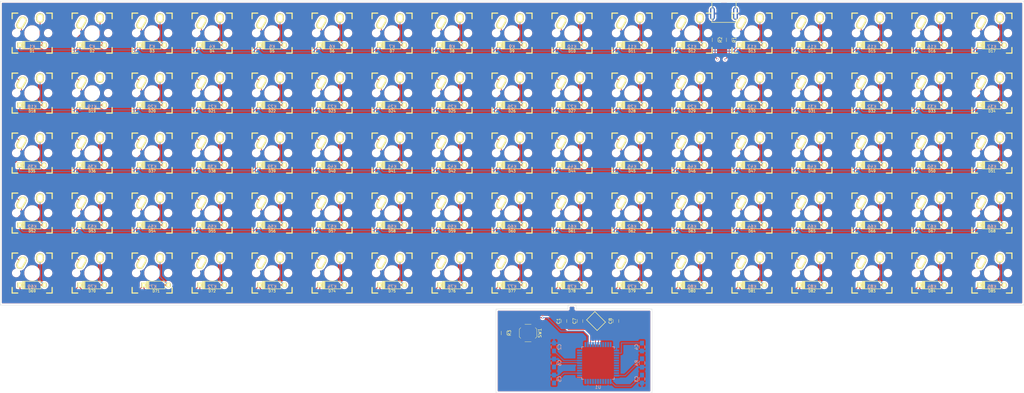
<source format=kicad_pcb>
(kicad_pcb (version 4) (host pcbnew 4.0.6)
  (layers (0 F.Cu signal) (31 B.Cu signal) (34 B.Paste user) (35 F.Paste user) (36 B.SilkS user) (37 F.SilkS user) (38 B.Mask user) (39 F.Mask user) (44 Edge.Cuts user))
  (net 0 "")
  (net 1 VCC)
  (net 2 GND)
  (net 3 "Net-(C6-Pad1)")
  (net 4 "Net-(C7-Pad1)")
  (net 5 "Net-(C8-Pad1)")
  (net 6 "Net-(D1-Pad2)")
  (net 7 /row0)
  (net 8 "Net-(D2-Pad2)")
  (net 9 "Net-(D3-Pad2)")
  (net 10 "Net-(D4-Pad2)")
  (net 11 "Net-(D5-Pad2)")
  (net 12 "Net-(D6-Pad2)")
  (net 13 "Net-(D7-Pad2)")
  (net 14 "Net-(D8-Pad2)")
  (net 15 "Net-(D9-Pad2)")
  (net 16 "Net-(D10-Pad2)")
  (net 17 "Net-(D11-Pad2)")
  (net 18 "Net-(D12-Pad2)")
  (net 19 "Net-(D13-Pad2)")
  (net 20 "Net-(D14-Pad2)")
  (net 21 "Net-(D15-Pad2)")
  (net 22 "Net-(D16-Pad2)")
  (net 23 "Net-(D17-Pad2)")
  (net 24 "Net-(D18-Pad2)")
  (net 25 /row1)
  (net 26 "Net-(D19-Pad2)")
  (net 27 "Net-(D20-Pad2)")
  (net 28 "Net-(D21-Pad2)")
  (net 29 "Net-(D22-Pad2)")
  (net 30 "Net-(D23-Pad2)")
  (net 31 "Net-(D24-Pad2)")
  (net 32 "Net-(D25-Pad2)")
  (net 33 "Net-(D26-Pad2)")
  (net 34 "Net-(D27-Pad2)")
  (net 35 "Net-(D28-Pad2)")
  (net 36 "Net-(D29-Pad2)")
  (net 37 "Net-(D30-Pad2)")
  (net 38 "Net-(D31-Pad2)")
  (net 39 "Net-(D32-Pad2)")
  (net 40 "Net-(D33-Pad2)")
  (net 41 "Net-(D34-Pad2)")
  (net 42 "Net-(D35-Pad2)")
  (net 43 /row2)
  (net 44 "Net-(D36-Pad2)")
  (net 45 "Net-(D37-Pad2)")
  (net 46 "Net-(D38-Pad2)")
  (net 47 "Net-(D39-Pad2)")
  (net 48 "Net-(D40-Pad2)")
  (net 49 "Net-(D41-Pad2)")
  (net 50 "Net-(D42-Pad2)")
  (net 51 "Net-(D43-Pad2)")
  (net 52 "Net-(D44-Pad2)")
  (net 53 "Net-(D45-Pad2)")
  (net 54 "Net-(D46-Pad2)")
  (net 55 "Net-(D47-Pad2)")
  (net 56 "Net-(D48-Pad2)")
  (net 57 "Net-(D49-Pad2)")
  (net 58 "Net-(D50-Pad2)")
  (net 59 "Net-(D51-Pad2)")
  (net 60 "Net-(D52-Pad2)")
  (net 61 /row3)
  (net 62 "Net-(D53-Pad2)")
  (net 63 "Net-(D54-Pad2)")
  (net 64 "Net-(D55-Pad2)")
  (net 65 "Net-(D56-Pad2)")
  (net 66 "Net-(D57-Pad2)")
  (net 67 "Net-(D58-Pad2)")
  (net 68 "Net-(D59-Pad2)")
  (net 69 "Net-(D60-Pad2)")
  (net 70 "Net-(D61-Pad2)")
  (net 71 "Net-(D62-Pad2)")
  (net 72 "Net-(D63-Pad2)")
  (net 73 "Net-(D64-Pad2)")
  (net 74 "Net-(D65-Pad2)")
  (net 75 "Net-(D66-Pad2)")
  (net 76 "Net-(D67-Pad2)")
  (net 77 "Net-(D68-Pad2)")
  (net 78 "Net-(D69-Pad2)")
  (net 79 /row4)
  (net 80 "Net-(D70-Pad2)")
  (net 81 "Net-(D71-Pad2)")
  (net 82 "Net-(D72-Pad2)")
  (net 83 "Net-(D73-Pad2)")
  (net 84 "Net-(D74-Pad2)")
  (net 85 "Net-(D75-Pad2)")
  (net 86 "Net-(D76-Pad2)")
  (net 87 "Net-(D77-Pad2)")
  (net 88 "Net-(D78-Pad2)")
  (net 89 "Net-(D79-Pad2)")
  (net 90 "Net-(D80-Pad2)")
  (net 91 "Net-(D81-Pad2)")
  (net 92 "Net-(D82-Pad2)")
  (net 93 "Net-(D83-Pad2)")
  (net 94 "Net-(D84-Pad2)")
  (net 95 "Net-(D85-Pad2)")
  (net 96 "Net-(J1-Pad2)")
  (net 97 "Net-(J1-Pad3)")
  (net 98 "Net-(J1-Pad4)")
  (net 99 "Net-(K1-Pad1)")
  (net 100 "Net-(K19-Pad1)")
  (net 101 "Net-(K20-Pad1)")
  (net 102 "Net-(K21-Pad1)")
  (net 103 "Net-(K22-Pad1)")
  (net 104 "Net-(K23-Pad1)")
  (net 105 "Net-(K24-Pad1)")
  (net 106 "Net-(K25-Pad1)")
  (net 107 "Net-(K26-Pad1)")
  (net 108 "Net-(K10-Pad1)")
  (net 109 "Net-(K11-Pad1)")
  (net 110 "Net-(K12-Pad1)")
  (net 111 "Net-(K13-Pad1)")
  (net 112 "Net-(K14-Pad1)")
  (net 113 "Net-(K15-Pad1)")
  (net 114 "Net-(K16-Pad1)")
  (net 115 "Net-(K17-Pad1)")
  (net 116 "Net-(R1-Pad2)")
  (net 117 "Net-(R2-Pad2)")
  (net 118 "Net-(R3-Pad2)")
  (net 119 "Net-(R4-Pad1)")
  (net 120 "Net-(U1-Pad1)")
  (net 121 "Net-(U1-Pad8)")
  (net 122 "Net-(U1-Pad9)")
  (net 123 "Net-(U1-Pad10)")
  (net 124 "Net-(U1-Pad11)")
  (net 125 "Net-(U1-Pad12)")
  (net 126 "Net-(U1-Pad18)")
  (net 127 "Net-(U1-Pad19)")
  (net 128 "Net-(U1-Pad20)")
  (net 129 "Net-(U1-Pad21)")
  (net 130 "Net-(U1-Pad22)")
  (net 131 "Net-(U1-Pad25)")
  (net 132 "Net-(U1-Pad26)")
  (net 133 "Net-(U1-Pad27)")
  (net 134 "Net-(U1-Pad28)")
  (net 135 "Net-(U1-Pad29)")
  (net 136 "Net-(U1-Pad30)")
  (net 137 "Net-(U1-Pad31)")
  (net 138 "Net-(U1-Pad32)")
  (net 139 "Net-(U1-Pad36)")
  (net 140 "Net-(U1-Pad37)")
  (net 141 "Net-(U1-Pad38)")
  (net 142 "Net-(U1-Pad39)")
  (net 143 "Net-(U1-Pad40)")
  (net 144 "Net-(U1-Pad41)")
  (net 145 "Net-(U1-Pad42)")
  (module keebs:Mx_Alps_100 (layer F.Cu) (at 119.38 99.06)
    (fp_text reference K74 (at 0 4.318) (layer B.SilkS) (effects (font (thickness 0.2)) (justify mirror)))
    (fp_text value KEYSW hide)
    (pad HOLE np_thru_hole circle (at 0 0) (size 3.9878 3.9878) (drill 3.9878) (layers *.Cu))
    (pad HOLE np_thru_hole circle (at -5.08 0) (size 1.7018 1.7018) (drill 1.7018) (layers *.Cu))
    (pad HOLE np_thru_hole circle (at 5.08 0) (size 1.7018 1.7018) (drill 1.7018) (layers *.Cu))
    (pad 1 thru_hole oval (at -3.405 -3.27 330.95) (size 2.5 4.17) (drill oval 1.5 3.17) (layers *.Cu *.Mask F.SilkS) (net 104 "Net-(K23-Pad1)"))
    (pad 2 thru_hole oval (at 2.52 -4.79 356.1) (size 2.5 3.08) (drill oval 1.5 2.08) (layers *.Cu *.Mask F.SilkS) (net 84 "Net-(D74-Pad2)"))
  )
  (module keebs:Mx_Alps_100 (layer F.Cu) (at 100.33 99.06)
    (fp_text reference K73 (at 0 4.318) (layer B.SilkS) (effects (font (thickness 0.2)) (justify mirror)))
    (fp_text value KEYSW hide)
    (pad HOLE np_thru_hole circle (at 0 0) (size 3.9878 3.9878) (drill 3.9878) (layers *.Cu))
    (pad HOLE np_thru_hole circle (at -5.08 0) (size 1.7018 1.7018) (drill 1.7018) (layers *.Cu))
    (pad HOLE np_thru_hole circle (at 5.08 0) (size 1.7018 1.7018) (drill 1.7018) (layers *.Cu))
    (pad 1 thru_hole oval (at -3.405 -3.27 330.95) (size 2.5 4.17) (drill oval 1.5 3.17) (layers *.Cu *.Mask F.SilkS) (net 103 "Net-(K22-Pad1)"))
    (pad 2 thru_hole oval (at 2.52 -4.79 356.1) (size 2.5 3.08) (drill oval 1.5 2.08) (layers *.Cu *.Mask F.SilkS) (net 83 "Net-(D73-Pad2)"))
  )
  (module keebs:Mx_Alps_100 (layer F.Cu) (at 43.18 99.06)
    (fp_text reference K70 (at 0 4.318) (layer B.SilkS) (effects (font (thickness 0.2)) (justify mirror)))
    (fp_text value KEYSW hide)
    (pad HOLE np_thru_hole circle (at 0 0) (size 3.9878 3.9878) (drill 3.9878) (layers *.Cu))
    (pad HOLE np_thru_hole circle (at -5.08 0) (size 1.7018 1.7018) (drill 1.7018) (layers *.Cu))
    (pad HOLE np_thru_hole circle (at 5.08 0) (size 1.7018 1.7018) (drill 1.7018) (layers *.Cu))
    (pad 1 thru_hole oval (at -3.405 -3.27 330.95) (size 2.5 4.17) (drill oval 1.5 3.17) (layers *.Cu *.Mask F.SilkS) (net 100 "Net-(K19-Pad1)"))
    (pad 2 thru_hole oval (at 2.52 -4.79 356.1) (size 2.5 3.08) (drill oval 1.5 2.08) (layers *.Cu *.Mask F.SilkS) (net 80 "Net-(D70-Pad2)"))
  )
  (module Capacitors_SMD:C_0805_HandSoldering (layer F.Cu) (at 193.04 114.3 90)
    (fp_text reference C1 (at 0 -1.75 90) (layer F.SilkS))
    (fp_text value 0.1u)
    (pad 1 smd rect (at -1.25 0 90) (size 1.5 1.25) (layers F.Cu F.Paste F.Mask) (net 1 VCC))
    (pad 2 smd rect (at 1.25 0 90) (size 1.5 1.25) (layers F.Cu F.Paste F.Mask) (net 2 GND))
  )
  (module Capacitors_SMD:C_0805_HandSoldering (layer B.Cu) (at 189.865 122.555 90)
    (fp_text reference C2 (at 0 1.75 90) (layer B.SilkS) (effects (justify mirror)))
    (fp_text value 0.1u)
    (pad 1 smd rect (at -1.25 0 90) (size 1.5 1.25) (layers B.Cu B.Paste B.Mask) (net 1 VCC))
    (pad 2 smd rect (at 1.25 0 90) (size 1.5 1.25) (layers B.Cu B.Paste B.Mask) (net 2 GND))
  )
  (module Capacitors_SMD:C_0805_HandSoldering (layer B.Cu) (at 217.805 132.715 270)
    (fp_text reference C3 (at 0 1.75 270) (layer B.SilkS) (effects (justify mirror)))
    (fp_text value 0.1u)
    (pad 1 smd rect (at -1.25 0 270) (size 1.5 1.25) (layers B.Cu B.Paste B.Mask) (net 1 VCC))
    (pad 2 smd rect (at 1.25 0 270) (size 1.5 1.25) (layers B.Cu B.Paste B.Mask) (net 2 GND))
  )
  (module Capacitors_SMD:C_0805_HandSoldering (layer B.Cu) (at 217.805 122.555 270)
    (fp_text reference C4 (at 0 1.75 270) (layer B.SilkS) (effects (justify mirror)))
    (fp_text value 0.1u)
    (pad 1 smd rect (at -1.25 0 270) (size 1.5 1.25) (layers B.Cu B.Paste B.Mask) (net 1 VCC))
    (pad 2 smd rect (at 1.25 0 270) (size 1.5 1.25) (layers B.Cu B.Paste B.Mask) (net 2 GND))
  )
  (module Capacitors_SMD:C_0805_HandSoldering (layer B.Cu) (at 189.865 132.715 90)
    (fp_text reference C5 (at 0 1.75 90) (layer B.SilkS) (effects (justify mirror)))
    (fp_text value 4.7u)
    (pad 1 smd rect (at -1.25 0 90) (size 1.5 1.25) (layers B.Cu B.Paste B.Mask) (net 1 VCC))
    (pad 2 smd rect (at 1.25 0 90) (size 1.5 1.25) (layers B.Cu B.Paste B.Mask) (net 2 GND))
  )
  (module Capacitors_SMD:C_0805_HandSoldering (layer B.Cu) (at 189.865 127.635 90)
    (fp_text reference C6 (at 0 1.75 90) (layer B.SilkS) (effects (justify mirror)))
    (fp_text value 1u)
    (pad 1 smd rect (at -1.25 0 90) (size 1.5 1.25) (layers B.Cu B.Paste B.Mask) (net 3 "Net-(C6-Pad1)"))
    (pad 2 smd rect (at 1.25 0 90) (size 1.5 1.25) (layers B.Cu B.Paste B.Mask) (net 2 GND))
  )
  (module Capacitors_SMD:C_0805_HandSoldering (layer F.Cu) (at 198.12 114.3 90)
    (fp_text reference C7 (at 0 -1.75 90) (layer F.SilkS))
    (fp_text value 22p)
    (pad 1 smd rect (at -1.25 0 90) (size 1.5 1.25) (layers F.Cu F.Paste F.Mask) (net 4 "Net-(C7-Pad1)"))
    (pad 2 smd rect (at 1.25 0 90) (size 1.5 1.25) (layers F.Cu F.Paste F.Mask) (net 2 GND))
  )
  (module Capacitors_SMD:C_0805_HandSoldering (layer F.Cu) (at 209.55 114.3 90)
    (fp_text reference C8 (at 0 -1.75 90) (layer F.SilkS))
    (fp_text value 22p)
    (pad 1 smd rect (at -1.25 0 90) (size 1.5 1.25) (layers F.Cu F.Paste F.Mask) (net 5 "Net-(C8-Pad1)"))
    (pad 2 smd rect (at 1.25 0 90) (size 1.5 1.25) (layers F.Cu F.Paste F.Mask) (net 2 GND))
  )
  (module keyboard_parts:D_SOD123_axial (layer F.Cu) (at 24.13 26.67)
    (fp_text reference D1 (at 0 1.925) (layer F.SilkS) (effects (font (size 0.8 0.8))))
    (fp_text value D hide)
    (pad 2 smd rect (at 1.575 0) (size 1.2 1.2) (layers F.Cu F.Paste F.Mask) (net 6 "Net-(D1-Pad2)"))
    (pad 1 smd rect (at -1.575 0) (size 1.2 1.2) (layers F.Cu F.Paste F.Mask) (net 7 /row0))
    (pad 1 thru_hole rect (at -3.9 0) (size 1.6 1.6) (drill 0.7) (layers *.Cu *.Mask F.SilkS) (net 7 /row0))
    (pad 2 thru_hole circle (at 3.9 0) (size 1.6 1.6) (drill 0.7) (layers *.Cu *.Mask F.SilkS) (net 6 "Net-(D1-Pad2)"))
    (pad 1 smd rect (at -2.7 0) (size 2.5 0.5) (layers F.Cu) (net 7 /row0))
    (pad 2 smd rect (at 2.7 0) (size 2.5 0.5) (layers F.Cu) (net 6 "Net-(D1-Pad2)"))
  )
  (module keyboard_parts:D_SOD123_axial (layer F.Cu) (at 43.18 26.67)
    (fp_text reference D2 (at 0 1.925) (layer F.SilkS) (effects (font (size 0.8 0.8))))
    (fp_text value D hide)
    (pad 2 smd rect (at 1.575 0) (size 1.2 1.2) (layers F.Cu F.Paste F.Mask) (net 8 "Net-(D2-Pad2)"))
    (pad 1 smd rect (at -1.575 0) (size 1.2 1.2) (layers F.Cu F.Paste F.Mask) (net 7 /row0))
    (pad 1 thru_hole rect (at -3.9 0) (size 1.6 1.6) (drill 0.7) (layers *.Cu *.Mask F.SilkS) (net 7 /row0))
    (pad 2 thru_hole circle (at 3.9 0) (size 1.6 1.6) (drill 0.7) (layers *.Cu *.Mask F.SilkS) (net 8 "Net-(D2-Pad2)"))
    (pad 1 smd rect (at -2.7 0) (size 2.5 0.5) (layers F.Cu) (net 7 /row0))
    (pad 2 smd rect (at 2.7 0) (size 2.5 0.5) (layers F.Cu) (net 8 "Net-(D2-Pad2)"))
  )
  (module keyboard_parts:D_SOD123_axial (layer F.Cu) (at 62.23 26.67)
    (fp_text reference D3 (at 0 1.925) (layer F.SilkS) (effects (font (size 0.8 0.8))))
    (fp_text value D hide)
    (pad 2 smd rect (at 1.575 0) (size 1.2 1.2) (layers F.Cu F.Paste F.Mask) (net 9 "Net-(D3-Pad2)"))
    (pad 1 smd rect (at -1.575 0) (size 1.2 1.2) (layers F.Cu F.Paste F.Mask) (net 7 /row0))
    (pad 1 thru_hole rect (at -3.9 0) (size 1.6 1.6) (drill 0.7) (layers *.Cu *.Mask F.SilkS) (net 7 /row0))
    (pad 2 thru_hole circle (at 3.9 0) (size 1.6 1.6) (drill 0.7) (layers *.Cu *.Mask F.SilkS) (net 9 "Net-(D3-Pad2)"))
    (pad 1 smd rect (at -2.7 0) (size 2.5 0.5) (layers F.Cu) (net 7 /row0))
    (pad 2 smd rect (at 2.7 0) (size 2.5 0.5) (layers F.Cu) (net 9 "Net-(D3-Pad2)"))
  )
  (module keyboard_parts:D_SOD123_axial (layer F.Cu) (at 81.28 26.67)
    (fp_text reference D4 (at 0 1.925) (layer F.SilkS) (effects (font (size 0.8 0.8))))
    (fp_text value D hide)
    (pad 2 smd rect (at 1.575 0) (size 1.2 1.2) (layers F.Cu F.Paste F.Mask) (net 10 "Net-(D4-Pad2)"))
    (pad 1 smd rect (at -1.575 0) (size 1.2 1.2) (layers F.Cu F.Paste F.Mask) (net 7 /row0))
    (pad 1 thru_hole rect (at -3.9 0) (size 1.6 1.6) (drill 0.7) (layers *.Cu *.Mask F.SilkS) (net 7 /row0))
    (pad 2 thru_hole circle (at 3.9 0) (size 1.6 1.6) (drill 0.7) (layers *.Cu *.Mask F.SilkS) (net 10 "Net-(D4-Pad2)"))
    (pad 1 smd rect (at -2.7 0) (size 2.5 0.5) (layers F.Cu) (net 7 /row0))
    (pad 2 smd rect (at 2.7 0) (size 2.5 0.5) (layers F.Cu) (net 10 "Net-(D4-Pad2)"))
  )
  (module keyboard_parts:D_SOD123_axial (layer F.Cu) (at 100.33 26.67)
    (fp_text reference D5 (at 0 1.925) (layer F.SilkS) (effects (font (size 0.8 0.8))))
    (fp_text value D hide)
    (pad 2 smd rect (at 1.575 0) (size 1.2 1.2) (layers F.Cu F.Paste F.Mask) (net 11 "Net-(D5-Pad2)"))
    (pad 1 smd rect (at -1.575 0) (size 1.2 1.2) (layers F.Cu F.Paste F.Mask) (net 7 /row0))
    (pad 1 thru_hole rect (at -3.9 0) (size 1.6 1.6) (drill 0.7) (layers *.Cu *.Mask F.SilkS) (net 7 /row0))
    (pad 2 thru_hole circle (at 3.9 0) (size 1.6 1.6) (drill 0.7) (layers *.Cu *.Mask F.SilkS) (net 11 "Net-(D5-Pad2)"))
    (pad 1 smd rect (at -2.7 0) (size 2.5 0.5) (layers F.Cu) (net 7 /row0))
    (pad 2 smd rect (at 2.7 0) (size 2.5 0.5) (layers F.Cu) (net 11 "Net-(D5-Pad2)"))
  )
  (module keyboard_parts:D_SOD123_axial (layer F.Cu) (at 119.38 26.67)
    (fp_text reference D6 (at 0 1.925) (layer F.SilkS) (effects (font (size 0.8 0.8))))
    (fp_text value D hide)
    (pad 2 smd rect (at 1.575 0) (size 1.2 1.2) (layers F.Cu F.Paste F.Mask) (net 12 "Net-(D6-Pad2)"))
    (pad 1 smd rect (at -1.575 0) (size 1.2 1.2) (layers F.Cu F.Paste F.Mask) (net 7 /row0))
    (pad 1 thru_hole rect (at -3.9 0) (size 1.6 1.6) (drill 0.7) (layers *.Cu *.Mask F.SilkS) (net 7 /row0))
    (pad 2 thru_hole circle (at 3.9 0) (size 1.6 1.6) (drill 0.7) (layers *.Cu *.Mask F.SilkS) (net 12 "Net-(D6-Pad2)"))
    (pad 1 smd rect (at -2.7 0) (size 2.5 0.5) (layers F.Cu) (net 7 /row0))
    (pad 2 smd rect (at 2.7 0) (size 2.5 0.5) (layers F.Cu) (net 12 "Net-(D6-Pad2)"))
  )
  (module keyboard_parts:D_SOD123_axial (layer F.Cu) (at 138.43 26.67)
    (fp_text reference D7 (at 0 1.925) (layer F.SilkS) (effects (font (size 0.8 0.8))))
    (fp_text value D hide)
    (pad 2 smd rect (at 1.575 0) (size 1.2 1.2) (layers F.Cu F.Paste F.Mask) (net 13 "Net-(D7-Pad2)"))
    (pad 1 smd rect (at -1.575 0) (size 1.2 1.2) (layers F.Cu F.Paste F.Mask) (net 7 /row0))
    (pad 1 thru_hole rect (at -3.9 0) (size 1.6 1.6) (drill 0.7) (layers *.Cu *.Mask F.SilkS) (net 7 /row0))
    (pad 2 thru_hole circle (at 3.9 0) (size 1.6 1.6) (drill 0.7) (layers *.Cu *.Mask F.SilkS) (net 13 "Net-(D7-Pad2)"))
    (pad 1 smd rect (at -2.7 0) (size 2.5 0.5) (layers F.Cu) (net 7 /row0))
    (pad 2 smd rect (at 2.7 0) (size 2.5 0.5) (layers F.Cu) (net 13 "Net-(D7-Pad2)"))
  )
  (module keyboard_parts:D_SOD123_axial (layer F.Cu) (at 157.48 26.67)
    (fp_text reference D8 (at 0 1.925) (layer F.SilkS) (effects (font (size 0.8 0.8))))
    (fp_text value D hide)
    (pad 2 smd rect (at 1.575 0) (size 1.2 1.2) (layers F.Cu F.Paste F.Mask) (net 14 "Net-(D8-Pad2)"))
    (pad 1 smd rect (at -1.575 0) (size 1.2 1.2) (layers F.Cu F.Paste F.Mask) (net 7 /row0))
    (pad 1 thru_hole rect (at -3.9 0) (size 1.6 1.6) (drill 0.7) (layers *.Cu *.Mask F.SilkS) (net 7 /row0))
    (pad 2 thru_hole circle (at 3.9 0) (size 1.6 1.6) (drill 0.7) (layers *.Cu *.Mask F.SilkS) (net 14 "Net-(D8-Pad2)"))
    (pad 1 smd rect (at -2.7 0) (size 2.5 0.5) (layers F.Cu) (net 7 /row0))
    (pad 2 smd rect (at 2.7 0) (size 2.5 0.5) (layers F.Cu) (net 14 "Net-(D8-Pad2)"))
  )
  (module keyboard_parts:D_SOD123_axial (layer F.Cu) (at 176.53 26.67)
    (fp_text reference D9 (at 0 1.925) (layer F.SilkS) (effects (font (size 0.8 0.8))))
    (fp_text value D hide)
    (pad 2 smd rect (at 1.575 0) (size 1.2 1.2) (layers F.Cu F.Paste F.Mask) (net 15 "Net-(D9-Pad2)"))
    (pad 1 smd rect (at -1.575 0) (size 1.2 1.2) (layers F.Cu F.Paste F.Mask) (net 7 /row0))
    (pad 1 thru_hole rect (at -3.9 0) (size 1.6 1.6) (drill 0.7) (layers *.Cu *.Mask F.SilkS) (net 7 /row0))
    (pad 2 thru_hole circle (at 3.9 0) (size 1.6 1.6) (drill 0.7) (layers *.Cu *.Mask F.SilkS) (net 15 "Net-(D9-Pad2)"))
    (pad 1 smd rect (at -2.7 0) (size 2.5 0.5) (layers F.Cu) (net 7 /row0))
    (pad 2 smd rect (at 2.7 0) (size 2.5 0.5) (layers F.Cu) (net 15 "Net-(D9-Pad2)"))
  )
  (module keyboard_parts:D_SOD123_axial (layer F.Cu) (at 195.58 26.67)
    (fp_text reference D10 (at 0 1.925) (layer F.SilkS) (effects (font (size 0.8 0.8))))
    (fp_text value D hide)
    (pad 2 smd rect (at 1.575 0) (size 1.2 1.2) (layers F.Cu F.Paste F.Mask) (net 16 "Net-(D10-Pad2)"))
    (pad 1 smd rect (at -1.575 0) (size 1.2 1.2) (layers F.Cu F.Paste F.Mask) (net 7 /row0))
    (pad 1 thru_hole rect (at -3.9 0) (size 1.6 1.6) (drill 0.7) (layers *.Cu *.Mask F.SilkS) (net 7 /row0))
    (pad 2 thru_hole circle (at 3.9 0) (size 1.6 1.6) (drill 0.7) (layers *.Cu *.Mask F.SilkS) (net 16 "Net-(D10-Pad2)"))
    (pad 1 smd rect (at -2.7 0) (size 2.5 0.5) (layers F.Cu) (net 7 /row0))
    (pad 2 smd rect (at 2.7 0) (size 2.5 0.5) (layers F.Cu) (net 16 "Net-(D10-Pad2)"))
  )
  (module keyboard_parts:D_SOD123_axial (layer F.Cu) (at 214.63 26.67)
    (fp_text reference D11 (at 0 1.925) (layer F.SilkS) (effects (font (size 0.8 0.8))))
    (fp_text value D hide)
    (pad 2 smd rect (at 1.575 0) (size 1.2 1.2) (layers F.Cu F.Paste F.Mask) (net 17 "Net-(D11-Pad2)"))
    (pad 1 smd rect (at -1.575 0) (size 1.2 1.2) (layers F.Cu F.Paste F.Mask) (net 7 /row0))
    (pad 1 thru_hole rect (at -3.9 0) (size 1.6 1.6) (drill 0.7) (layers *.Cu *.Mask F.SilkS) (net 7 /row0))
    (pad 2 thru_hole circle (at 3.9 0) (size 1.6 1.6) (drill 0.7) (layers *.Cu *.Mask F.SilkS) (net 17 "Net-(D11-Pad2)"))
    (pad 1 smd rect (at -2.7 0) (size 2.5 0.5) (layers F.Cu) (net 7 /row0))
    (pad 2 smd rect (at 2.7 0) (size 2.5 0.5) (layers F.Cu) (net 17 "Net-(D11-Pad2)"))
  )
  (module keyboard_parts:D_SOD123_axial (layer F.Cu) (at 233.68 26.67)
    (fp_text reference D12 (at 0 1.925) (layer F.SilkS) (effects (font (size 0.8 0.8))))
    (fp_text value D hide)
    (pad 2 smd rect (at 1.575 0) (size 1.2 1.2) (layers F.Cu F.Paste F.Mask) (net 18 "Net-(D12-Pad2)"))
    (pad 1 smd rect (at -1.575 0) (size 1.2 1.2) (layers F.Cu F.Paste F.Mask) (net 7 /row0))
    (pad 1 thru_hole rect (at -3.9 0) (size 1.6 1.6) (drill 0.7) (layers *.Cu *.Mask F.SilkS) (net 7 /row0))
    (pad 2 thru_hole circle (at 3.9 0) (size 1.6 1.6) (drill 0.7) (layers *.Cu *.Mask F.SilkS) (net 18 "Net-(D12-Pad2)"))
    (pad 1 smd rect (at -2.7 0) (size 2.5 0.5) (layers F.Cu) (net 7 /row0))
    (pad 2 smd rect (at 2.7 0) (size 2.5 0.5) (layers F.Cu) (net 18 "Net-(D12-Pad2)"))
  )
  (module keyboard_parts:D_SOD123_axial (layer F.Cu) (at 252.73 26.67)
    (fp_text reference D13 (at 0 1.925) (layer F.SilkS) (effects (font (size 0.8 0.8))))
    (fp_text value D hide)
    (pad 2 smd rect (at 1.575 0) (size 1.2 1.2) (layers F.Cu F.Paste F.Mask) (net 19 "Net-(D13-Pad2)"))
    (pad 1 smd rect (at -1.575 0) (size 1.2 1.2) (layers F.Cu F.Paste F.Mask) (net 7 /row0))
    (pad 1 thru_hole rect (at -3.9 0) (size 1.6 1.6) (drill 0.7) (layers *.Cu *.Mask F.SilkS) (net 7 /row0))
    (pad 2 thru_hole circle (at 3.9 0) (size 1.6 1.6) (drill 0.7) (layers *.Cu *.Mask F.SilkS) (net 19 "Net-(D13-Pad2)"))
    (pad 1 smd rect (at -2.7 0) (size 2.5 0.5) (layers F.Cu) (net 7 /row0))
    (pad 2 smd rect (at 2.7 0) (size 2.5 0.5) (layers F.Cu) (net 19 "Net-(D13-Pad2)"))
  )
  (module keyboard_parts:D_SOD123_axial (layer F.Cu) (at 271.78 26.67)
    (fp_text reference D14 (at 0 1.925) (layer F.SilkS) (effects (font (size 0.8 0.8))))
    (fp_text value D hide)
    (pad 2 smd rect (at 1.575 0) (size 1.2 1.2) (layers F.Cu F.Paste F.Mask) (net 20 "Net-(D14-Pad2)"))
    (pad 1 smd rect (at -1.575 0) (size 1.2 1.2) (layers F.Cu F.Paste F.Mask) (net 7 /row0))
    (pad 1 thru_hole rect (at -3.9 0) (size 1.6 1.6) (drill 0.7) (layers *.Cu *.Mask F.SilkS) (net 7 /row0))
    (pad 2 thru_hole circle (at 3.9 0) (size 1.6 1.6) (drill 0.7) (layers *.Cu *.Mask F.SilkS) (net 20 "Net-(D14-Pad2)"))
    (pad 1 smd rect (at -2.7 0) (size 2.5 0.5) (layers F.Cu) (net 7 /row0))
    (pad 2 smd rect (at 2.7 0) (size 2.5 0.5) (layers F.Cu) (net 20 "Net-(D14-Pad2)"))
  )
  (module keyboard_parts:D_SOD123_axial (layer F.Cu) (at 290.83 26.67)
    (fp_text reference D15 (at 0 1.925) (layer F.SilkS) (effects (font (size 0.8 0.8))))
    (fp_text value D hide)
    (pad 2 smd rect (at 1.575 0) (size 1.2 1.2) (layers F.Cu F.Paste F.Mask) (net 21 "Net-(D15-Pad2)"))
    (pad 1 smd rect (at -1.575 0) (size 1.2 1.2) (layers F.Cu F.Paste F.Mask) (net 7 /row0))
    (pad 1 thru_hole rect (at -3.9 0) (size 1.6 1.6) (drill 0.7) (layers *.Cu *.Mask F.SilkS) (net 7 /row0))
    (pad 2 thru_hole circle (at 3.9 0) (size 1.6 1.6) (drill 0.7) (layers *.Cu *.Mask F.SilkS) (net 21 "Net-(D15-Pad2)"))
    (pad 1 smd rect (at -2.7 0) (size 2.5 0.5) (layers F.Cu) (net 7 /row0))
    (pad 2 smd rect (at 2.7 0) (size 2.5 0.5) (layers F.Cu) (net 21 "Net-(D15-Pad2)"))
  )
  (module keyboard_parts:D_SOD123_axial (layer F.Cu) (at 309.88 26.67)
    (fp_text reference D16 (at 0 1.925) (layer F.SilkS) (effects (font (size 0.8 0.8))))
    (fp_text value D hide)
    (pad 2 smd rect (at 1.575 0) (size 1.2 1.2) (layers F.Cu F.Paste F.Mask) (net 22 "Net-(D16-Pad2)"))
    (pad 1 smd rect (at -1.575 0) (size 1.2 1.2) (layers F.Cu F.Paste F.Mask) (net 7 /row0))
    (pad 1 thru_hole rect (at -3.9 0) (size 1.6 1.6) (drill 0.7) (layers *.Cu *.Mask F.SilkS) (net 7 /row0))
    (pad 2 thru_hole circle (at 3.9 0) (size 1.6 1.6) (drill 0.7) (layers *.Cu *.Mask F.SilkS) (net 22 "Net-(D16-Pad2)"))
    (pad 1 smd rect (at -2.7 0) (size 2.5 0.5) (layers F.Cu) (net 7 /row0))
    (pad 2 smd rect (at 2.7 0) (size 2.5 0.5) (layers F.Cu) (net 22 "Net-(D16-Pad2)"))
  )
  (module keyboard_parts:D_SOD123_axial (layer F.Cu) (at 328.93 26.67)
    (fp_text reference D17 (at 0 1.925) (layer F.SilkS) (effects (font (size 0.8 0.8))))
    (fp_text value D hide)
    (pad 2 smd rect (at 1.575 0) (size 1.2 1.2) (layers F.Cu F.Paste F.Mask) (net 23 "Net-(D17-Pad2)"))
    (pad 1 smd rect (at -1.575 0) (size 1.2 1.2) (layers F.Cu F.Paste F.Mask) (net 7 /row0))
    (pad 1 thru_hole rect (at -3.9 0) (size 1.6 1.6) (drill 0.7) (layers *.Cu *.Mask F.SilkS) (net 7 /row0))
    (pad 2 thru_hole circle (at 3.9 0) (size 1.6 1.6) (drill 0.7) (layers *.Cu *.Mask F.SilkS) (net 23 "Net-(D17-Pad2)"))
    (pad 1 smd rect (at -2.7 0) (size 2.5 0.5) (layers F.Cu) (net 7 /row0))
    (pad 2 smd rect (at 2.7 0) (size 2.5 0.5) (layers F.Cu) (net 23 "Net-(D17-Pad2)"))
  )
  (module keyboard_parts:D_SOD123_axial (layer F.Cu) (at 24.13 45.72)
    (fp_text reference D18 (at 0 1.925) (layer F.SilkS) (effects (font (size 0.8 0.8))))
    (fp_text value D hide)
    (pad 2 smd rect (at 1.575 0) (size 1.2 1.2) (layers F.Cu F.Paste F.Mask) (net 24 "Net-(D18-Pad2)"))
    (pad 1 smd rect (at -1.575 0) (size 1.2 1.2) (layers F.Cu F.Paste F.Mask) (net 25 /row1))
    (pad 1 thru_hole rect (at -3.9 0) (size 1.6 1.6) (drill 0.7) (layers *.Cu *.Mask F.SilkS) (net 25 /row1))
    (pad 2 thru_hole circle (at 3.9 0) (size 1.6 1.6) (drill 0.7) (layers *.Cu *.Mask F.SilkS) (net 24 "Net-(D18-Pad2)"))
    (pad 1 smd rect (at -2.7 0) (size 2.5 0.5) (layers F.Cu) (net 25 /row1))
    (pad 2 smd rect (at 2.7 0) (size 2.5 0.5) (layers F.Cu) (net 24 "Net-(D18-Pad2)"))
  )
  (module keyboard_parts:D_SOD123_axial (layer F.Cu) (at 43.18 45.72)
    (fp_text reference D19 (at 0 1.925) (layer F.SilkS) (effects (font (size 0.8 0.8))))
    (fp_text value D hide)
    (pad 2 smd rect (at 1.575 0) (size 1.2 1.2) (layers F.Cu F.Paste F.Mask) (net 26 "Net-(D19-Pad2)"))
    (pad 1 smd rect (at -1.575 0) (size 1.2 1.2) (layers F.Cu F.Paste F.Mask) (net 25 /row1))
    (pad 1 thru_hole rect (at -3.9 0) (size 1.6 1.6) (drill 0.7) (layers *.Cu *.Mask F.SilkS) (net 25 /row1))
    (pad 2 thru_hole circle (at 3.9 0) (size 1.6 1.6) (drill 0.7) (layers *.Cu *.Mask F.SilkS) (net 26 "Net-(D19-Pad2)"))
    (pad 1 smd rect (at -2.7 0) (size 2.5 0.5) (layers F.Cu) (net 25 /row1))
    (pad 2 smd rect (at 2.7 0) (size 2.5 0.5) (layers F.Cu) (net 26 "Net-(D19-Pad2)"))
  )
  (module keyboard_parts:D_SOD123_axial (layer F.Cu) (at 62.23 45.72)
    (fp_text reference D20 (at 0 1.925) (layer F.SilkS) (effects (font (size 0.8 0.8))))
    (fp_text value D hide)
    (pad 2 smd rect (at 1.575 0) (size 1.2 1.2) (layers F.Cu F.Paste F.Mask) (net 27 "Net-(D20-Pad2)"))
    (pad 1 smd rect (at -1.575 0) (size 1.2 1.2) (layers F.Cu F.Paste F.Mask) (net 25 /row1))
    (pad 1 thru_hole rect (at -3.9 0) (size 1.6 1.6) (drill 0.7) (layers *.Cu *.Mask F.SilkS) (net 25 /row1))
    (pad 2 thru_hole circle (at 3.9 0) (size 1.6 1.6) (drill 0.7) (layers *.Cu *.Mask F.SilkS) (net 27 "Net-(D20-Pad2)"))
    (pad 1 smd rect (at -2.7 0) (size 2.5 0.5) (layers F.Cu) (net 25 /row1))
    (pad 2 smd rect (at 2.7 0) (size 2.5 0.5) (layers F.Cu) (net 27 "Net-(D20-Pad2)"))
  )
  (module keyboard_parts:D_SOD123_axial (layer F.Cu) (at 81.28 45.72)
    (fp_text reference D21 (at 0 1.925) (layer F.SilkS) (effects (font (size 0.8 0.8))))
    (fp_text value D hide)
    (pad 2 smd rect (at 1.575 0) (size 1.2 1.2) (layers F.Cu F.Paste F.Mask) (net 28 "Net-(D21-Pad2)"))
    (pad 1 smd rect (at -1.575 0) (size 1.2 1.2) (layers F.Cu F.Paste F.Mask) (net 25 /row1))
    (pad 1 thru_hole rect (at -3.9 0) (size 1.6 1.6) (drill 0.7) (layers *.Cu *.Mask F.SilkS) (net 25 /row1))
    (pad 2 thru_hole circle (at 3.9 0) (size 1.6 1.6) (drill 0.7) (layers *.Cu *.Mask F.SilkS) (net 28 "Net-(D21-Pad2)"))
    (pad 1 smd rect (at -2.7 0) (size 2.5 0.5) (layers F.Cu) (net 25 /row1))
    (pad 2 smd rect (at 2.7 0) (size 2.5 0.5) (layers F.Cu) (net 28 "Net-(D21-Pad2)"))
  )
  (module keyboard_parts:D_SOD123_axial (layer F.Cu) (at 100.33 45.72)
    (fp_text reference D22 (at 0 1.925) (layer F.SilkS) (effects (font (size 0.8 0.8))))
    (fp_text value D hide)
    (pad 2 smd rect (at 1.575 0) (size 1.2 1.2) (layers F.Cu F.Paste F.Mask) (net 29 "Net-(D22-Pad2)"))
    (pad 1 smd rect (at -1.575 0) (size 1.2 1.2) (layers F.Cu F.Paste F.Mask) (net 25 /row1))
    (pad 1 thru_hole rect (at -3.9 0) (size 1.6 1.6) (drill 0.7) (layers *.Cu *.Mask F.SilkS) (net 25 /row1))
    (pad 2 thru_hole circle (at 3.9 0) (size 1.6 1.6) (drill 0.7) (layers *.Cu *.Mask F.SilkS) (net 29 "Net-(D22-Pad2)"))
    (pad 1 smd rect (at -2.7 0) (size 2.5 0.5) (layers F.Cu) (net 25 /row1))
    (pad 2 smd rect (at 2.7 0) (size 2.5 0.5) (layers F.Cu) (net 29 "Net-(D22-Pad2)"))
  )
  (module keyboard_parts:D_SOD123_axial (layer F.Cu) (at 119.38 45.72)
    (fp_text reference D23 (at 0 1.925) (layer F.SilkS) (effects (font (size 0.8 0.8))))
    (fp_text value D hide)
    (pad 2 smd rect (at 1.575 0) (size 1.2 1.2) (layers F.Cu F.Paste F.Mask) (net 30 "Net-(D23-Pad2)"))
    (pad 1 smd rect (at -1.575 0) (size 1.2 1.2) (layers F.Cu F.Paste F.Mask) (net 25 /row1))
    (pad 1 thru_hole rect (at -3.9 0) (size 1.6 1.6) (drill 0.7) (layers *.Cu *.Mask F.SilkS) (net 25 /row1))
    (pad 2 thru_hole circle (at 3.9 0) (size 1.6 1.6) (drill 0.7) (layers *.Cu *.Mask F.SilkS) (net 30 "Net-(D23-Pad2)"))
    (pad 1 smd rect (at -2.7 0) (size 2.5 0.5) (layers F.Cu) (net 25 /row1))
    (pad 2 smd rect (at 2.7 0) (size 2.5 0.5) (layers F.Cu) (net 30 "Net-(D23-Pad2)"))
  )
  (module keyboard_parts:D_SOD123_axial (layer F.Cu) (at 138.43 45.72)
    (fp_text reference D24 (at 0 1.925) (layer F.SilkS) (effects (font (size 0.8 0.8))))
    (fp_text value D hide)
    (pad 2 smd rect (at 1.575 0) (size 1.2 1.2) (layers F.Cu F.Paste F.Mask) (net 31 "Net-(D24-Pad2)"))
    (pad 1 smd rect (at -1.575 0) (size 1.2 1.2) (layers F.Cu F.Paste F.Mask) (net 25 /row1))
    (pad 1 thru_hole rect (at -3.9 0) (size 1.6 1.6) (drill 0.7) (layers *.Cu *.Mask F.SilkS) (net 25 /row1))
    (pad 2 thru_hole circle (at 3.9 0) (size 1.6 1.6) (drill 0.7) (layers *.Cu *.Mask F.SilkS) (net 31 "Net-(D24-Pad2)"))
    (pad 1 smd rect (at -2.7 0) (size 2.5 0.5) (layers F.Cu) (net 25 /row1))
    (pad 2 smd rect (at 2.7 0) (size 2.5 0.5) (layers F.Cu) (net 31 "Net-(D24-Pad2)"))
  )
  (module keyboard_parts:D_SOD123_axial (layer F.Cu) (at 157.48 45.72)
    (fp_text reference D25 (at 0 1.925) (layer F.SilkS) (effects (font (size 0.8 0.8))))
    (fp_text value D hide)
    (pad 2 smd rect (at 1.575 0) (size 1.2 1.2) (layers F.Cu F.Paste F.Mask) (net 32 "Net-(D25-Pad2)"))
    (pad 1 smd rect (at -1.575 0) (size 1.2 1.2) (layers F.Cu F.Paste F.Mask) (net 25 /row1))
    (pad 1 thru_hole rect (at -3.9 0) (size 1.6 1.6) (drill 0.7) (layers *.Cu *.Mask F.SilkS) (net 25 /row1))
    (pad 2 thru_hole circle (at 3.9 0) (size 1.6 1.6) (drill 0.7) (layers *.Cu *.Mask F.SilkS) (net 32 "Net-(D25-Pad2)"))
    (pad 1 smd rect (at -2.7 0) (size 2.5 0.5) (layers F.Cu) (net 25 /row1))
    (pad 2 smd rect (at 2.7 0) (size 2.5 0.5) (layers F.Cu) (net 32 "Net-(D25-Pad2)"))
  )
  (module keyboard_parts:D_SOD123_axial (layer F.Cu) (at 176.53 45.72)
    (fp_text reference D26 (at 0 1.925) (layer F.SilkS) (effects (font (size 0.8 0.8))))
    (fp_text value D hide)
    (pad 2 smd rect (at 1.575 0) (size 1.2 1.2) (layers F.Cu F.Paste F.Mask) (net 33 "Net-(D26-Pad2)"))
    (pad 1 smd rect (at -1.575 0) (size 1.2 1.2) (layers F.Cu F.Paste F.Mask) (net 25 /row1))
    (pad 1 thru_hole rect (at -3.9 0) (size 1.6 1.6) (drill 0.7) (layers *.Cu *.Mask F.SilkS) (net 25 /row1))
    (pad 2 thru_hole circle (at 3.9 0) (size 1.6 1.6) (drill 0.7) (layers *.Cu *.Mask F.SilkS) (net 33 "Net-(D26-Pad2)"))
    (pad 1 smd rect (at -2.7 0) (size 2.5 0.5) (layers F.Cu) (net 25 /row1))
    (pad 2 smd rect (at 2.7 0) (size 2.5 0.5) (layers F.Cu) (net 33 "Net-(D26-Pad2)"))
  )
  (module keyboard_parts:D_SOD123_axial (layer F.Cu) (at 195.58 45.72)
    (fp_text reference D27 (at 0 1.925) (layer F.SilkS) (effects (font (size 0.8 0.8))))
    (fp_text value D hide)
    (pad 2 smd rect (at 1.575 0) (size 1.2 1.2) (layers F.Cu F.Paste F.Mask) (net 34 "Net-(D27-Pad2)"))
    (pad 1 smd rect (at -1.575 0) (size 1.2 1.2) (layers F.Cu F.Paste F.Mask) (net 25 /row1))
    (pad 1 thru_hole rect (at -3.9 0) (size 1.6 1.6) (drill 0.7) (layers *.Cu *.Mask F.SilkS) (net 25 /row1))
    (pad 2 thru_hole circle (at 3.9 0) (size 1.6 1.6) (drill 0.7) (layers *.Cu *.Mask F.SilkS) (net 34 "Net-(D27-Pad2)"))
    (pad 1 smd rect (at -2.7 0) (size 2.5 0.5) (layers F.Cu) (net 25 /row1))
    (pad 2 smd rect (at 2.7 0) (size 2.5 0.5) (layers F.Cu) (net 34 "Net-(D27-Pad2)"))
  )
  (module keyboard_parts:D_SOD123_axial (layer F.Cu) (at 214.63 45.72)
    (fp_text reference D28 (at 0 1.925) (layer F.SilkS) (effects (font (size 0.8 0.8))))
    (fp_text value D hide)
    (pad 2 smd rect (at 1.575 0) (size 1.2 1.2) (layers F.Cu F.Paste F.Mask) (net 35 "Net-(D28-Pad2)"))
    (pad 1 smd rect (at -1.575 0) (size 1.2 1.2) (layers F.Cu F.Paste F.Mask) (net 25 /row1))
    (pad 1 thru_hole rect (at -3.9 0) (size 1.6 1.6) (drill 0.7) (layers *.Cu *.Mask F.SilkS) (net 25 /row1))
    (pad 2 thru_hole circle (at 3.9 0) (size 1.6 1.6) (drill 0.7) (layers *.Cu *.Mask F.SilkS) (net 35 "Net-(D28-Pad2)"))
    (pad 1 smd rect (at -2.7 0) (size 2.5 0.5) (layers F.Cu) (net 25 /row1))
    (pad 2 smd rect (at 2.7 0) (size 2.5 0.5) (layers F.Cu) (net 35 "Net-(D28-Pad2)"))
  )
  (module keyboard_parts:D_SOD123_axial (layer F.Cu) (at 233.68 45.72)
    (fp_text reference D29 (at 0 1.925) (layer F.SilkS) (effects (font (size 0.8 0.8))))
    (fp_text value D hide)
    (pad 2 smd rect (at 1.575 0) (size 1.2 1.2) (layers F.Cu F.Paste F.Mask) (net 36 "Net-(D29-Pad2)"))
    (pad 1 smd rect (at -1.575 0) (size 1.2 1.2) (layers F.Cu F.Paste F.Mask) (net 25 /row1))
    (pad 1 thru_hole rect (at -3.9 0) (size 1.6 1.6) (drill 0.7) (layers *.Cu *.Mask F.SilkS) (net 25 /row1))
    (pad 2 thru_hole circle (at 3.9 0) (size 1.6 1.6) (drill 0.7) (layers *.Cu *.Mask F.SilkS) (net 36 "Net-(D29-Pad2)"))
    (pad 1 smd rect (at -2.7 0) (size 2.5 0.5) (layers F.Cu) (net 25 /row1))
    (pad 2 smd rect (at 2.7 0) (size 2.5 0.5) (layers F.Cu) (net 36 "Net-(D29-Pad2)"))
  )
  (module keyboard_parts:D_SOD123_axial (layer F.Cu) (at 252.73 45.72)
    (fp_text reference D30 (at 0 1.925) (layer F.SilkS) (effects (font (size 0.8 0.8))))
    (fp_text value D hide)
    (pad 2 smd rect (at 1.575 0) (size 1.2 1.2) (layers F.Cu F.Paste F.Mask) (net 37 "Net-(D30-Pad2)"))
    (pad 1 smd rect (at -1.575 0) (size 1.2 1.2) (layers F.Cu F.Paste F.Mask) (net 25 /row1))
    (pad 1 thru_hole rect (at -3.9 0) (size 1.6 1.6) (drill 0.7) (layers *.Cu *.Mask F.SilkS) (net 25 /row1))
    (pad 2 thru_hole circle (at 3.9 0) (size 1.6 1.6) (drill 0.7) (layers *.Cu *.Mask F.SilkS) (net 37 "Net-(D30-Pad2)"))
    (pad 1 smd rect (at -2.7 0) (size 2.5 0.5) (layers F.Cu) (net 25 /row1))
    (pad 2 smd rect (at 2.7 0) (size 2.5 0.5) (layers F.Cu) (net 37 "Net-(D30-Pad2)"))
  )
  (module keyboard_parts:D_SOD123_axial (layer F.Cu) (at 271.78 45.72)
    (fp_text reference D31 (at 0 1.925) (layer F.SilkS) (effects (font (size 0.8 0.8))))
    (fp_text value D hide)
    (pad 2 smd rect (at 1.575 0) (size 1.2 1.2) (layers F.Cu F.Paste F.Mask) (net 38 "Net-(D31-Pad2)"))
    (pad 1 smd rect (at -1.575 0) (size 1.2 1.2) (layers F.Cu F.Paste F.Mask) (net 25 /row1))
    (pad 1 thru_hole rect (at -3.9 0) (size 1.6 1.6) (drill 0.7) (layers *.Cu *.Mask F.SilkS) (net 25 /row1))
    (pad 2 thru_hole circle (at 3.9 0) (size 1.6 1.6) (drill 0.7) (layers *.Cu *.Mask F.SilkS) (net 38 "Net-(D31-Pad2)"))
    (pad 1 smd rect (at -2.7 0) (size 2.5 0.5) (layers F.Cu) (net 25 /row1))
    (pad 2 smd rect (at 2.7 0) (size 2.5 0.5) (layers F.Cu) (net 38 "Net-(D31-Pad2)"))
  )
  (module keyboard_parts:D_SOD123_axial (layer F.Cu) (at 290.83 45.72)
    (fp_text reference D32 (at 0 1.925) (layer F.SilkS) (effects (font (size 0.8 0.8))))
    (fp_text value D hide)
    (pad 2 smd rect (at 1.575 0) (size 1.2 1.2) (layers F.Cu F.Paste F.Mask) (net 39 "Net-(D32-Pad2)"))
    (pad 1 smd rect (at -1.575 0) (size 1.2 1.2) (layers F.Cu F.Paste F.Mask) (net 25 /row1))
    (pad 1 thru_hole rect (at -3.9 0) (size 1.6 1.6) (drill 0.7) (layers *.Cu *.Mask F.SilkS) (net 25 /row1))
    (pad 2 thru_hole circle (at 3.9 0) (size 1.6 1.6) (drill 0.7) (layers *.Cu *.Mask F.SilkS) (net 39 "Net-(D32-Pad2)"))
    (pad 1 smd rect (at -2.7 0) (size 2.5 0.5) (layers F.Cu) (net 25 /row1))
    (pad 2 smd rect (at 2.7 0) (size 2.5 0.5) (layers F.Cu) (net 39 "Net-(D32-Pad2)"))
  )
  (module keyboard_parts:D_SOD123_axial (layer F.Cu) (at 309.88 45.72)
    (fp_text reference D33 (at 0 1.925) (layer F.SilkS) (effects (font (size 0.8 0.8))))
    (fp_text value D hide)
    (pad 2 smd rect (at 1.575 0) (size 1.2 1.2) (layers F.Cu F.Paste F.Mask) (net 40 "Net-(D33-Pad2)"))
    (pad 1 smd rect (at -1.575 0) (size 1.2 1.2) (layers F.Cu F.Paste F.Mask) (net 25 /row1))
    (pad 1 thru_hole rect (at -3.9 0) (size 1.6 1.6) (drill 0.7) (layers *.Cu *.Mask F.SilkS) (net 25 /row1))
    (pad 2 thru_hole circle (at 3.9 0) (size 1.6 1.6) (drill 0.7) (layers *.Cu *.Mask F.SilkS) (net 40 "Net-(D33-Pad2)"))
    (pad 1 smd rect (at -2.7 0) (size 2.5 0.5) (layers F.Cu) (net 25 /row1))
    (pad 2 smd rect (at 2.7 0) (size 2.5 0.5) (layers F.Cu) (net 40 "Net-(D33-Pad2)"))
  )
  (module keyboard_parts:D_SOD123_axial (layer F.Cu) (at 328.93 45.72)
    (fp_text reference D34 (at 0 1.925) (layer F.SilkS) (effects (font (size 0.8 0.8))))
    (fp_text value D hide)
    (pad 2 smd rect (at 1.575 0) (size 1.2 1.2) (layers F.Cu F.Paste F.Mask) (net 41 "Net-(D34-Pad2)"))
    (pad 1 smd rect (at -1.575 0) (size 1.2 1.2) (layers F.Cu F.Paste F.Mask) (net 25 /row1))
    (pad 1 thru_hole rect (at -3.9 0) (size 1.6 1.6) (drill 0.7) (layers *.Cu *.Mask F.SilkS) (net 25 /row1))
    (pad 2 thru_hole circle (at 3.9 0) (size 1.6 1.6) (drill 0.7) (layers *.Cu *.Mask F.SilkS) (net 41 "Net-(D34-Pad2)"))
    (pad 1 smd rect (at -2.7 0) (size 2.5 0.5) (layers F.Cu) (net 25 /row1))
    (pad 2 smd rect (at 2.7 0) (size 2.5 0.5) (layers F.Cu) (net 41 "Net-(D34-Pad2)"))
  )
  (module keyboard_parts:D_SOD123_axial (layer F.Cu) (at 24 64.8)
    (fp_text reference D35 (at 0 1.925) (layer F.SilkS) (effects (font (size 0.8 0.8))))
    (fp_text value D hide)
    (pad 2 smd rect (at 1.575 0) (size 1.2 1.2) (layers F.Cu F.Paste F.Mask) (net 42 "Net-(D35-Pad2)"))
    (pad 1 smd rect (at -1.575 0) (size 1.2 1.2) (layers F.Cu F.Paste F.Mask) (net 43 /row2))
    (pad 1 thru_hole rect (at -3.9 0) (size 1.6 1.6) (drill 0.7) (layers *.Cu *.Mask F.SilkS) (net 43 /row2))
    (pad 2 thru_hole circle (at 3.9 0) (size 1.6 1.6) (drill 0.7) (layers *.Cu *.Mask F.SilkS) (net 42 "Net-(D35-Pad2)"))
    (pad 1 smd rect (at -2.7 0) (size 2.5 0.5) (layers F.Cu) (net 43 /row2))
    (pad 2 smd rect (at 2.7 0) (size 2.5 0.5) (layers F.Cu) (net 42 "Net-(D35-Pad2)"))
  )
  (module keyboard_parts:D_SOD123_axial (layer F.Cu) (at 43.18 64.77)
    (fp_text reference D36 (at 0 1.925) (layer F.SilkS) (effects (font (size 0.8 0.8))))
    (fp_text value D hide)
    (pad 2 smd rect (at 1.575 0) (size 1.2 1.2) (layers F.Cu F.Paste F.Mask) (net 44 "Net-(D36-Pad2)"))
    (pad 1 smd rect (at -1.575 0) (size 1.2 1.2) (layers F.Cu F.Paste F.Mask) (net 43 /row2))
    (pad 1 thru_hole rect (at -3.9 0) (size 1.6 1.6) (drill 0.7) (layers *.Cu *.Mask F.SilkS) (net 43 /row2))
    (pad 2 thru_hole circle (at 3.9 0) (size 1.6 1.6) (drill 0.7) (layers *.Cu *.Mask F.SilkS) (net 44 "Net-(D36-Pad2)"))
    (pad 1 smd rect (at -2.7 0) (size 2.5 0.5) (layers F.Cu) (net 43 /row2))
    (pad 2 smd rect (at 2.7 0) (size 2.5 0.5) (layers F.Cu) (net 44 "Net-(D36-Pad2)"))
  )
  (module keyboard_parts:D_SOD123_axial (layer F.Cu) (at 62.23 64.77)
    (fp_text reference D37 (at 0 1.925) (layer F.SilkS) (effects (font (size 0.8 0.8))))
    (fp_text value D hide)
    (pad 2 smd rect (at 1.575 0) (size 1.2 1.2) (layers F.Cu F.Paste F.Mask) (net 45 "Net-(D37-Pad2)"))
    (pad 1 smd rect (at -1.575 0) (size 1.2 1.2) (layers F.Cu F.Paste F.Mask) (net 43 /row2))
    (pad 1 thru_hole rect (at -3.9 0) (size 1.6 1.6) (drill 0.7) (layers *.Cu *.Mask F.SilkS) (net 43 /row2))
    (pad 2 thru_hole circle (at 3.9 0) (size 1.6 1.6) (drill 0.7) (layers *.Cu *.Mask F.SilkS) (net 45 "Net-(D37-Pad2)"))
    (pad 1 smd rect (at -2.7 0) (size 2.5 0.5) (layers F.Cu) (net 43 /row2))
    (pad 2 smd rect (at 2.7 0) (size 2.5 0.5) (layers F.Cu) (net 45 "Net-(D37-Pad2)"))
  )
  (module keyboard_parts:D_SOD123_axial (layer F.Cu) (at 81.28 64.77)
    (fp_text reference D38 (at 0 1.925) (layer F.SilkS) (effects (font (size 0.8 0.8))))
    (fp_text value D hide)
    (pad 2 smd rect (at 1.575 0) (size 1.2 1.2) (layers F.Cu F.Paste F.Mask) (net 46 "Net-(D38-Pad2)"))
    (pad 1 smd rect (at -1.575 0) (size 1.2 1.2) (layers F.Cu F.Paste F.Mask) (net 43 /row2))
    (pad 1 thru_hole rect (at -3.9 0) (size 1.6 1.6) (drill 0.7) (layers *.Cu *.Mask F.SilkS) (net 43 /row2))
    (pad 2 thru_hole circle (at 3.9 0) (size 1.6 1.6) (drill 0.7) (layers *.Cu *.Mask F.SilkS) (net 46 "Net-(D38-Pad2)"))
    (pad 1 smd rect (at -2.7 0) (size 2.5 0.5) (layers F.Cu) (net 43 /row2))
    (pad 2 smd rect (at 2.7 0) (size 2.5 0.5) (layers F.Cu) (net 46 "Net-(D38-Pad2)"))
  )
  (module keyboard_parts:D_SOD123_axial (layer F.Cu) (at 100.33 64.77)
    (fp_text reference D39 (at 0 1.925) (layer F.SilkS) (effects (font (size 0.8 0.8))))
    (fp_text value D hide)
    (pad 2 smd rect (at 1.575 0) (size 1.2 1.2) (layers F.Cu F.Paste F.Mask) (net 47 "Net-(D39-Pad2)"))
    (pad 1 smd rect (at -1.575 0) (size 1.2 1.2) (layers F.Cu F.Paste F.Mask) (net 43 /row2))
    (pad 1 thru_hole rect (at -3.9 0) (size 1.6 1.6) (drill 0.7) (layers *.Cu *.Mask F.SilkS) (net 43 /row2))
    (pad 2 thru_hole circle (at 3.9 0) (size 1.6 1.6) (drill 0.7) (layers *.Cu *.Mask F.SilkS) (net 47 "Net-(D39-Pad2)"))
    (pad 1 smd rect (at -2.7 0) (size 2.5 0.5) (layers F.Cu) (net 43 /row2))
    (pad 2 smd rect (at 2.7 0) (size 2.5 0.5) (layers F.Cu) (net 47 "Net-(D39-Pad2)"))
  )
  (module keyboard_parts:D_SOD123_axial (layer F.Cu) (at 119.38 64.77)
    (fp_text reference D40 (at 0 1.925) (layer F.SilkS) (effects (font (size 0.8 0.8))))
    (fp_text value D hide)
    (pad 2 smd rect (at 1.575 0) (size 1.2 1.2) (layers F.Cu F.Paste F.Mask) (net 48 "Net-(D40-Pad2)"))
    (pad 1 smd rect (at -1.575 0) (size 1.2 1.2) (layers F.Cu F.Paste F.Mask) (net 43 /row2))
    (pad 1 thru_hole rect (at -3.9 0) (size 1.6 1.6) (drill 0.7) (layers *.Cu *.Mask F.SilkS) (net 43 /row2))
    (pad 2 thru_hole circle (at 3.9 0) (size 1.6 1.6) (drill 0.7) (layers *.Cu *.Mask F.SilkS) (net 48 "Net-(D40-Pad2)"))
    (pad 1 smd rect (at -2.7 0) (size 2.5 0.5) (layers F.Cu) (net 43 /row2))
    (pad 2 smd rect (at 2.7 0) (size 2.5 0.5) (layers F.Cu) (net 48 "Net-(D40-Pad2)"))
  )
  (module keyboard_parts:D_SOD123_axial (layer F.Cu) (at 138.43 64.77)
    (fp_text reference D41 (at 0 1.925) (layer F.SilkS) (effects (font (size 0.8 0.8))))
    (fp_text value D hide)
    (pad 2 smd rect (at 1.575 0) (size 1.2 1.2) (layers F.Cu F.Paste F.Mask) (net 49 "Net-(D41-Pad2)"))
    (pad 1 smd rect (at -1.575 0) (size 1.2 1.2) (layers F.Cu F.Paste F.Mask) (net 43 /row2))
    (pad 1 thru_hole rect (at -3.9 0) (size 1.6 1.6) (drill 0.7) (layers *.Cu *.Mask F.SilkS) (net 43 /row2))
    (pad 2 thru_hole circle (at 3.9 0) (size 1.6 1.6) (drill 0.7) (layers *.Cu *.Mask F.SilkS) (net 49 "Net-(D41-Pad2)"))
    (pad 1 smd rect (at -2.7 0) (size 2.5 0.5) (layers F.Cu) (net 43 /row2))
    (pad 2 smd rect (at 2.7 0) (size 2.5 0.5) (layers F.Cu) (net 49 "Net-(D41-Pad2)"))
  )
  (module keyboard_parts:D_SOD123_axial (layer F.Cu) (at 157.48 64.77)
    (fp_text reference D42 (at 0 1.925) (layer F.SilkS) (effects (font (size 0.8 0.8))))
    (fp_text value D hide)
    (pad 2 smd rect (at 1.575 0) (size 1.2 1.2) (layers F.Cu F.Paste F.Mask) (net 50 "Net-(D42-Pad2)"))
    (pad 1 smd rect (at -1.575 0) (size 1.2 1.2) (layers F.Cu F.Paste F.Mask) (net 43 /row2))
    (pad 1 thru_hole rect (at -3.9 0) (size 1.6 1.6) (drill 0.7) (layers *.Cu *.Mask F.SilkS) (net 43 /row2))
    (pad 2 thru_hole circle (at 3.9 0) (size 1.6 1.6) (drill 0.7) (layers *.Cu *.Mask F.SilkS) (net 50 "Net-(D42-Pad2)"))
    (pad 1 smd rect (at -2.7 0) (size 2.5 0.5) (layers F.Cu) (net 43 /row2))
    (pad 2 smd rect (at 2.7 0) (size 2.5 0.5) (layers F.Cu) (net 50 "Net-(D42-Pad2)"))
  )
  (module keyboard_parts:D_SOD123_axial (layer F.Cu) (at 176.53 64.77)
    (fp_text reference D43 (at 0 1.925) (layer F.SilkS) (effects (font (size 0.8 0.8))))
    (fp_text value D hide)
    (pad 2 smd rect (at 1.575 0) (size 1.2 1.2) (layers F.Cu F.Paste F.Mask) (net 51 "Net-(D43-Pad2)"))
    (pad 1 smd rect (at -1.575 0) (size 1.2 1.2) (layers F.Cu F.Paste F.Mask) (net 43 /row2))
    (pad 1 thru_hole rect (at -3.9 0) (size 1.6 1.6) (drill 0.7) (layers *.Cu *.Mask F.SilkS) (net 43 /row2))
    (pad 2 thru_hole circle (at 3.9 0) (size 1.6 1.6) (drill 0.7) (layers *.Cu *.Mask F.SilkS) (net 51 "Net-(D43-Pad2)"))
    (pad 1 smd rect (at -2.7 0) (size 2.5 0.5) (layers F.Cu) (net 43 /row2))
    (pad 2 smd rect (at 2.7 0) (size 2.5 0.5) (layers F.Cu) (net 51 "Net-(D43-Pad2)"))
  )
  (module keyboard_parts:D_SOD123_axial (layer F.Cu) (at 195.58 64.77)
    (fp_text reference D44 (at 0 1.925) (layer F.SilkS) (effects (font (size 0.8 0.8))))
    (fp_text value D hide)
    (pad 2 smd rect (at 1.575 0) (size 1.2 1.2) (layers F.Cu F.Paste F.Mask) (net 52 "Net-(D44-Pad2)"))
    (pad 1 smd rect (at -1.575 0) (size 1.2 1.2) (layers F.Cu F.Paste F.Mask) (net 43 /row2))
    (pad 1 thru_hole rect (at -3.9 0) (size 1.6 1.6) (drill 0.7) (layers *.Cu *.Mask F.SilkS) (net 43 /row2))
    (pad 2 thru_hole circle (at 3.9 0) (size 1.6 1.6) (drill 0.7) (layers *.Cu *.Mask F.SilkS) (net 52 "Net-(D44-Pad2)"))
    (pad 1 smd rect (at -2.7 0) (size 2.5 0.5) (layers F.Cu) (net 43 /row2))
    (pad 2 smd rect (at 2.7 0) (size 2.5 0.5) (layers F.Cu) (net 52 "Net-(D44-Pad2)"))
  )
  (module keyboard_parts:D_SOD123_axial (layer F.Cu) (at 214.63 64.77)
    (fp_text reference D45 (at 0 1.925) (layer F.SilkS) (effects (font (size 0.8 0.8))))
    (fp_text value D hide)
    (pad 2 smd rect (at 1.575 0) (size 1.2 1.2) (layers F.Cu F.Paste F.Mask) (net 53 "Net-(D45-Pad2)"))
    (pad 1 smd rect (at -1.575 0) (size 1.2 1.2) (layers F.Cu F.Paste F.Mask) (net 43 /row2))
    (pad 1 thru_hole rect (at -3.9 0) (size 1.6 1.6) (drill 0.7) (layers *.Cu *.Mask F.SilkS) (net 43 /row2))
    (pad 2 thru_hole circle (at 3.9 0) (size 1.6 1.6) (drill 0.7) (layers *.Cu *.Mask F.SilkS) (net 53 "Net-(D45-Pad2)"))
    (pad 1 smd rect (at -2.7 0) (size 2.5 0.5) (layers F.Cu) (net 43 /row2))
    (pad 2 smd rect (at 2.7 0) (size 2.5 0.5) (layers F.Cu) (net 53 "Net-(D45-Pad2)"))
  )
  (module keyboard_parts:D_SOD123_axial (layer F.Cu) (at 233.68 64.77)
    (fp_text reference D46 (at 0 1.925) (layer F.SilkS) (effects (font (size 0.8 0.8))))
    (fp_text value D hide)
    (pad 2 smd rect (at 1.575 0) (size 1.2 1.2) (layers F.Cu F.Paste F.Mask) (net 54 "Net-(D46-Pad2)"))
    (pad 1 smd rect (at -1.575 0) (size 1.2 1.2) (layers F.Cu F.Paste F.Mask) (net 43 /row2))
    (pad 1 thru_hole rect (at -3.9 0) (size 1.6 1.6) (drill 0.7) (layers *.Cu *.Mask F.SilkS) (net 43 /row2))
    (pad 2 thru_hole circle (at 3.9 0) (size 1.6 1.6) (drill 0.7) (layers *.Cu *.Mask F.SilkS) (net 54 "Net-(D46-Pad2)"))
    (pad 1 smd rect (at -2.7 0) (size 2.5 0.5) (layers F.Cu) (net 43 /row2))
    (pad 2 smd rect (at 2.7 0) (size 2.5 0.5) (layers F.Cu) (net 54 "Net-(D46-Pad2)"))
  )
  (module keyboard_parts:D_SOD123_axial (layer F.Cu) (at 252.73 64.77)
    (fp_text reference D47 (at 0 1.925) (layer F.SilkS) (effects (font (size 0.8 0.8))))
    (fp_text value D hide)
    (pad 2 smd rect (at 1.575 0) (size 1.2 1.2) (layers F.Cu F.Paste F.Mask) (net 55 "Net-(D47-Pad2)"))
    (pad 1 smd rect (at -1.575 0) (size 1.2 1.2) (layers F.Cu F.Paste F.Mask) (net 43 /row2))
    (pad 1 thru_hole rect (at -3.9 0) (size 1.6 1.6) (drill 0.7) (layers *.Cu *.Mask F.SilkS) (net 43 /row2))
    (pad 2 thru_hole circle (at 3.9 0) (size 1.6 1.6) (drill 0.7) (layers *.Cu *.Mask F.SilkS) (net 55 "Net-(D47-Pad2)"))
    (pad 1 smd rect (at -2.7 0) (size 2.5 0.5) (layers F.Cu) (net 43 /row2))
    (pad 2 smd rect (at 2.7 0) (size 2.5 0.5) (layers F.Cu) (net 55 "Net-(D47-Pad2)"))
  )
  (module keyboard_parts:D_SOD123_axial (layer F.Cu) (at 271.78 64.77)
    (fp_text reference D48 (at 0 1.925) (layer F.SilkS) (effects (font (size 0.8 0.8))))
    (fp_text value D hide)
    (pad 2 smd rect (at 1.575 0) (size 1.2 1.2) (layers F.Cu F.Paste F.Mask) (net 56 "Net-(D48-Pad2)"))
    (pad 1 smd rect (at -1.575 0) (size 1.2 1.2) (layers F.Cu F.Paste F.Mask) (net 43 /row2))
    (pad 1 thru_hole rect (at -3.9 0) (size 1.6 1.6) (drill 0.7) (layers *.Cu *.Mask F.SilkS) (net 43 /row2))
    (pad 2 thru_hole circle (at 3.9 0) (size 1.6 1.6) (drill 0.7) (layers *.Cu *.Mask F.SilkS) (net 56 "Net-(D48-Pad2)"))
    (pad 1 smd rect (at -2.7 0) (size 2.5 0.5) (layers F.Cu) (net 43 /row2))
    (pad 2 smd rect (at 2.7 0) (size 2.5 0.5) (layers F.Cu) (net 56 "Net-(D48-Pad2)"))
  )
  (module keyboard_parts:D_SOD123_axial (layer F.Cu) (at 290.83 64.77)
    (fp_text reference D49 (at 0 1.925) (layer F.SilkS) (effects (font (size 0.8 0.8))))
    (fp_text value D hide)
    (pad 2 smd rect (at 1.575 0) (size 1.2 1.2) (layers F.Cu F.Paste F.Mask) (net 57 "Net-(D49-Pad2)"))
    (pad 1 smd rect (at -1.575 0) (size 1.2 1.2) (layers F.Cu F.Paste F.Mask) (net 43 /row2))
    (pad 1 thru_hole rect (at -3.9 0) (size 1.6 1.6) (drill 0.7) (layers *.Cu *.Mask F.SilkS) (net 43 /row2))
    (pad 2 thru_hole circle (at 3.9 0) (size 1.6 1.6) (drill 0.7) (layers *.Cu *.Mask F.SilkS) (net 57 "Net-(D49-Pad2)"))
    (pad 1 smd rect (at -2.7 0) (size 2.5 0.5) (layers F.Cu) (net 43 /row2))
    (pad 2 smd rect (at 2.7 0) (size 2.5 0.5) (layers F.Cu) (net 57 "Net-(D49-Pad2)"))
  )
  (module keyboard_parts:D_SOD123_axial (layer F.Cu) (at 309.88 64.77)
    (fp_text reference D50 (at 0 1.925) (layer F.SilkS) (effects (font (size 0.8 0.8))))
    (fp_text value D hide)
    (pad 2 smd rect (at 1.575 0) (size 1.2 1.2) (layers F.Cu F.Paste F.Mask) (net 58 "Net-(D50-Pad2)"))
    (pad 1 smd rect (at -1.575 0) (size 1.2 1.2) (layers F.Cu F.Paste F.Mask) (net 43 /row2))
    (pad 1 thru_hole rect (at -3.9 0) (size 1.6 1.6) (drill 0.7) (layers *.Cu *.Mask F.SilkS) (net 43 /row2))
    (pad 2 thru_hole circle (at 3.9 0) (size 1.6 1.6) (drill 0.7) (layers *.Cu *.Mask F.SilkS) (net 58 "Net-(D50-Pad2)"))
    (pad 1 smd rect (at -2.7 0) (size 2.5 0.5) (layers F.Cu) (net 43 /row2))
    (pad 2 smd rect (at 2.7 0) (size 2.5 0.5) (layers F.Cu) (net 58 "Net-(D50-Pad2)"))
  )
  (module keyboard_parts:D_SOD123_axial (layer F.Cu) (at 328.93 64.77)
    (fp_text reference D51 (at 0 1.925) (layer F.SilkS) (effects (font (size 0.8 0.8))))
    (fp_text value D hide)
    (pad 2 smd rect (at 1.575 0) (size 1.2 1.2) (layers F.Cu F.Paste F.Mask) (net 59 "Net-(D51-Pad2)"))
    (pad 1 smd rect (at -1.575 0) (size 1.2 1.2) (layers F.Cu F.Paste F.Mask) (net 43 /row2))
    (pad 1 thru_hole rect (at -3.9 0) (size 1.6 1.6) (drill 0.7) (layers *.Cu *.Mask F.SilkS) (net 43 /row2))
    (pad 2 thru_hole circle (at 3.9 0) (size 1.6 1.6) (drill 0.7) (layers *.Cu *.Mask F.SilkS) (net 59 "Net-(D51-Pad2)"))
    (pad 1 smd rect (at -2.7 0) (size 2.5 0.5) (layers F.Cu) (net 43 /row2))
    (pad 2 smd rect (at 2.7 0) (size 2.5 0.5) (layers F.Cu) (net 59 "Net-(D51-Pad2)"))
  )
  (module keyboard_parts:D_SOD123_axial (layer F.Cu) (at 24.13 83.82)
    (fp_text reference D52 (at 0 1.925) (layer F.SilkS) (effects (font (size 0.8 0.8))))
    (fp_text value D hide)
    (pad 2 smd rect (at 1.575 0) (size 1.2 1.2) (layers F.Cu F.Paste F.Mask) (net 60 "Net-(D52-Pad2)"))
    (pad 1 smd rect (at -1.575 0) (size 1.2 1.2) (layers F.Cu F.Paste F.Mask) (net 61 /row3))
    (pad 1 thru_hole rect (at -3.9 0) (size 1.6 1.6) (drill 0.7) (layers *.Cu *.Mask F.SilkS) (net 61 /row3))
    (pad 2 thru_hole circle (at 3.9 0) (size 1.6 1.6) (drill 0.7) (layers *.Cu *.Mask F.SilkS) (net 60 "Net-(D52-Pad2)"))
    (pad 1 smd rect (at -2.7 0) (size 2.5 0.5) (layers F.Cu) (net 61 /row3))
    (pad 2 smd rect (at 2.7 0) (size 2.5 0.5) (layers F.Cu) (net 60 "Net-(D52-Pad2)"))
  )
  (module keyboard_parts:D_SOD123_axial (layer F.Cu) (at 43.18 83.82)
    (fp_text reference D53 (at 0 1.925) (layer F.SilkS) (effects (font (size 0.8 0.8))))
    (fp_text value D hide)
    (pad 2 smd rect (at 1.575 0) (size 1.2 1.2) (layers F.Cu F.Paste F.Mask) (net 62 "Net-(D53-Pad2)"))
    (pad 1 smd rect (at -1.575 0) (size 1.2 1.2) (layers F.Cu F.Paste F.Mask) (net 61 /row3))
    (pad 1 thru_hole rect (at -3.9 0) (size 1.6 1.6) (drill 0.7) (layers *.Cu *.Mask F.SilkS) (net 61 /row3))
    (pad 2 thru_hole circle (at 3.9 0) (size 1.6 1.6) (drill 0.7) (layers *.Cu *.Mask F.SilkS) (net 62 "Net-(D53-Pad2)"))
    (pad 1 smd rect (at -2.7 0) (size 2.5 0.5) (layers F.Cu) (net 61 /row3))
    (pad 2 smd rect (at 2.7 0) (size 2.5 0.5) (layers F.Cu) (net 62 "Net-(D53-Pad2)"))
  )
  (module keyboard_parts:D_SOD123_axial (layer F.Cu) (at 62.23 83.82)
    (fp_text reference D54 (at 0 1.925) (layer F.SilkS) (effects (font (size 0.8 0.8))))
    (fp_text value D hide)
    (pad 2 smd rect (at 1.575 0) (size 1.2 1.2) (layers F.Cu F.Paste F.Mask) (net 63 "Net-(D54-Pad2)"))
    (pad 1 smd rect (at -1.575 0) (size 1.2 1.2) (layers F.Cu F.Paste F.Mask) (net 61 /row3))
    (pad 1 thru_hole rect (at -3.9 0) (size 1.6 1.6) (drill 0.7) (layers *.Cu *.Mask F.SilkS) (net 61 /row3))
    (pad 2 thru_hole circle (at 3.9 0) (size 1.6 1.6) (drill 0.7) (layers *.Cu *.Mask F.SilkS) (net 63 "Net-(D54-Pad2)"))
    (pad 1 smd rect (at -2.7 0) (size 2.5 0.5) (layers F.Cu) (net 61 /row3))
    (pad 2 smd rect (at 2.7 0) (size 2.5 0.5) (layers F.Cu) (net 63 "Net-(D54-Pad2)"))
  )
  (module keyboard_parts:D_SOD123_axial (layer F.Cu) (at 81.28 83.82)
    (fp_text reference D55 (at 0 1.925) (layer F.SilkS) (effects (font (size 0.8 0.8))))
    (fp_text value D hide)
    (pad 2 smd rect (at 1.575 0) (size 1.2 1.2) (layers F.Cu F.Paste F.Mask) (net 64 "Net-(D55-Pad2)"))
    (pad 1 smd rect (at -1.575 0) (size 1.2 1.2) (layers F.Cu F.Paste F.Mask) (net 61 /row3))
    (pad 1 thru_hole rect (at -3.9 0) (size 1.6 1.6) (drill 0.7) (layers *.Cu *.Mask F.SilkS) (net 61 /row3))
    (pad 2 thru_hole circle (at 3.9 0) (size 1.6 1.6) (drill 0.7) (layers *.Cu *.Mask F.SilkS) (net 64 "Net-(D55-Pad2)"))
    (pad 1 smd rect (at -2.7 0) (size 2.5 0.5) (layers F.Cu) (net 61 /row3))
    (pad 2 smd rect (at 2.7 0) (size 2.5 0.5) (layers F.Cu) (net 64 "Net-(D55-Pad2)"))
  )
  (module keyboard_parts:D_SOD123_axial (layer F.Cu) (at 100.33 83.82)
    (fp_text reference D56 (at 0 1.925) (layer F.SilkS) (effects (font (size 0.8 0.8))))
    (fp_text value D hide)
    (pad 2 smd rect (at 1.575 0) (size 1.2 1.2) (layers F.Cu F.Paste F.Mask) (net 65 "Net-(D56-Pad2)"))
    (pad 1 smd rect (at -1.575 0) (size 1.2 1.2) (layers F.Cu F.Paste F.Mask) (net 61 /row3))
    (pad 1 thru_hole rect (at -3.9 0) (size 1.6 1.6) (drill 0.7) (layers *.Cu *.Mask F.SilkS) (net 61 /row3))
    (pad 2 thru_hole circle (at 3.9 0) (size 1.6 1.6) (drill 0.7) (layers *.Cu *.Mask F.SilkS) (net 65 "Net-(D56-Pad2)"))
    (pad 1 smd rect (at -2.7 0) (size 2.5 0.5) (layers F.Cu) (net 61 /row3))
    (pad 2 smd rect (at 2.7 0) (size 2.5 0.5) (layers F.Cu) (net 65 "Net-(D56-Pad2)"))
  )
  (module keyboard_parts:D_SOD123_axial (layer F.Cu) (at 119.38 83.82)
    (fp_text reference D57 (at 0 1.925) (layer F.SilkS) (effects (font (size 0.8 0.8))))
    (fp_text value D hide)
    (pad 2 smd rect (at 1.575 0) (size 1.2 1.2) (layers F.Cu F.Paste F.Mask) (net 66 "Net-(D57-Pad2)"))
    (pad 1 smd rect (at -1.575 0) (size 1.2 1.2) (layers F.Cu F.Paste F.Mask) (net 61 /row3))
    (pad 1 thru_hole rect (at -3.9 0) (size 1.6 1.6) (drill 0.7) (layers *.Cu *.Mask F.SilkS) (net 61 /row3))
    (pad 2 thru_hole circle (at 3.9 0) (size 1.6 1.6) (drill 0.7) (layers *.Cu *.Mask F.SilkS) (net 66 "Net-(D57-Pad2)"))
    (pad 1 smd rect (at -2.7 0) (size 2.5 0.5) (layers F.Cu) (net 61 /row3))
    (pad 2 smd rect (at 2.7 0) (size 2.5 0.5) (layers F.Cu) (net 66 "Net-(D57-Pad2)"))
  )
  (module keyboard_parts:D_SOD123_axial (layer F.Cu) (at 138.43 83.82)
    (fp_text reference D58 (at 0 1.925) (layer F.SilkS) (effects (font (size 0.8 0.8))))
    (fp_text value D hide)
    (pad 2 smd rect (at 1.575 0) (size 1.2 1.2) (layers F.Cu F.Paste F.Mask) (net 67 "Net-(D58-Pad2)"))
    (pad 1 smd rect (at -1.575 0) (size 1.2 1.2) (layers F.Cu F.Paste F.Mask) (net 61 /row3))
    (pad 1 thru_hole rect (at -3.9 0) (size 1.6 1.6) (drill 0.7) (layers *.Cu *.Mask F.SilkS) (net 61 /row3))
    (pad 2 thru_hole circle (at 3.9 0) (size 1.6 1.6) (drill 0.7) (layers *.Cu *.Mask F.SilkS) (net 67 "Net-(D58-Pad2)"))
    (pad 1 smd rect (at -2.7 0) (size 2.5 0.5) (layers F.Cu) (net 61 /row3))
    (pad 2 smd rect (at 2.7 0) (size 2.5 0.5) (layers F.Cu) (net 67 "Net-(D58-Pad2)"))
  )
  (module keyboard_parts:D_SOD123_axial (layer F.Cu) (at 157.48 83.82)
    (fp_text reference D59 (at 0 1.925) (layer F.SilkS) (effects (font (size 0.8 0.8))))
    (fp_text value D hide)
    (pad 2 smd rect (at 1.575 0) (size 1.2 1.2) (layers F.Cu F.Paste F.Mask) (net 68 "Net-(D59-Pad2)"))
    (pad 1 smd rect (at -1.575 0) (size 1.2 1.2) (layers F.Cu F.Paste F.Mask) (net 61 /row3))
    (pad 1 thru_hole rect (at -3.9 0) (size 1.6 1.6) (drill 0.7) (layers *.Cu *.Mask F.SilkS) (net 61 /row3))
    (pad 2 thru_hole circle (at 3.9 0) (size 1.6 1.6) (drill 0.7) (layers *.Cu *.Mask F.SilkS) (net 68 "Net-(D59-Pad2)"))
    (pad 1 smd rect (at -2.7 0) (size 2.5 0.5) (layers F.Cu) (net 61 /row3))
    (pad 2 smd rect (at 2.7 0) (size 2.5 0.5) (layers F.Cu) (net 68 "Net-(D59-Pad2)"))
  )
  (module keyboard_parts:D_SOD123_axial (layer F.Cu) (at 176.53 83.82)
    (fp_text reference D60 (at 0 1.925) (layer F.SilkS) (effects (font (size 0.8 0.8))))
    (fp_text value D hide)
    (pad 2 smd rect (at 1.575 0) (size 1.2 1.2) (layers F.Cu F.Paste F.Mask) (net 69 "Net-(D60-Pad2)"))
    (pad 1 smd rect (at -1.575 0) (size 1.2 1.2) (layers F.Cu F.Paste F.Mask) (net 61 /row3))
    (pad 1 thru_hole rect (at -3.9 0) (size 1.6 1.6) (drill 0.7) (layers *.Cu *.Mask F.SilkS) (net 61 /row3))
    (pad 2 thru_hole circle (at 3.9 0) (size 1.6 1.6) (drill 0.7) (layers *.Cu *.Mask F.SilkS) (net 69 "Net-(D60-Pad2)"))
    (pad 1 smd rect (at -2.7 0) (size 2.5 0.5) (layers F.Cu) (net 61 /row3))
    (pad 2 smd rect (at 2.7 0) (size 2.5 0.5) (layers F.Cu) (net 69 "Net-(D60-Pad2)"))
  )
  (module keyboard_parts:D_SOD123_axial (layer F.Cu) (at 195.58 83.82)
    (fp_text reference D61 (at 0 1.925) (layer F.SilkS) (effects (font (size 0.8 0.8))))
    (fp_text value D hide)
    (pad 2 smd rect (at 1.575 0) (size 1.2 1.2) (layers F.Cu F.Paste F.Mask) (net 70 "Net-(D61-Pad2)"))
    (pad 1 smd rect (at -1.575 0) (size 1.2 1.2) (layers F.Cu F.Paste F.Mask) (net 61 /row3))
    (pad 1 thru_hole rect (at -3.9 0) (size 1.6 1.6) (drill 0.7) (layers *.Cu *.Mask F.SilkS) (net 61 /row3))
    (pad 2 thru_hole circle (at 3.9 0) (size 1.6 1.6) (drill 0.7) (layers *.Cu *.Mask F.SilkS) (net 70 "Net-(D61-Pad2)"))
    (pad 1 smd rect (at -2.7 0) (size 2.5 0.5) (layers F.Cu) (net 61 /row3))
    (pad 2 smd rect (at 2.7 0) (size 2.5 0.5) (layers F.Cu) (net 70 "Net-(D61-Pad2)"))
  )
  (module keyboard_parts:D_SOD123_axial (layer F.Cu) (at 214.63 83.82)
    (fp_text reference D62 (at 0 1.925) (layer F.SilkS) (effects (font (size 0.8 0.8))))
    (fp_text value D hide)
    (pad 2 smd rect (at 1.575 0) (size 1.2 1.2) (layers F.Cu F.Paste F.Mask) (net 71 "Net-(D62-Pad2)"))
    (pad 1 smd rect (at -1.575 0) (size 1.2 1.2) (layers F.Cu F.Paste F.Mask) (net 61 /row3))
    (pad 1 thru_hole rect (at -3.9 0) (size 1.6 1.6) (drill 0.7) (layers *.Cu *.Mask F.SilkS) (net 61 /row3))
    (pad 2 thru_hole circle (at 3.9 0) (size 1.6 1.6) (drill 0.7) (layers *.Cu *.Mask F.SilkS) (net 71 "Net-(D62-Pad2)"))
    (pad 1 smd rect (at -2.7 0) (size 2.5 0.5) (layers F.Cu) (net 61 /row3))
    (pad 2 smd rect (at 2.7 0) (size 2.5 0.5) (layers F.Cu) (net 71 "Net-(D62-Pad2)"))
  )
  (module keyboard_parts:D_SOD123_axial (layer F.Cu) (at 233.68 83.82)
    (fp_text reference D63 (at 0 1.925) (layer F.SilkS) (effects (font (size 0.8 0.8))))
    (fp_text value D hide)
    (pad 2 smd rect (at 1.575 0) (size 1.2 1.2) (layers F.Cu F.Paste F.Mask) (net 72 "Net-(D63-Pad2)"))
    (pad 1 smd rect (at -1.575 0) (size 1.2 1.2) (layers F.Cu F.Paste F.Mask) (net 61 /row3))
    (pad 1 thru_hole rect (at -3.9 0) (size 1.6 1.6) (drill 0.7) (layers *.Cu *.Mask F.SilkS) (net 61 /row3))
    (pad 2 thru_hole circle (at 3.9 0) (size 1.6 1.6) (drill 0.7) (layers *.Cu *.Mask F.SilkS) (net 72 "Net-(D63-Pad2)"))
    (pad 1 smd rect (at -2.7 0) (size 2.5 0.5) (layers F.Cu) (net 61 /row3))
    (pad 2 smd rect (at 2.7 0) (size 2.5 0.5) (layers F.Cu) (net 72 "Net-(D63-Pad2)"))
  )
  (module keyboard_parts:D_SOD123_axial (layer F.Cu) (at 252.73 83.82)
    (fp_text reference D64 (at 0 1.925) (layer F.SilkS) (effects (font (size 0.8 0.8))))
    (fp_text value D hide)
    (pad 2 smd rect (at 1.575 0) (size 1.2 1.2) (layers F.Cu F.Paste F.Mask) (net 73 "Net-(D64-Pad2)"))
    (pad 1 smd rect (at -1.575 0) (size 1.2 1.2) (layers F.Cu F.Paste F.Mask) (net 61 /row3))
    (pad 1 thru_hole rect (at -3.9 0) (size 1.6 1.6) (drill 0.7) (layers *.Cu *.Mask F.SilkS) (net 61 /row3))
    (pad 2 thru_hole circle (at 3.9 0) (size 1.6 1.6) (drill 0.7) (layers *.Cu *.Mask F.SilkS) (net 73 "Net-(D64-Pad2)"))
    (pad 1 smd rect (at -2.7 0) (size 2.5 0.5) (layers F.Cu) (net 61 /row3))
    (pad 2 smd rect (at 2.7 0) (size 2.5 0.5) (layers F.Cu) (net 73 "Net-(D64-Pad2)"))
  )
  (module keyboard_parts:D_SOD123_axial (layer F.Cu) (at 271.78 83.82)
    (fp_text reference D65 (at 0 1.925) (layer F.SilkS) (effects (font (size 0.8 0.8))))
    (fp_text value D hide)
    (pad 2 smd rect (at 1.575 0) (size 1.2 1.2) (layers F.Cu F.Paste F.Mask) (net 74 "Net-(D65-Pad2)"))
    (pad 1 smd rect (at -1.575 0) (size 1.2 1.2) (layers F.Cu F.Paste F.Mask) (net 61 /row3))
    (pad 1 thru_hole rect (at -3.9 0) (size 1.6 1.6) (drill 0.7) (layers *.Cu *.Mask F.SilkS) (net 61 /row3))
    (pad 2 thru_hole circle (at 3.9 0) (size 1.6 1.6) (drill 0.7) (layers *.Cu *.Mask F.SilkS) (net 74 "Net-(D65-Pad2)"))
    (pad 1 smd rect (at -2.7 0) (size 2.5 0.5) (layers F.Cu) (net 61 /row3))
    (pad 2 smd rect (at 2.7 0) (size 2.5 0.5) (layers F.Cu) (net 74 "Net-(D65-Pad2)"))
  )
  (module keyboard_parts:D_SOD123_axial (layer F.Cu) (at 290.83 83.82)
    (fp_text reference D66 (at 0 1.925) (layer F.SilkS) (effects (font (size 0.8 0.8))))
    (fp_text value D hide)
    (pad 2 smd rect (at 1.575 0) (size 1.2 1.2) (layers F.Cu F.Paste F.Mask) (net 75 "Net-(D66-Pad2)"))
    (pad 1 smd rect (at -1.575 0) (size 1.2 1.2) (layers F.Cu F.Paste F.Mask) (net 61 /row3))
    (pad 1 thru_hole rect (at -3.9 0) (size 1.6 1.6) (drill 0.7) (layers *.Cu *.Mask F.SilkS) (net 61 /row3))
    (pad 2 thru_hole circle (at 3.9 0) (size 1.6 1.6) (drill 0.7) (layers *.Cu *.Mask F.SilkS) (net 75 "Net-(D66-Pad2)"))
    (pad 1 smd rect (at -2.7 0) (size 2.5 0.5) (layers F.Cu) (net 61 /row3))
    (pad 2 smd rect (at 2.7 0) (size 2.5 0.5) (layers F.Cu) (net 75 "Net-(D66-Pad2)"))
  )
  (module keyboard_parts:D_SOD123_axial (layer F.Cu) (at 309.88 83.82)
    (fp_text reference D67 (at 0 1.925) (layer F.SilkS) (effects (font (size 0.8 0.8))))
    (fp_text value D hide)
    (pad 2 smd rect (at 1.575 0) (size 1.2 1.2) (layers F.Cu F.Paste F.Mask) (net 76 "Net-(D67-Pad2)"))
    (pad 1 smd rect (at -1.575 0) (size 1.2 1.2) (layers F.Cu F.Paste F.Mask) (net 61 /row3))
    (pad 1 thru_hole rect (at -3.9 0) (size 1.6 1.6) (drill 0.7) (layers *.Cu *.Mask F.SilkS) (net 61 /row3))
    (pad 2 thru_hole circle (at 3.9 0) (size 1.6 1.6) (drill 0.7) (layers *.Cu *.Mask F.SilkS) (net 76 "Net-(D67-Pad2)"))
    (pad 1 smd rect (at -2.7 0) (size 2.5 0.5) (layers F.Cu) (net 61 /row3))
    (pad 2 smd rect (at 2.7 0) (size 2.5 0.5) (layers F.Cu) (net 76 "Net-(D67-Pad2)"))
  )
  (module keyboard_parts:D_SOD123_axial (layer F.Cu) (at 328.93 83.82)
    (fp_text reference D68 (at 0 1.925) (layer F.SilkS) (effects (font (size 0.8 0.8))))
    (fp_text value D hide)
    (pad 2 smd rect (at 1.575 0) (size 1.2 1.2) (layers F.Cu F.Paste F.Mask) (net 77 "Net-(D68-Pad2)"))
    (pad 1 smd rect (at -1.575 0) (size 1.2 1.2) (layers F.Cu F.Paste F.Mask) (net 61 /row3))
    (pad 1 thru_hole rect (at -3.9 0) (size 1.6 1.6) (drill 0.7) (layers *.Cu *.Mask F.SilkS) (net 61 /row3))
    (pad 2 thru_hole circle (at 3.9 0) (size 1.6 1.6) (drill 0.7) (layers *.Cu *.Mask F.SilkS) (net 77 "Net-(D68-Pad2)"))
    (pad 1 smd rect (at -2.7 0) (size 2.5 0.5) (layers F.Cu) (net 61 /row3))
    (pad 2 smd rect (at 2.7 0) (size 2.5 0.5) (layers F.Cu) (net 77 "Net-(D68-Pad2)"))
  )
  (module keyboard_parts:D_SOD123_axial (layer F.Cu) (at 24.13 102.87)
    (fp_text reference D69 (at 0 1.925) (layer F.SilkS) (effects (font (size 0.8 0.8))))
    (fp_text value D hide)
    (pad 2 smd rect (at 1.575 0) (size 1.2 1.2) (layers F.Cu F.Paste F.Mask) (net 78 "Net-(D69-Pad2)"))
    (pad 1 smd rect (at -1.575 0) (size 1.2 1.2) (layers F.Cu F.Paste F.Mask) (net 79 /row4))
    (pad 1 thru_hole rect (at -3.9 0) (size 1.6 1.6) (drill 0.7) (layers *.Cu *.Mask F.SilkS) (net 79 /row4))
    (pad 2 thru_hole circle (at 3.9 0) (size 1.6 1.6) (drill 0.7) (layers *.Cu *.Mask F.SilkS) (net 78 "Net-(D69-Pad2)"))
    (pad 1 smd rect (at -2.7 0) (size 2.5 0.5) (layers F.Cu) (net 79 /row4))
    (pad 2 smd rect (at 2.7 0) (size 2.5 0.5) (layers F.Cu) (net 78 "Net-(D69-Pad2)"))
  )
  (module keyboard_parts:D_SOD123_axial (layer F.Cu) (at 43.18 102.87)
    (fp_text reference D70 (at 0 1.925) (layer F.SilkS) (effects (font (size 0.8 0.8))))
    (fp_text value D hide)
    (pad 2 smd rect (at 1.575 0) (size 1.2 1.2) (layers F.Cu F.Paste F.Mask) (net 80 "Net-(D70-Pad2)"))
    (pad 1 smd rect (at -1.575 0) (size 1.2 1.2) (layers F.Cu F.Paste F.Mask) (net 79 /row4))
    (pad 1 thru_hole rect (at -3.9 0) (size 1.6 1.6) (drill 0.7) (layers *.Cu *.Mask F.SilkS) (net 79 /row4))
    (pad 2 thru_hole circle (at 3.9 0) (size 1.6 1.6) (drill 0.7) (layers *.Cu *.Mask F.SilkS) (net 80 "Net-(D70-Pad2)"))
    (pad 1 smd rect (at -2.7 0) (size 2.5 0.5) (layers F.Cu) (net 79 /row4))
    (pad 2 smd rect (at 2.7 0) (size 2.5 0.5) (layers F.Cu) (net 80 "Net-(D70-Pad2)"))
  )
  (module keyboard_parts:D_SOD123_axial (layer F.Cu) (at 63.5 102.87)
    (fp_text reference D71 (at 0 1.925) (layer F.SilkS) (effects (font (size 0.8 0.8))))
    (fp_text value D hide)
    (pad 2 smd rect (at 1.575 0) (size 1.2 1.2) (layers F.Cu F.Paste F.Mask) (net 81 "Net-(D71-Pad2)"))
    (pad 1 smd rect (at -1.575 0) (size 1.2 1.2) (layers F.Cu F.Paste F.Mask) (net 79 /row4))
    (pad 1 thru_hole rect (at -3.9 0) (size 1.6 1.6) (drill 0.7) (layers *.Cu *.Mask F.SilkS) (net 79 /row4))
    (pad 2 thru_hole circle (at 3.9 0) (size 1.6 1.6) (drill 0.7) (layers *.Cu *.Mask F.SilkS) (net 81 "Net-(D71-Pad2)"))
    (pad 1 smd rect (at -2.7 0) (size 2.5 0.5) (layers F.Cu) (net 79 /row4))
    (pad 2 smd rect (at 2.7 0) (size 2.5 0.5) (layers F.Cu) (net 81 "Net-(D71-Pad2)"))
  )
  (module keyboard_parts:D_SOD123_axial (layer F.Cu) (at 81.28 102.87)
    (fp_text reference D72 (at 0 1.925) (layer F.SilkS) (effects (font (size 0.8 0.8))))
    (fp_text value D hide)
    (pad 2 smd rect (at 1.575 0) (size 1.2 1.2) (layers F.Cu F.Paste F.Mask) (net 82 "Net-(D72-Pad2)"))
    (pad 1 smd rect (at -1.575 0) (size 1.2 1.2) (layers F.Cu F.Paste F.Mask) (net 79 /row4))
    (pad 1 thru_hole rect (at -3.9 0) (size 1.6 1.6) (drill 0.7) (layers *.Cu *.Mask F.SilkS) (net 79 /row4))
    (pad 2 thru_hole circle (at 3.9 0) (size 1.6 1.6) (drill 0.7) (layers *.Cu *.Mask F.SilkS) (net 82 "Net-(D72-Pad2)"))
    (pad 1 smd rect (at -2.7 0) (size 2.5 0.5) (layers F.Cu) (net 79 /row4))
    (pad 2 smd rect (at 2.7 0) (size 2.5 0.5) (layers F.Cu) (net 82 "Net-(D72-Pad2)"))
  )
  (module keyboard_parts:D_SOD123_axial (layer F.Cu) (at 100.33 102.87)
    (fp_text reference D73 (at 0 1.925) (layer F.SilkS) (effects (font (size 0.8 0.8))))
    (fp_text value D hide)
    (pad 2 smd rect (at 1.575 0) (size 1.2 1.2) (layers F.Cu F.Paste F.Mask) (net 83 "Net-(D73-Pad2)"))
    (pad 1 smd rect (at -1.575 0) (size 1.2 1.2) (layers F.Cu F.Paste F.Mask) (net 79 /row4))
    (pad 1 thru_hole rect (at -3.9 0) (size 1.6 1.6) (drill 0.7) (layers *.Cu *.Mask F.SilkS) (net 79 /row4))
    (pad 2 thru_hole circle (at 3.9 0) (size 1.6 1.6) (drill 0.7) (layers *.Cu *.Mask F.SilkS) (net 83 "Net-(D73-Pad2)"))
    (pad 1 smd rect (at -2.7 0) (size 2.5 0.5) (layers F.Cu) (net 79 /row4))
    (pad 2 smd rect (at 2.7 0) (size 2.5 0.5) (layers F.Cu) (net 83 "Net-(D73-Pad2)"))
  )
  (module keyboard_parts:D_SOD123_axial (layer F.Cu) (at 119.38 102.87)
    (fp_text reference D74 (at 0 1.925) (layer F.SilkS) (effects (font (size 0.8 0.8))))
    (fp_text value D hide)
    (pad 2 smd rect (at 1.575 0) (size 1.2 1.2) (layers F.Cu F.Paste F.Mask) (net 84 "Net-(D74-Pad2)"))
    (pad 1 smd rect (at -1.575 0) (size 1.2 1.2) (layers F.Cu F.Paste F.Mask) (net 79 /row4))
    (pad 1 thru_hole rect (at -3.9 0) (size 1.6 1.6) (drill 0.7) (layers *.Cu *.Mask F.SilkS) (net 79 /row4))
    (pad 2 thru_hole circle (at 3.9 0) (size 1.6 1.6) (drill 0.7) (layers *.Cu *.Mask F.SilkS) (net 84 "Net-(D74-Pad2)"))
    (pad 1 smd rect (at -2.7 0) (size 2.5 0.5) (layers F.Cu) (net 79 /row4))
    (pad 2 smd rect (at 2.7 0) (size 2.5 0.5) (layers F.Cu) (net 84 "Net-(D74-Pad2)"))
  )
  (module keyboard_parts:D_SOD123_axial (layer F.Cu) (at 138.43 102.87)
    (fp_text reference D75 (at 0 1.925) (layer F.SilkS) (effects (font (size 0.8 0.8))))
    (fp_text value D hide)
    (pad 2 smd rect (at 1.575 0) (size 1.2 1.2) (layers F.Cu F.Paste F.Mask) (net 85 "Net-(D75-Pad2)"))
    (pad 1 smd rect (at -1.575 0) (size 1.2 1.2) (layers F.Cu F.Paste F.Mask) (net 79 /row4))
    (pad 1 thru_hole rect (at -3.9 0) (size 1.6 1.6) (drill 0.7) (layers *.Cu *.Mask F.SilkS) (net 79 /row4))
    (pad 2 thru_hole circle (at 3.9 0) (size 1.6 1.6) (drill 0.7) (layers *.Cu *.Mask F.SilkS) (net 85 "Net-(D75-Pad2)"))
    (pad 1 smd rect (at -2.7 0) (size 2.5 0.5) (layers F.Cu) (net 79 /row4))
    (pad 2 smd rect (at 2.7 0) (size 2.5 0.5) (layers F.Cu) (net 85 "Net-(D75-Pad2)"))
  )
  (module keyboard_parts:D_SOD123_axial (layer F.Cu) (at 157.48 102.87)
    (fp_text reference D76 (at 0 1.925) (layer F.SilkS) (effects (font (size 0.8 0.8))))
    (fp_text value D hide)
    (pad 2 smd rect (at 1.575 0) (size 1.2 1.2) (layers F.Cu F.Paste F.Mask) (net 86 "Net-(D76-Pad2)"))
    (pad 1 smd rect (at -1.575 0) (size 1.2 1.2) (layers F.Cu F.Paste F.Mask) (net 79 /row4))
    (pad 1 thru_hole rect (at -3.9 0) (size 1.6 1.6) (drill 0.7) (layers *.Cu *.Mask F.SilkS) (net 79 /row4))
    (pad 2 thru_hole circle (at 3.9 0) (size 1.6 1.6) (drill 0.7) (layers *.Cu *.Mask F.SilkS) (net 86 "Net-(D76-Pad2)"))
    (pad 1 smd rect (at -2.7 0) (size 2.5 0.5) (layers F.Cu) (net 79 /row4))
    (pad 2 smd rect (at 2.7 0) (size 2.5 0.5) (layers F.Cu) (net 86 "Net-(D76-Pad2)"))
  )
  (module keyboard_parts:D_SOD123_axial (layer F.Cu) (at 176.53 102.87)
    (fp_text reference D77 (at 0 1.925) (layer F.SilkS) (effects (font (size 0.8 0.8))))
    (fp_text value D hide)
    (pad 2 smd rect (at 1.575 0) (size 1.2 1.2) (layers F.Cu F.Paste F.Mask) (net 87 "Net-(D77-Pad2)"))
    (pad 1 smd rect (at -1.575 0) (size 1.2 1.2) (layers F.Cu F.Paste F.Mask) (net 79 /row4))
    (pad 1 thru_hole rect (at -3.9 0) (size 1.6 1.6) (drill 0.7) (layers *.Cu *.Mask F.SilkS) (net 79 /row4))
    (pad 2 thru_hole circle (at 3.9 0) (size 1.6 1.6) (drill 0.7) (layers *.Cu *.Mask F.SilkS) (net 87 "Net-(D77-Pad2)"))
    (pad 1 smd rect (at -2.7 0) (size 2.5 0.5) (layers F.Cu) (net 79 /row4))
    (pad 2 smd rect (at 2.7 0) (size 2.5 0.5) (layers F.Cu) (net 87 "Net-(D77-Pad2)"))
  )
  (module keyboard_parts:D_SOD123_axial (layer F.Cu) (at 195.58 102.87)
    (fp_text reference D78 (at 0 1.925) (layer F.SilkS) (effects (font (size 0.8 0.8))))
    (fp_text value D hide)
    (pad 2 smd rect (at 1.575 0) (size 1.2 1.2) (layers F.Cu F.Paste F.Mask) (net 88 "Net-(D78-Pad2)"))
    (pad 1 smd rect (at -1.575 0) (size 1.2 1.2) (layers F.Cu F.Paste F.Mask) (net 79 /row4))
    (pad 1 thru_hole rect (at -3.9 0) (size 1.6 1.6) (drill 0.7) (layers *.Cu *.Mask F.SilkS) (net 79 /row4))
    (pad 2 thru_hole circle (at 3.9 0) (size 1.6 1.6) (drill 0.7) (layers *.Cu *.Mask F.SilkS) (net 88 "Net-(D78-Pad2)"))
    (pad 1 smd rect (at -2.7 0) (size 2.5 0.5) (layers F.Cu) (net 79 /row4))
    (pad 2 smd rect (at 2.7 0) (size 2.5 0.5) (layers F.Cu) (net 88 "Net-(D78-Pad2)"))
  )
  (module keyboard_parts:D_SOD123_axial (layer F.Cu) (at 214.63 102.87)
    (fp_text reference D79 (at 0 1.925) (layer F.SilkS) (effects (font (size 0.8 0.8))))
    (fp_text value D hide)
    (pad 2 smd rect (at 1.575 0) (size 1.2 1.2) (layers F.Cu F.Paste F.Mask) (net 89 "Net-(D79-Pad2)"))
    (pad 1 smd rect (at -1.575 0) (size 1.2 1.2) (layers F.Cu F.Paste F.Mask) (net 79 /row4))
    (pad 1 thru_hole rect (at -3.9 0) (size 1.6 1.6) (drill 0.7) (layers *.Cu *.Mask F.SilkS) (net 79 /row4))
    (pad 2 thru_hole circle (at 3.9 0) (size 1.6 1.6) (drill 0.7) (layers *.Cu *.Mask F.SilkS) (net 89 "Net-(D79-Pad2)"))
    (pad 1 smd rect (at -2.7 0) (size 2.5 0.5) (layers F.Cu) (net 79 /row4))
    (pad 2 smd rect (at 2.7 0) (size 2.5 0.5) (layers F.Cu) (net 89 "Net-(D79-Pad2)"))
  )
  (module keyboard_parts:D_SOD123_axial (layer F.Cu) (at 233.68 102.87)
    (fp_text reference D80 (at 0 1.925) (layer F.SilkS) (effects (font (size 0.8 0.8))))
    (fp_text value D hide)
    (pad 2 smd rect (at 1.575 0) (size 1.2 1.2) (layers F.Cu F.Paste F.Mask) (net 90 "Net-(D80-Pad2)"))
    (pad 1 smd rect (at -1.575 0) (size 1.2 1.2) (layers F.Cu F.Paste F.Mask) (net 79 /row4))
    (pad 1 thru_hole rect (at -3.9 0) (size 1.6 1.6) (drill 0.7) (layers *.Cu *.Mask F.SilkS) (net 79 /row4))
    (pad 2 thru_hole circle (at 3.9 0) (size 1.6 1.6) (drill 0.7) (layers *.Cu *.Mask F.SilkS) (net 90 "Net-(D80-Pad2)"))
    (pad 1 smd rect (at -2.7 0) (size 2.5 0.5) (layers F.Cu) (net 79 /row4))
    (pad 2 smd rect (at 2.7 0) (size 2.5 0.5) (layers F.Cu) (net 90 "Net-(D80-Pad2)"))
  )
  (module keyboard_parts:D_SOD123_axial (layer F.Cu) (at 252.73 102.87)
    (fp_text reference D81 (at 0 1.925) (layer F.SilkS) (effects (font (size 0.8 0.8))))
    (fp_text value D hide)
    (pad 2 smd rect (at 1.575 0) (size 1.2 1.2) (layers F.Cu F.Paste F.Mask) (net 91 "Net-(D81-Pad2)"))
    (pad 1 smd rect (at -1.575 0) (size 1.2 1.2) (layers F.Cu F.Paste F.Mask) (net 79 /row4))
    (pad 1 thru_hole rect (at -3.9 0) (size 1.6 1.6) (drill 0.7) (layers *.Cu *.Mask F.SilkS) (net 79 /row4))
    (pad 2 thru_hole circle (at 3.9 0) (size 1.6 1.6) (drill 0.7) (layers *.Cu *.Mask F.SilkS) (net 91 "Net-(D81-Pad2)"))
    (pad 1 smd rect (at -2.7 0) (size 2.5 0.5) (layers F.Cu) (net 79 /row4))
    (pad 2 smd rect (at 2.7 0) (size 2.5 0.5) (layers F.Cu) (net 91 "Net-(D81-Pad2)"))
  )
  (module keyboard_parts:D_SOD123_axial (layer F.Cu) (at 271.78 102.87)
    (fp_text reference D82 (at 0 1.925) (layer F.SilkS) (effects (font (size 0.8 0.8))))
    (fp_text value D hide)
    (pad 2 smd rect (at 1.575 0) (size 1.2 1.2) (layers F.Cu F.Paste F.Mask) (net 92 "Net-(D82-Pad2)"))
    (pad 1 smd rect (at -1.575 0) (size 1.2 1.2) (layers F.Cu F.Paste F.Mask) (net 79 /row4))
    (pad 1 thru_hole rect (at -3.9 0) (size 1.6 1.6) (drill 0.7) (layers *.Cu *.Mask F.SilkS) (net 79 /row4))
    (pad 2 thru_hole circle (at 3.9 0) (size 1.6 1.6) (drill 0.7) (layers *.Cu *.Mask F.SilkS) (net 92 "Net-(D82-Pad2)"))
    (pad 1 smd rect (at -2.7 0) (size 2.5 0.5) (layers F.Cu) (net 79 /row4))
    (pad 2 smd rect (at 2.7 0) (size 2.5 0.5) (layers F.Cu) (net 92 "Net-(D82-Pad2)"))
  )
  (module keyboard_parts:D_SOD123_axial (layer F.Cu) (at 290.83 102.87)
    (fp_text reference D83 (at 0 1.925) (layer F.SilkS) (effects (font (size 0.8 0.8))))
    (fp_text value D hide)
    (pad 2 smd rect (at 1.575 0) (size 1.2 1.2) (layers F.Cu F.Paste F.Mask) (net 93 "Net-(D83-Pad2)"))
    (pad 1 smd rect (at -1.575 0) (size 1.2 1.2) (layers F.Cu F.Paste F.Mask) (net 79 /row4))
    (pad 1 thru_hole rect (at -3.9 0) (size 1.6 1.6) (drill 0.7) (layers *.Cu *.Mask F.SilkS) (net 79 /row4))
    (pad 2 thru_hole circle (at 3.9 0) (size 1.6 1.6) (drill 0.7) (layers *.Cu *.Mask F.SilkS) (net 93 "Net-(D83-Pad2)"))
    (pad 1 smd rect (at -2.7 0) (size 2.5 0.5) (layers F.Cu) (net 79 /row4))
    (pad 2 smd rect (at 2.7 0) (size 2.5 0.5) (layers F.Cu) (net 93 "Net-(D83-Pad2)"))
  )
  (module keyboard_parts:D_SOD123_axial (layer F.Cu) (at 309.88 102.87)
    (fp_text reference D84 (at 0 1.925) (layer F.SilkS) (effects (font (size 0.8 0.8))))
    (fp_text value D hide)
    (pad 2 smd rect (at 1.575 0) (size 1.2 1.2) (layers F.Cu F.Paste F.Mask) (net 94 "Net-(D84-Pad2)"))
    (pad 1 smd rect (at -1.575 0) (size 1.2 1.2) (layers F.Cu F.Paste F.Mask) (net 79 /row4))
    (pad 1 thru_hole rect (at -3.9 0) (size 1.6 1.6) (drill 0.7) (layers *.Cu *.Mask F.SilkS) (net 79 /row4))
    (pad 2 thru_hole circle (at 3.9 0) (size 1.6 1.6) (drill 0.7) (layers *.Cu *.Mask F.SilkS) (net 94 "Net-(D84-Pad2)"))
    (pad 1 smd rect (at -2.7 0) (size 2.5 0.5) (layers F.Cu) (net 79 /row4))
    (pad 2 smd rect (at 2.7 0) (size 2.5 0.5) (layers F.Cu) (net 94 "Net-(D84-Pad2)"))
  )
  (module keyboard_parts:D_SOD123_axial (layer F.Cu) (at 328.93 102.87)
    (fp_text reference D85 (at 0 1.925) (layer F.SilkS) (effects (font (size 0.8 0.8))))
    (fp_text value D hide)
    (pad 2 smd rect (at 1.575 0) (size 1.2 1.2) (layers F.Cu F.Paste F.Mask) (net 95 "Net-(D85-Pad2)"))
    (pad 1 smd rect (at -1.575 0) (size 1.2 1.2) (layers F.Cu F.Paste F.Mask) (net 79 /row4))
    (pad 1 thru_hole rect (at -3.9 0) (size 1.6 1.6) (drill 0.7) (layers *.Cu *.Mask F.SilkS) (net 79 /row4))
    (pad 2 thru_hole circle (at 3.9 0) (size 1.6 1.6) (drill 0.7) (layers *.Cu *.Mask F.SilkS) (net 95 "Net-(D85-Pad2)"))
    (pad 1 smd rect (at -2.7 0) (size 2.5 0.5) (layers F.Cu) (net 79 /row4))
    (pad 2 smd rect (at 2.7 0) (size 2.5 0.5) (layers F.Cu) (net 95 "Net-(D85-Pad2)"))
  )
  (module keyboard_parts:USB_miniB_hirose_5S8 (layer F.Cu) (at 243.84 19.05 180)
    (fp_text reference J1 hide)
    (fp_text value USB_mini_micro_B hide)
    (pad 6 smd rect (at 2.675 5.2 180) (size 2.35 0.8) (layers F.Cu F.Paste F.Mask) (net 2 GND))
    (pad 6 smd rect (at -2.675 5.2 180) (size 2.35 0.8) (layers F.Cu F.Paste F.Mask) (net 2 GND))
    (pad 1 smd rect (at -1.6 0 180) (size 0.5 1.4) (layers F.Cu F.Paste F.Mask) (net 1 VCC))
    (pad 2 smd rect (at -0.8 0 180) (size 0.5 1.4) (layers F.Cu F.Paste F.Mask) (net 96 "Net-(J1-Pad2)"))
    (pad 3 smd rect (at 0 0 180) (size 0.5 1.4) (layers F.Cu F.Paste F.Mask) (net 97 "Net-(J1-Pad3)"))
    (pad 4 smd rect (at 0.8 0 180) (size 0.5 1.4) (layers F.Cu F.Paste F.Mask) (net 98 "Net-(J1-Pad4)"))
    (pad 5 smd rect (at 1.6 0 180) (size 0.5 1.4) (layers F.Cu F.Paste F.Mask) (net 2 GND))
    (pad 6 thru_hole oval (at -3.65 2.4 180) (size 1.5 4) (drill oval 0.7 3.2) (layers *.Cu *.Mask F.Paste) (net 2 GND))
    (pad 6 thru_hole oval (at 3.65 2.4 180) (size 1.5 4) (drill oval 0.7 3.2) (layers *.Cu *.Mask F.Paste) (net 2 GND))
  )
  (module keebs:Mx_Alps_100 (layer F.Cu) (at 24.13 22.86)
    (fp_text reference K1 (at 0 4.318) (layer B.SilkS) (effects (font (thickness 0.2)) (justify mirror)))
    (fp_text value KEYSW hide)
    (pad HOLE np_thru_hole circle (at 0 0) (size 3.9878 3.9878) (drill 3.9878) (layers *.Cu))
    (pad HOLE np_thru_hole circle (at -5.08 0) (size 1.7018 1.7018) (drill 1.7018) (layers *.Cu))
    (pad HOLE np_thru_hole circle (at 5.08 0) (size 1.7018 1.7018) (drill 1.7018) (layers *.Cu))
    (pad 1 thru_hole oval (at -3.405 -3.27 330.95) (size 2.5 4.17) (drill oval 1.5 3.17) (layers *.Cu *.Mask F.SilkS) (net 99 "Net-(K1-Pad1)"))
    (pad 2 thru_hole oval (at 2.52 -4.79 356.1) (size 2.5 3.08) (drill oval 1.5 2.08) (layers *.Cu *.Mask F.SilkS) (net 6 "Net-(D1-Pad2)"))
  )
  (module keebs:Mx_Alps_100 (layer F.Cu) (at 43.18 22.86)
    (fp_text reference K2 (at 0 4.318) (layer B.SilkS) (effects (font (thickness 0.2)) (justify mirror)))
    (fp_text value KEYSW hide)
    (pad HOLE np_thru_hole circle (at 0 0) (size 3.9878 3.9878) (drill 3.9878) (layers *.Cu))
    (pad HOLE np_thru_hole circle (at -5.08 0) (size 1.7018 1.7018) (drill 1.7018) (layers *.Cu))
    (pad HOLE np_thru_hole circle (at 5.08 0) (size 1.7018 1.7018) (drill 1.7018) (layers *.Cu))
    (pad 1 thru_hole oval (at -3.405 -3.27 330.95) (size 2.5 4.17) (drill oval 1.5 3.17) (layers *.Cu *.Mask F.SilkS) (net 100 "Net-(K19-Pad1)"))
    (pad 2 thru_hole oval (at 2.52 -4.79 356.1) (size 2.5 3.08) (drill oval 1.5 2.08) (layers *.Cu *.Mask F.SilkS) (net 8 "Net-(D2-Pad2)"))
  )
  (module keebs:Mx_Alps_100 (layer F.Cu) (at 62.23 22.86)
    (fp_text reference K3 (at 0 4.318) (layer B.SilkS) (effects (font (thickness 0.2)) (justify mirror)))
    (fp_text value KEYSW hide)
    (pad HOLE np_thru_hole circle (at 0 0) (size 3.9878 3.9878) (drill 3.9878) (layers *.Cu))
    (pad HOLE np_thru_hole circle (at -5.08 0) (size 1.7018 1.7018) (drill 1.7018) (layers *.Cu))
    (pad HOLE np_thru_hole circle (at 5.08 0) (size 1.7018 1.7018) (drill 1.7018) (layers *.Cu))
    (pad 1 thru_hole oval (at -3.405 -3.27 330.95) (size 2.5 4.17) (drill oval 1.5 3.17) (layers *.Cu *.Mask F.SilkS) (net 101 "Net-(K20-Pad1)"))
    (pad 2 thru_hole oval (at 2.52 -4.79 356.1) (size 2.5 3.08) (drill oval 1.5 2.08) (layers *.Cu *.Mask F.SilkS) (net 9 "Net-(D3-Pad2)"))
  )
  (module keebs:Mx_Alps_100 (layer F.Cu) (at 81.28 22.86)
    (fp_text reference K4 (at 0 4.318) (layer B.SilkS) (effects (font (thickness 0.2)) (justify mirror)))
    (fp_text value KEYSW hide)
    (pad HOLE np_thru_hole circle (at 0 0) (size 3.9878 3.9878) (drill 3.9878) (layers *.Cu))
    (pad HOLE np_thru_hole circle (at -5.08 0) (size 1.7018 1.7018) (drill 1.7018) (layers *.Cu))
    (pad HOLE np_thru_hole circle (at 5.08 0) (size 1.7018 1.7018) (drill 1.7018) (layers *.Cu))
    (pad 1 thru_hole oval (at -3.405 -3.27 330.95) (size 2.5 4.17) (drill oval 1.5 3.17) (layers *.Cu *.Mask F.SilkS) (net 102 "Net-(K21-Pad1)"))
    (pad 2 thru_hole oval (at 2.52 -4.79 356.1) (size 2.5 3.08) (drill oval 1.5 2.08) (layers *.Cu *.Mask F.SilkS) (net 10 "Net-(D4-Pad2)"))
  )
  (module keebs:Mx_Alps_100 (layer F.Cu) (at 100.33 22.86)
    (fp_text reference K5 (at 0 4.318) (layer B.SilkS) (effects (font (thickness 0.2)) (justify mirror)))
    (fp_text value KEYSW hide)
    (pad HOLE np_thru_hole circle (at 0 0) (size 3.9878 3.9878) (drill 3.9878) (layers *.Cu))
    (pad HOLE np_thru_hole circle (at -5.08 0) (size 1.7018 1.7018) (drill 1.7018) (layers *.Cu))
    (pad HOLE np_thru_hole circle (at 5.08 0) (size 1.7018 1.7018) (drill 1.7018) (layers *.Cu))
    (pad 1 thru_hole oval (at -3.405 -3.27 330.95) (size 2.5 4.17) (drill oval 1.5 3.17) (layers *.Cu *.Mask F.SilkS) (net 103 "Net-(K22-Pad1)"))
    (pad 2 thru_hole oval (at 2.52 -4.79 356.1) (size 2.5 3.08) (drill oval 1.5 2.08) (layers *.Cu *.Mask F.SilkS) (net 11 "Net-(D5-Pad2)"))
  )
  (module keebs:Mx_Alps_100 (layer F.Cu) (at 119.38 22.86)
    (fp_text reference K6 (at 0 4.318) (layer B.SilkS) (effects (font (thickness 0.2)) (justify mirror)))
    (fp_text value KEYSW hide)
    (pad HOLE np_thru_hole circle (at 0 0) (size 3.9878 3.9878) (drill 3.9878) (layers *.Cu))
    (pad HOLE np_thru_hole circle (at -5.08 0) (size 1.7018 1.7018) (drill 1.7018) (layers *.Cu))
    (pad HOLE np_thru_hole circle (at 5.08 0) (size 1.7018 1.7018) (drill 1.7018) (layers *.Cu))
    (pad 1 thru_hole oval (at -3.405 -3.27 330.95) (size 2.5 4.17) (drill oval 1.5 3.17) (layers *.Cu *.Mask F.SilkS) (net 104 "Net-(K23-Pad1)"))
    (pad 2 thru_hole oval (at 2.52 -4.79 356.1) (size 2.5 3.08) (drill oval 1.5 2.08) (layers *.Cu *.Mask F.SilkS) (net 12 "Net-(D6-Pad2)"))
  )
  (module keebs:Mx_Alps_100 (layer F.Cu) (at 138.43 22.86)
    (fp_text reference K7 (at 0 4.318) (layer B.SilkS) (effects (font (thickness 0.2)) (justify mirror)))
    (fp_text value KEYSW hide)
    (pad HOLE np_thru_hole circle (at 0 0) (size 3.9878 3.9878) (drill 3.9878) (layers *.Cu))
    (pad HOLE np_thru_hole circle (at -5.08 0) (size 1.7018 1.7018) (drill 1.7018) (layers *.Cu))
    (pad HOLE np_thru_hole circle (at 5.08 0) (size 1.7018 1.7018) (drill 1.7018) (layers *.Cu))
    (pad 1 thru_hole oval (at -3.405 -3.27 330.95) (size 2.5 4.17) (drill oval 1.5 3.17) (layers *.Cu *.Mask F.SilkS) (net 105 "Net-(K24-Pad1)"))
    (pad 2 thru_hole oval (at 2.52 -4.79 356.1) (size 2.5 3.08) (drill oval 1.5 2.08) (layers *.Cu *.Mask F.SilkS) (net 13 "Net-(D7-Pad2)"))
  )
  (module keebs:Mx_Alps_100 (layer F.Cu) (at 157.48 22.86)
    (fp_text reference K8 (at 0 4.318) (layer B.SilkS) (effects (font (thickness 0.2)) (justify mirror)))
    (fp_text value KEYSW hide)
    (pad HOLE np_thru_hole circle (at 0 0) (size 3.9878 3.9878) (drill 3.9878) (layers *.Cu))
    (pad HOLE np_thru_hole circle (at -5.08 0) (size 1.7018 1.7018) (drill 1.7018) (layers *.Cu))
    (pad HOLE np_thru_hole circle (at 5.08 0) (size 1.7018 1.7018) (drill 1.7018) (layers *.Cu))
    (pad 1 thru_hole oval (at -3.405 -3.27 330.95) (size 2.5 4.17) (drill oval 1.5 3.17) (layers *.Cu *.Mask F.SilkS) (net 106 "Net-(K25-Pad1)"))
    (pad 2 thru_hole oval (at 2.52 -4.79 356.1) (size 2.5 3.08) (drill oval 1.5 2.08) (layers *.Cu *.Mask F.SilkS) (net 14 "Net-(D8-Pad2)"))
  )
  (module keebs:Mx_Alps_100 (layer F.Cu) (at 176.53 22.86)
    (fp_text reference K9 (at 0 4.318) (layer B.SilkS) (effects (font (thickness 0.2)) (justify mirror)))
    (fp_text value KEYSW hide)
    (pad HOLE np_thru_hole circle (at 0 0) (size 3.9878 3.9878) (drill 3.9878) (layers *.Cu))
    (pad HOLE np_thru_hole circle (at -5.08 0) (size 1.7018 1.7018) (drill 1.7018) (layers *.Cu))
    (pad HOLE np_thru_hole circle (at 5.08 0) (size 1.7018 1.7018) (drill 1.7018) (layers *.Cu))
    (pad 1 thru_hole oval (at -3.405 -3.27 330.95) (size 2.5 4.17) (drill oval 1.5 3.17) (layers *.Cu *.Mask F.SilkS) (net 107 "Net-(K26-Pad1)"))
    (pad 2 thru_hole oval (at 2.52 -4.79 356.1) (size 2.5 3.08) (drill oval 1.5 2.08) (layers *.Cu *.Mask F.SilkS) (net 15 "Net-(D9-Pad2)"))
  )
  (module keebs:Mx_Alps_100 (layer F.Cu) (at 195.58 22.86)
    (fp_text reference K10 (at 0 4.318) (layer B.SilkS) (effects (font (thickness 0.2)) (justify mirror)))
    (fp_text value KEYSW hide)
    (pad HOLE np_thru_hole circle (at 0 0) (size 3.9878 3.9878) (drill 3.9878) (layers *.Cu))
    (pad HOLE np_thru_hole circle (at -5.08 0) (size 1.7018 1.7018) (drill 1.7018) (layers *.Cu))
    (pad HOLE np_thru_hole circle (at 5.08 0) (size 1.7018 1.7018) (drill 1.7018) (layers *.Cu))
    (pad 1 thru_hole oval (at -3.405 -3.27 330.95) (size 2.5 4.17) (drill oval 1.5 3.17) (layers *.Cu *.Mask F.SilkS) (net 108 "Net-(K10-Pad1)"))
    (pad 2 thru_hole oval (at 2.52 -4.79 356.1) (size 2.5 3.08) (drill oval 1.5 2.08) (layers *.Cu *.Mask F.SilkS) (net 16 "Net-(D10-Pad2)"))
  )
  (module keebs:Mx_Alps_100 (layer F.Cu) (at 214.63 22.86)
    (fp_text reference K11 (at 0 4.318) (layer B.SilkS) (effects (font (thickness 0.2)) (justify mirror)))
    (fp_text value KEYSW hide)
    (pad HOLE np_thru_hole circle (at 0 0) (size 3.9878 3.9878) (drill 3.9878) (layers *.Cu))
    (pad HOLE np_thru_hole circle (at -5.08 0) (size 1.7018 1.7018) (drill 1.7018) (layers *.Cu))
    (pad HOLE np_thru_hole circle (at 5.08 0) (size 1.7018 1.7018) (drill 1.7018) (layers *.Cu))
    (pad 1 thru_hole oval (at -3.405 -3.27 330.95) (size 2.5 4.17) (drill oval 1.5 3.17) (layers *.Cu *.Mask F.SilkS) (net 109 "Net-(K11-Pad1)"))
    (pad 2 thru_hole oval (at 2.52 -4.79 356.1) (size 2.5 3.08) (drill oval 1.5 2.08) (layers *.Cu *.Mask F.SilkS) (net 17 "Net-(D11-Pad2)"))
  )
  (module keebs:Mx_Alps_100 (layer F.Cu) (at 233.68 22.86)
    (fp_text reference K12 (at 0 4.318) (layer B.SilkS) (effects (font (thickness 0.2)) (justify mirror)))
    (fp_text value KEYSW hide)
    (pad HOLE np_thru_hole circle (at 0 0) (size 3.9878 3.9878) (drill 3.9878) (layers *.Cu))
    (pad HOLE np_thru_hole circle (at -5.08 0) (size 1.7018 1.7018) (drill 1.7018) (layers *.Cu))
    (pad HOLE np_thru_hole circle (at 5.08 0) (size 1.7018 1.7018) (drill 1.7018) (layers *.Cu))
    (pad 1 thru_hole oval (at -3.405 -3.27 330.95) (size 2.5 4.17) (drill oval 1.5 3.17) (layers *.Cu *.Mask F.SilkS) (net 110 "Net-(K12-Pad1)"))
    (pad 2 thru_hole oval (at 2.52 -4.79 356.1) (size 2.5 3.08) (drill oval 1.5 2.08) (layers *.Cu *.Mask F.SilkS) (net 18 "Net-(D12-Pad2)"))
  )
  (module keebs:Mx_Alps_100 (layer F.Cu) (at 252.73 22.86)
    (fp_text reference K13 (at 0 4.318) (layer B.SilkS) (effects (font (thickness 0.2)) (justify mirror)))
    (fp_text value KEYSW hide)
    (pad HOLE np_thru_hole circle (at 0 0) (size 3.9878 3.9878) (drill 3.9878) (layers *.Cu))
    (pad HOLE np_thru_hole circle (at -5.08 0) (size 1.7018 1.7018) (drill 1.7018) (layers *.Cu))
    (pad HOLE np_thru_hole circle (at 5.08 0) (size 1.7018 1.7018) (drill 1.7018) (layers *.Cu))
    (pad 1 thru_hole oval (at -3.405 -3.27 330.95) (size 2.5 4.17) (drill oval 1.5 3.17) (layers *.Cu *.Mask F.SilkS) (net 111 "Net-(K13-Pad1)"))
    (pad 2 thru_hole oval (at 2.52 -4.79 356.1) (size 2.5 3.08) (drill oval 1.5 2.08) (layers *.Cu *.Mask F.SilkS) (net 19 "Net-(D13-Pad2)"))
  )
  (module keebs:Mx_Alps_100 (layer F.Cu) (at 271.78 22.86)
    (fp_text reference K14 (at 0 4.318) (layer B.SilkS) (effects (font (thickness 0.2)) (justify mirror)))
    (fp_text value KEYSW hide)
    (pad HOLE np_thru_hole circle (at 0 0) (size 3.9878 3.9878) (drill 3.9878) (layers *.Cu))
    (pad HOLE np_thru_hole circle (at -5.08 0) (size 1.7018 1.7018) (drill 1.7018) (layers *.Cu))
    (pad HOLE np_thru_hole circle (at 5.08 0) (size 1.7018 1.7018) (drill 1.7018) (layers *.Cu))
    (pad 1 thru_hole oval (at -3.405 -3.27 330.95) (size 2.5 4.17) (drill oval 1.5 3.17) (layers *.Cu *.Mask F.SilkS) (net 112 "Net-(K14-Pad1)"))
    (pad 2 thru_hole oval (at 2.52 -4.79 356.1) (size 2.5 3.08) (drill oval 1.5 2.08) (layers *.Cu *.Mask F.SilkS) (net 20 "Net-(D14-Pad2)"))
  )
  (module keebs:Mx_Alps_100 (layer F.Cu) (at 290.83 22.86)
    (fp_text reference K15 (at 0 4.318) (layer B.SilkS) (effects (font (thickness 0.2)) (justify mirror)))
    (fp_text value KEYSW hide)
    (pad HOLE np_thru_hole circle (at 0 0) (size 3.9878 3.9878) (drill 3.9878) (layers *.Cu))
    (pad HOLE np_thru_hole circle (at -5.08 0) (size 1.7018 1.7018) (drill 1.7018) (layers *.Cu))
    (pad HOLE np_thru_hole circle (at 5.08 0) (size 1.7018 1.7018) (drill 1.7018) (layers *.Cu))
    (pad 1 thru_hole oval (at -3.405 -3.27 330.95) (size 2.5 4.17) (drill oval 1.5 3.17) (layers *.Cu *.Mask F.SilkS) (net 113 "Net-(K15-Pad1)"))
    (pad 2 thru_hole oval (at 2.52 -4.79 356.1) (size 2.5 3.08) (drill oval 1.5 2.08) (layers *.Cu *.Mask F.SilkS) (net 21 "Net-(D15-Pad2)"))
  )
  (module keebs:Mx_Alps_100 (layer F.Cu) (at 309.88 22.86)
    (fp_text reference K16 (at 0 4.318) (layer B.SilkS) (effects (font (thickness 0.2)) (justify mirror)))
    (fp_text value KEYSW hide)
    (pad HOLE np_thru_hole circle (at 0 0) (size 3.9878 3.9878) (drill 3.9878) (layers *.Cu))
    (pad HOLE np_thru_hole circle (at -5.08 0) (size 1.7018 1.7018) (drill 1.7018) (layers *.Cu))
    (pad HOLE np_thru_hole circle (at 5.08 0) (size 1.7018 1.7018) (drill 1.7018) (layers *.Cu))
    (pad 1 thru_hole oval (at -3.405 -3.27 330.95) (size 2.5 4.17) (drill oval 1.5 3.17) (layers *.Cu *.Mask F.SilkS) (net 114 "Net-(K16-Pad1)"))
    (pad 2 thru_hole oval (at 2.52 -4.79 356.1) (size 2.5 3.08) (drill oval 1.5 2.08) (layers *.Cu *.Mask F.SilkS) (net 22 "Net-(D16-Pad2)"))
  )
  (module keebs:Mx_Alps_100 (layer F.Cu) (at 328.93 22.86)
    (fp_text reference K17 (at 0 4.318) (layer B.SilkS) (effects (font (thickness 0.2)) (justify mirror)))
    (fp_text value KEYSW hide)
    (pad HOLE np_thru_hole circle (at 0 0) (size 3.9878 3.9878) (drill 3.9878) (layers *.Cu))
    (pad HOLE np_thru_hole circle (at -5.08 0) (size 1.7018 1.7018) (drill 1.7018) (layers *.Cu))
    (pad HOLE np_thru_hole circle (at 5.08 0) (size 1.7018 1.7018) (drill 1.7018) (layers *.Cu))
    (pad 1 thru_hole oval (at -3.405 -3.27 330.95) (size 2.5 4.17) (drill oval 1.5 3.17) (layers *.Cu *.Mask F.SilkS) (net 115 "Net-(K17-Pad1)"))
    (pad 2 thru_hole oval (at 2.52 -4.79 356.1) (size 2.5 3.08) (drill oval 1.5 2.08) (layers *.Cu *.Mask F.SilkS) (net 23 "Net-(D17-Pad2)"))
  )
  (module keebs:Mx_Alps_100 (layer F.Cu) (at 24.13 41.91)
    (fp_text reference K18 (at 0 4.318) (layer B.SilkS) (effects (font (thickness 0.2)) (justify mirror)))
    (fp_text value KEYSW hide)
    (pad HOLE np_thru_hole circle (at 0 0) (size 3.9878 3.9878) (drill 3.9878) (layers *.Cu))
    (pad HOLE np_thru_hole circle (at -5.08 0) (size 1.7018 1.7018) (drill 1.7018) (layers *.Cu))
    (pad HOLE np_thru_hole circle (at 5.08 0) (size 1.7018 1.7018) (drill 1.7018) (layers *.Cu))
    (pad 1 thru_hole oval (at -3.405 -3.27 330.95) (size 2.5 4.17) (drill oval 1.5 3.17) (layers *.Cu *.Mask F.SilkS) (net 99 "Net-(K1-Pad1)"))
    (pad 2 thru_hole oval (at 2.52 -4.79 356.1) (size 2.5 3.08) (drill oval 1.5 2.08) (layers *.Cu *.Mask F.SilkS) (net 24 "Net-(D18-Pad2)"))
  )
  (module keebs:Mx_Alps_100 (layer F.Cu) (at 43.18 41.91)
    (fp_text reference K19 (at 0 4.318) (layer B.SilkS) (effects (font (thickness 0.2)) (justify mirror)))
    (fp_text value KEYSW hide)
    (pad HOLE np_thru_hole circle (at 0 0) (size 3.9878 3.9878) (drill 3.9878) (layers *.Cu))
    (pad HOLE np_thru_hole circle (at -5.08 0) (size 1.7018 1.7018) (drill 1.7018) (layers *.Cu))
    (pad HOLE np_thru_hole circle (at 5.08 0) (size 1.7018 1.7018) (drill 1.7018) (layers *.Cu))
    (pad 1 thru_hole oval (at -3.405 -3.27 330.95) (size 2.5 4.17) (drill oval 1.5 3.17) (layers *.Cu *.Mask F.SilkS) (net 100 "Net-(K19-Pad1)"))
    (pad 2 thru_hole oval (at 2.52 -4.79 356.1) (size 2.5 3.08) (drill oval 1.5 2.08) (layers *.Cu *.Mask F.SilkS) (net 26 "Net-(D19-Pad2)"))
  )
  (module keebs:Mx_Alps_100 (layer F.Cu) (at 62.23 41.91)
    (fp_text reference K20 (at 0 4.318) (layer B.SilkS) (effects (font (thickness 0.2)) (justify mirror)))
    (fp_text value KEYSW hide)
    (pad HOLE np_thru_hole circle (at 0 0) (size 3.9878 3.9878) (drill 3.9878) (layers *.Cu))
    (pad HOLE np_thru_hole circle (at -5.08 0) (size 1.7018 1.7018) (drill 1.7018) (layers *.Cu))
    (pad HOLE np_thru_hole circle (at 5.08 0) (size 1.7018 1.7018) (drill 1.7018) (layers *.Cu))
    (pad 1 thru_hole oval (at -3.405 -3.27 330.95) (size 2.5 4.17) (drill oval 1.5 3.17) (layers *.Cu *.Mask F.SilkS) (net 101 "Net-(K20-Pad1)"))
    (pad 2 thru_hole oval (at 2.52 -4.79 356.1) (size 2.5 3.08) (drill oval 1.5 2.08) (layers *.Cu *.Mask F.SilkS) (net 27 "Net-(D20-Pad2)"))
  )
  (module keebs:Mx_Alps_100 (layer F.Cu) (at 81.28 41.91)
    (fp_text reference K21 (at 0 4.318) (layer B.SilkS) (effects (font (thickness 0.2)) (justify mirror)))
    (fp_text value KEYSW hide)
    (pad HOLE np_thru_hole circle (at 0 0) (size 3.9878 3.9878) (drill 3.9878) (layers *.Cu))
    (pad HOLE np_thru_hole circle (at -5.08 0) (size 1.7018 1.7018) (drill 1.7018) (layers *.Cu))
    (pad HOLE np_thru_hole circle (at 5.08 0) (size 1.7018 1.7018) (drill 1.7018) (layers *.Cu))
    (pad 1 thru_hole oval (at -3.405 -3.27 330.95) (size 2.5 4.17) (drill oval 1.5 3.17) (layers *.Cu *.Mask F.SilkS) (net 102 "Net-(K21-Pad1)"))
    (pad 2 thru_hole oval (at 2.52 -4.79 356.1) (size 2.5 3.08) (drill oval 1.5 2.08) (layers *.Cu *.Mask F.SilkS) (net 28 "Net-(D21-Pad2)"))
  )
  (module keebs:Mx_Alps_100 (layer F.Cu) (at 100.33 41.91)
    (fp_text reference K22 (at 0 4.318) (layer B.SilkS) (effects (font (thickness 0.2)) (justify mirror)))
    (fp_text value KEYSW hide)
    (pad HOLE np_thru_hole circle (at 0 0) (size 3.9878 3.9878) (drill 3.9878) (layers *.Cu))
    (pad HOLE np_thru_hole circle (at -5.08 0) (size 1.7018 1.7018) (drill 1.7018) (layers *.Cu))
    (pad HOLE np_thru_hole circle (at 5.08 0) (size 1.7018 1.7018) (drill 1.7018) (layers *.Cu))
    (pad 1 thru_hole oval (at -3.405 -3.27 330.95) (size 2.5 4.17) (drill oval 1.5 3.17) (layers *.Cu *.Mask F.SilkS) (net 103 "Net-(K22-Pad1)"))
    (pad 2 thru_hole oval (at 2.52 -4.79 356.1) (size 2.5 3.08) (drill oval 1.5 2.08) (layers *.Cu *.Mask F.SilkS) (net 29 "Net-(D22-Pad2)"))
  )
  (module keebs:Mx_Alps_100 (layer F.Cu) (at 119.38 41.91)
    (fp_text reference K23 (at 0 4.318) (layer B.SilkS) (effects (font (thickness 0.2)) (justify mirror)))
    (fp_text value KEYSW hide)
    (pad HOLE np_thru_hole circle (at 0 0) (size 3.9878 3.9878) (drill 3.9878) (layers *.Cu))
    (pad HOLE np_thru_hole circle (at -5.08 0) (size 1.7018 1.7018) (drill 1.7018) (layers *.Cu))
    (pad HOLE np_thru_hole circle (at 5.08 0) (size 1.7018 1.7018) (drill 1.7018) (layers *.Cu))
    (pad 1 thru_hole oval (at -3.405 -3.27 330.95) (size 2.5 4.17) (drill oval 1.5 3.17) (layers *.Cu *.Mask F.SilkS) (net 104 "Net-(K23-Pad1)"))
    (pad 2 thru_hole oval (at 2.52 -4.79 356.1) (size 2.5 3.08) (drill oval 1.5 2.08) (layers *.Cu *.Mask F.SilkS) (net 30 "Net-(D23-Pad2)"))
  )
  (module keebs:Mx_Alps_100 (layer F.Cu) (at 138.43 41.91)
    (fp_text reference K24 (at 0 4.318) (layer B.SilkS) (effects (font (thickness 0.2)) (justify mirror)))
    (fp_text value KEYSW hide)
    (pad HOLE np_thru_hole circle (at 0 0) (size 3.9878 3.9878) (drill 3.9878) (layers *.Cu))
    (pad HOLE np_thru_hole circle (at -5.08 0) (size 1.7018 1.7018) (drill 1.7018) (layers *.Cu))
    (pad HOLE np_thru_hole circle (at 5.08 0) (size 1.7018 1.7018) (drill 1.7018) (layers *.Cu))
    (pad 1 thru_hole oval (at -3.405 -3.27 330.95) (size 2.5 4.17) (drill oval 1.5 3.17) (layers *.Cu *.Mask F.SilkS) (net 105 "Net-(K24-Pad1)"))
    (pad 2 thru_hole oval (at 2.52 -4.79 356.1) (size 2.5 3.08) (drill oval 1.5 2.08) (layers *.Cu *.Mask F.SilkS) (net 31 "Net-(D24-Pad2)"))
  )
  (module keebs:Mx_Alps_100 (layer F.Cu) (at 157.48 41.91)
    (fp_text reference K25 (at 0 4.318) (layer B.SilkS) (effects (font (thickness 0.2)) (justify mirror)))
    (fp_text value KEYSW hide)
    (pad HOLE np_thru_hole circle (at 0 0) (size 3.9878 3.9878) (drill 3.9878) (layers *.Cu))
    (pad HOLE np_thru_hole circle (at -5.08 0) (size 1.7018 1.7018) (drill 1.7018) (layers *.Cu))
    (pad HOLE np_thru_hole circle (at 5.08 0) (size 1.7018 1.7018) (drill 1.7018) (layers *.Cu))
    (pad 1 thru_hole oval (at -3.405 -3.27 330.95) (size 2.5 4.17) (drill oval 1.5 3.17) (layers *.Cu *.Mask F.SilkS) (net 106 "Net-(K25-Pad1)"))
    (pad 2 thru_hole oval (at 2.52 -4.79 356.1) (size 2.5 3.08) (drill oval 1.5 2.08) (layers *.Cu *.Mask F.SilkS) (net 32 "Net-(D25-Pad2)"))
  )
  (module keebs:Mx_Alps_100 (layer F.Cu) (at 176.53 41.91)
    (fp_text reference K26 (at 0 4.318) (layer B.SilkS) (effects (font (thickness 0.2)) (justify mirror)))
    (fp_text value KEYSW hide)
    (pad HOLE np_thru_hole circle (at 0 0) (size 3.9878 3.9878) (drill 3.9878) (layers *.Cu))
    (pad HOLE np_thru_hole circle (at -5.08 0) (size 1.7018 1.7018) (drill 1.7018) (layers *.Cu))
    (pad HOLE np_thru_hole circle (at 5.08 0) (size 1.7018 1.7018) (drill 1.7018) (layers *.Cu))
    (pad 1 thru_hole oval (at -3.405 -3.27 330.95) (size 2.5 4.17) (drill oval 1.5 3.17) (layers *.Cu *.Mask F.SilkS) (net 107 "Net-(K26-Pad1)"))
    (pad 2 thru_hole oval (at 2.52 -4.79 356.1) (size 2.5 3.08) (drill oval 1.5 2.08) (layers *.Cu *.Mask F.SilkS) (net 33 "Net-(D26-Pad2)"))
  )
  (module keebs:Mx_Alps_100 (layer F.Cu) (at 195.58 41.91)
    (fp_text reference K27 (at 0 4.318) (layer B.SilkS) (effects (font (thickness 0.2)) (justify mirror)))
    (fp_text value KEYSW hide)
    (pad HOLE np_thru_hole circle (at 0 0) (size 3.9878 3.9878) (drill 3.9878) (layers *.Cu))
    (pad HOLE np_thru_hole circle (at -5.08 0) (size 1.7018 1.7018) (drill 1.7018) (layers *.Cu))
    (pad HOLE np_thru_hole circle (at 5.08 0) (size 1.7018 1.7018) (drill 1.7018) (layers *.Cu))
    (pad 1 thru_hole oval (at -3.405 -3.27 330.95) (size 2.5 4.17) (drill oval 1.5 3.17) (layers *.Cu *.Mask F.SilkS) (net 108 "Net-(K10-Pad1)"))
    (pad 2 thru_hole oval (at 2.52 -4.79 356.1) (size 2.5 3.08) (drill oval 1.5 2.08) (layers *.Cu *.Mask F.SilkS) (net 34 "Net-(D27-Pad2)"))
  )
  (module keebs:Mx_Alps_100 (layer F.Cu) (at 214.63 41.91)
    (fp_text reference K28 (at 0 4.318) (layer B.SilkS) (effects (font (thickness 0.2)) (justify mirror)))
    (fp_text value KEYSW hide)
    (pad HOLE np_thru_hole circle (at 0 0) (size 3.9878 3.9878) (drill 3.9878) (layers *.Cu))
    (pad HOLE np_thru_hole circle (at -5.08 0) (size 1.7018 1.7018) (drill 1.7018) (layers *.Cu))
    (pad HOLE np_thru_hole circle (at 5.08 0) (size 1.7018 1.7018) (drill 1.7018) (layers *.Cu))
    (pad 1 thru_hole oval (at -3.405 -3.27 330.95) (size 2.5 4.17) (drill oval 1.5 3.17) (layers *.Cu *.Mask F.SilkS) (net 109 "Net-(K11-Pad1)"))
    (pad 2 thru_hole oval (at 2.52 -4.79 356.1) (size 2.5 3.08) (drill oval 1.5 2.08) (layers *.Cu *.Mask F.SilkS) (net 35 "Net-(D28-Pad2)"))
  )
  (module keebs:Mx_Alps_100 (layer F.Cu) (at 233.68 41.91)
    (fp_text reference K29 (at 0 4.318) (layer B.SilkS) (effects (font (thickness 0.2)) (justify mirror)))
    (fp_text value KEYSW hide)
    (pad HOLE np_thru_hole circle (at 0 0) (size 3.9878 3.9878) (drill 3.9878) (layers *.Cu))
    (pad HOLE np_thru_hole circle (at -5.08 0) (size 1.7018 1.7018) (drill 1.7018) (layers *.Cu))
    (pad HOLE np_thru_hole circle (at 5.08 0) (size 1.7018 1.7018) (drill 1.7018) (layers *.Cu))
    (pad 1 thru_hole oval (at -3.405 -3.27 330.95) (size 2.5 4.17) (drill oval 1.5 3.17) (layers *.Cu *.Mask F.SilkS) (net 110 "Net-(K12-Pad1)"))
    (pad 2 thru_hole oval (at 2.52 -4.79 356.1) (size 2.5 3.08) (drill oval 1.5 2.08) (layers *.Cu *.Mask F.SilkS) (net 36 "Net-(D29-Pad2)"))
  )
  (module keebs:Mx_Alps_100 (layer F.Cu) (at 252.73 41.91)
    (fp_text reference K30 (at 0 4.318) (layer B.SilkS) (effects (font (thickness 0.2)) (justify mirror)))
    (fp_text value KEYSW hide)
    (pad HOLE np_thru_hole circle (at 0 0) (size 3.9878 3.9878) (drill 3.9878) (layers *.Cu))
    (pad HOLE np_thru_hole circle (at -5.08 0) (size 1.7018 1.7018) (drill 1.7018) (layers *.Cu))
    (pad HOLE np_thru_hole circle (at 5.08 0) (size 1.7018 1.7018) (drill 1.7018) (layers *.Cu))
    (pad 1 thru_hole oval (at -3.405 -3.27 330.95) (size 2.5 4.17) (drill oval 1.5 3.17) (layers *.Cu *.Mask F.SilkS) (net 111 "Net-(K13-Pad1)"))
    (pad 2 thru_hole oval (at 2.52 -4.79 356.1) (size 2.5 3.08) (drill oval 1.5 2.08) (layers *.Cu *.Mask F.SilkS) (net 37 "Net-(D30-Pad2)"))
  )
  (module keebs:Mx_Alps_100 (layer F.Cu) (at 271.78 41.91)
    (fp_text reference K31 (at 0 4.318) (layer B.SilkS) (effects (font (thickness 0.2)) (justify mirror)))
    (fp_text value KEYSW hide)
    (pad HOLE np_thru_hole circle (at 0 0) (size 3.9878 3.9878) (drill 3.9878) (layers *.Cu))
    (pad HOLE np_thru_hole circle (at -5.08 0) (size 1.7018 1.7018) (drill 1.7018) (layers *.Cu))
    (pad HOLE np_thru_hole circle (at 5.08 0) (size 1.7018 1.7018) (drill 1.7018) (layers *.Cu))
    (pad 1 thru_hole oval (at -3.405 -3.27 330.95) (size 2.5 4.17) (drill oval 1.5 3.17) (layers *.Cu *.Mask F.SilkS) (net 112 "Net-(K14-Pad1)"))
    (pad 2 thru_hole oval (at 2.52 -4.79 356.1) (size 2.5 3.08) (drill oval 1.5 2.08) (layers *.Cu *.Mask F.SilkS) (net 38 "Net-(D31-Pad2)"))
  )
  (module keebs:Mx_Alps_100 (layer F.Cu) (at 290.83 41.91)
    (fp_text reference K32 (at 0 4.318) (layer B.SilkS) (effects (font (thickness 0.2)) (justify mirror)))
    (fp_text value KEYSW hide)
    (pad HOLE np_thru_hole circle (at 0 0) (size 3.9878 3.9878) (drill 3.9878) (layers *.Cu))
    (pad HOLE np_thru_hole circle (at -5.08 0) (size 1.7018 1.7018) (drill 1.7018) (layers *.Cu))
    (pad HOLE np_thru_hole circle (at 5.08 0) (size 1.7018 1.7018) (drill 1.7018) (layers *.Cu))
    (pad 1 thru_hole oval (at -3.405 -3.27 330.95) (size 2.5 4.17) (drill oval 1.5 3.17) (layers *.Cu *.Mask F.SilkS) (net 113 "Net-(K15-Pad1)"))
    (pad 2 thru_hole oval (at 2.52 -4.79 356.1) (size 2.5 3.08) (drill oval 1.5 2.08) (layers *.Cu *.Mask F.SilkS) (net 39 "Net-(D32-Pad2)"))
  )
  (module keebs:Mx_Alps_100 (layer F.Cu) (at 309.88 41.91)
    (fp_text reference K33 (at 0 4.318) (layer B.SilkS) (effects (font (thickness 0.2)) (justify mirror)))
    (fp_text value KEYSW hide)
    (pad HOLE np_thru_hole circle (at 0 0) (size 3.9878 3.9878) (drill 3.9878) (layers *.Cu))
    (pad HOLE np_thru_hole circle (at -5.08 0) (size 1.7018 1.7018) (drill 1.7018) (layers *.Cu))
    (pad HOLE np_thru_hole circle (at 5.08 0) (size 1.7018 1.7018) (drill 1.7018) (layers *.Cu))
    (pad 1 thru_hole oval (at -3.405 -3.27 330.95) (size 2.5 4.17) (drill oval 1.5 3.17) (layers *.Cu *.Mask F.SilkS) (net 114 "Net-(K16-Pad1)"))
    (pad 2 thru_hole oval (at 2.52 -4.79 356.1) (size 2.5 3.08) (drill oval 1.5 2.08) (layers *.Cu *.Mask F.SilkS) (net 40 "Net-(D33-Pad2)"))
  )
  (module keebs:Mx_Alps_100 (layer F.Cu) (at 328.93 41.91)
    (fp_text reference K34 (at 0 4.318) (layer B.SilkS) (effects (font (thickness 0.2)) (justify mirror)))
    (fp_text value KEYSW hide)
    (pad HOLE np_thru_hole circle (at 0 0) (size 3.9878 3.9878) (drill 3.9878) (layers *.Cu))
    (pad HOLE np_thru_hole circle (at -5.08 0) (size 1.7018 1.7018) (drill 1.7018) (layers *.Cu))
    (pad HOLE np_thru_hole circle (at 5.08 0) (size 1.7018 1.7018) (drill 1.7018) (layers *.Cu))
    (pad 1 thru_hole oval (at -3.405 -3.27 330.95) (size 2.5 4.17) (drill oval 1.5 3.17) (layers *.Cu *.Mask F.SilkS) (net 115 "Net-(K17-Pad1)"))
    (pad 2 thru_hole oval (at 2.52 -4.79 356.1) (size 2.5 3.08) (drill oval 1.5 2.08) (layers *.Cu *.Mask F.SilkS) (net 41 "Net-(D34-Pad2)"))
  )
  (module keebs:Mx_Alps_100 (layer F.Cu) (at 24.13 60.96)
    (fp_text reference K35 (at 0 4.318) (layer B.SilkS) (effects (font (thickness 0.2)) (justify mirror)))
    (fp_text value KEYSW hide)
    (pad HOLE np_thru_hole circle (at 0 0) (size 3.9878 3.9878) (drill 3.9878) (layers *.Cu))
    (pad HOLE np_thru_hole circle (at -5.08 0) (size 1.7018 1.7018) (drill 1.7018) (layers *.Cu))
    (pad HOLE np_thru_hole circle (at 5.08 0) (size 1.7018 1.7018) (drill 1.7018) (layers *.Cu))
    (pad 1 thru_hole oval (at -3.405 -3.27 330.95) (size 2.5 4.17) (drill oval 1.5 3.17) (layers *.Cu *.Mask F.SilkS) (net 99 "Net-(K1-Pad1)"))
    (pad 2 thru_hole oval (at 2.52 -4.79 356.1) (size 2.5 3.08) (drill oval 1.5 2.08) (layers *.Cu *.Mask F.SilkS) (net 42 "Net-(D35-Pad2)"))
  )
  (module keebs:Mx_Alps_100 (layer F.Cu) (at 43.18 60.96)
    (fp_text reference K36 (at 0 4.318) (layer B.SilkS) (effects (font (thickness 0.2)) (justify mirror)))
    (fp_text value KEYSW hide)
    (pad HOLE np_thru_hole circle (at 0 0) (size 3.9878 3.9878) (drill 3.9878) (layers *.Cu))
    (pad HOLE np_thru_hole circle (at -5.08 0) (size 1.7018 1.7018) (drill 1.7018) (layers *.Cu))
    (pad HOLE np_thru_hole circle (at 5.08 0) (size 1.7018 1.7018) (drill 1.7018) (layers *.Cu))
    (pad 1 thru_hole oval (at -3.405 -3.27 330.95) (size 2.5 4.17) (drill oval 1.5 3.17) (layers *.Cu *.Mask F.SilkS) (net 100 "Net-(K19-Pad1)"))
    (pad 2 thru_hole oval (at 2.52 -4.79 356.1) (size 2.5 3.08) (drill oval 1.5 2.08) (layers *.Cu *.Mask F.SilkS) (net 44 "Net-(D36-Pad2)"))
  )
  (module keebs:Mx_Alps_100 (layer F.Cu) (at 62.23 60.96)
    (fp_text reference K37 (at 0 4.318) (layer B.SilkS) (effects (font (thickness 0.2)) (justify mirror)))
    (fp_text value KEYSW hide)
    (pad HOLE np_thru_hole circle (at 0 0) (size 3.9878 3.9878) (drill 3.9878) (layers *.Cu))
    (pad HOLE np_thru_hole circle (at -5.08 0) (size 1.7018 1.7018) (drill 1.7018) (layers *.Cu))
    (pad HOLE np_thru_hole circle (at 5.08 0) (size 1.7018 1.7018) (drill 1.7018) (layers *.Cu))
    (pad 1 thru_hole oval (at -3.405 -3.27 330.95) (size 2.5 4.17) (drill oval 1.5 3.17) (layers *.Cu *.Mask F.SilkS) (net 101 "Net-(K20-Pad1)"))
    (pad 2 thru_hole oval (at 2.52 -4.79 356.1) (size 2.5 3.08) (drill oval 1.5 2.08) (layers *.Cu *.Mask F.SilkS) (net 45 "Net-(D37-Pad2)"))
  )
  (module keebs:Mx_Alps_100 (layer F.Cu) (at 81.28 60.96)
    (fp_text reference K38 (at 0 4.318) (layer B.SilkS) (effects (font (thickness 0.2)) (justify mirror)))
    (fp_text value KEYSW hide)
    (pad HOLE np_thru_hole circle (at 0 0) (size 3.9878 3.9878) (drill 3.9878) (layers *.Cu))
    (pad HOLE np_thru_hole circle (at -5.08 0) (size 1.7018 1.7018) (drill 1.7018) (layers *.Cu))
    (pad HOLE np_thru_hole circle (at 5.08 0) (size 1.7018 1.7018) (drill 1.7018) (layers *.Cu))
    (pad 1 thru_hole oval (at -3.405 -3.27 330.95) (size 2.5 4.17) (drill oval 1.5 3.17) (layers *.Cu *.Mask F.SilkS) (net 102 "Net-(K21-Pad1)"))
    (pad 2 thru_hole oval (at 2.52 -4.79 356.1) (size 2.5 3.08) (drill oval 1.5 2.08) (layers *.Cu *.Mask F.SilkS) (net 46 "Net-(D38-Pad2)"))
  )
  (module keebs:Mx_Alps_100 (layer F.Cu) (at 100.33 60.96)
    (fp_text reference K39 (at 0 4.318) (layer B.SilkS) (effects (font (thickness 0.2)) (justify mirror)))
    (fp_text value KEYSW hide)
    (pad HOLE np_thru_hole circle (at 0 0) (size 3.9878 3.9878) (drill 3.9878) (layers *.Cu))
    (pad HOLE np_thru_hole circle (at -5.08 0) (size 1.7018 1.7018) (drill 1.7018) (layers *.Cu))
    (pad HOLE np_thru_hole circle (at 5.08 0) (size 1.7018 1.7018) (drill 1.7018) (layers *.Cu))
    (pad 1 thru_hole oval (at -3.405 -3.27 330.95) (size 2.5 4.17) (drill oval 1.5 3.17) (layers *.Cu *.Mask F.SilkS) (net 103 "Net-(K22-Pad1)"))
    (pad 2 thru_hole oval (at 2.52 -4.79 356.1) (size 2.5 3.08) (drill oval 1.5 2.08) (layers *.Cu *.Mask F.SilkS) (net 47 "Net-(D39-Pad2)"))
  )
  (module keebs:Mx_Alps_100 (layer F.Cu) (at 119.38 60.96)
    (fp_text reference K40 (at 0 4.318) (layer B.SilkS) (effects (font (thickness 0.2)) (justify mirror)))
    (fp_text value KEYSW hide)
    (pad HOLE np_thru_hole circle (at 0 0) (size 3.9878 3.9878) (drill 3.9878) (layers *.Cu))
    (pad HOLE np_thru_hole circle (at -5.08 0) (size 1.7018 1.7018) (drill 1.7018) (layers *.Cu))
    (pad HOLE np_thru_hole circle (at 5.08 0) (size 1.7018 1.7018) (drill 1.7018) (layers *.Cu))
    (pad 1 thru_hole oval (at -3.405 -3.27 330.95) (size 2.5 4.17) (drill oval 1.5 3.17) (layers *.Cu *.Mask F.SilkS) (net 104 "Net-(K23-Pad1)"))
    (pad 2 thru_hole oval (at 2.52 -4.79 356.1) (size 2.5 3.08) (drill oval 1.5 2.08) (layers *.Cu *.Mask F.SilkS) (net 48 "Net-(D40-Pad2)"))
  )
  (module keebs:Mx_Alps_100 (layer F.Cu) (at 138.43 60.96)
    (fp_text reference K41 (at 0 4.318) (layer B.SilkS) (effects (font (thickness 0.2)) (justify mirror)))
    (fp_text value KEYSW hide)
    (pad HOLE np_thru_hole circle (at 0 0) (size 3.9878 3.9878) (drill 3.9878) (layers *.Cu))
    (pad HOLE np_thru_hole circle (at -5.08 0) (size 1.7018 1.7018) (drill 1.7018) (layers *.Cu))
    (pad HOLE np_thru_hole circle (at 5.08 0) (size 1.7018 1.7018) (drill 1.7018) (layers *.Cu))
    (pad 1 thru_hole oval (at -3.405 -3.27 330.95) (size 2.5 4.17) (drill oval 1.5 3.17) (layers *.Cu *.Mask F.SilkS) (net 105 "Net-(K24-Pad1)"))
    (pad 2 thru_hole oval (at 2.52 -4.79 356.1) (size 2.5 3.08) (drill oval 1.5 2.08) (layers *.Cu *.Mask F.SilkS) (net 49 "Net-(D41-Pad2)"))
  )
  (module keebs:Mx_Alps_100 (layer F.Cu) (at 157.48 60.96)
    (fp_text reference K42 (at 0 4.318) (layer B.SilkS) (effects (font (thickness 0.2)) (justify mirror)))
    (fp_text value KEYSW hide)
    (pad HOLE np_thru_hole circle (at 0 0) (size 3.9878 3.9878) (drill 3.9878) (layers *.Cu))
    (pad HOLE np_thru_hole circle (at -5.08 0) (size 1.7018 1.7018) (drill 1.7018) (layers *.Cu))
    (pad HOLE np_thru_hole circle (at 5.08 0) (size 1.7018 1.7018) (drill 1.7018) (layers *.Cu))
    (pad 1 thru_hole oval (at -3.405 -3.27 330.95) (size 2.5 4.17) (drill oval 1.5 3.17) (layers *.Cu *.Mask F.SilkS) (net 106 "Net-(K25-Pad1)"))
    (pad 2 thru_hole oval (at 2.52 -4.79 356.1) (size 2.5 3.08) (drill oval 1.5 2.08) (layers *.Cu *.Mask F.SilkS) (net 50 "Net-(D42-Pad2)"))
  )
  (module keebs:Mx_Alps_100 (layer F.Cu) (at 176.53 60.96)
    (fp_text reference K43 (at 0 4.318) (layer B.SilkS) (effects (font (thickness 0.2)) (justify mirror)))
    (fp_text value KEYSW hide)
    (pad HOLE np_thru_hole circle (at 0 0) (size 3.9878 3.9878) (drill 3.9878) (layers *.Cu))
    (pad HOLE np_thru_hole circle (at -5.08 0) (size 1.7018 1.7018) (drill 1.7018) (layers *.Cu))
    (pad HOLE np_thru_hole circle (at 5.08 0) (size 1.7018 1.7018) (drill 1.7018) (layers *.Cu))
    (pad 1 thru_hole oval (at -3.405 -3.27 330.95) (size 2.5 4.17) (drill oval 1.5 3.17) (layers *.Cu *.Mask F.SilkS) (net 107 "Net-(K26-Pad1)"))
    (pad 2 thru_hole oval (at 2.52 -4.79 356.1) (size 2.5 3.08) (drill oval 1.5 2.08) (layers *.Cu *.Mask F.SilkS) (net 51 "Net-(D43-Pad2)"))
  )
  (module keebs:Mx_Alps_100 (layer F.Cu) (at 195.58 60.96)
    (fp_text reference K44 (at 0 4.318) (layer B.SilkS) (effects (font (thickness 0.2)) (justify mirror)))
    (fp_text value KEYSW hide)
    (pad HOLE np_thru_hole circle (at 0 0) (size 3.9878 3.9878) (drill 3.9878) (layers *.Cu))
    (pad HOLE np_thru_hole circle (at -5.08 0) (size 1.7018 1.7018) (drill 1.7018) (layers *.Cu))
    (pad HOLE np_thru_hole circle (at 5.08 0) (size 1.7018 1.7018) (drill 1.7018) (layers *.Cu))
    (pad 1 thru_hole oval (at -3.405 -3.27 330.95) (size 2.5 4.17) (drill oval 1.5 3.17) (layers *.Cu *.Mask F.SilkS) (net 108 "Net-(K10-Pad1)"))
    (pad 2 thru_hole oval (at 2.52 -4.79 356.1) (size 2.5 3.08) (drill oval 1.5 2.08) (layers *.Cu *.Mask F.SilkS) (net 52 "Net-(D44-Pad2)"))
  )
  (module keebs:Mx_Alps_100 (layer F.Cu) (at 214.63 60.96)
    (fp_text reference K45 (at 0 4.318) (layer B.SilkS) (effects (font (thickness 0.2)) (justify mirror)))
    (fp_text value KEYSW hide)
    (pad HOLE np_thru_hole circle (at 0 0) (size 3.9878 3.9878) (drill 3.9878) (layers *.Cu))
    (pad HOLE np_thru_hole circle (at -5.08 0) (size 1.7018 1.7018) (drill 1.7018) (layers *.Cu))
    (pad HOLE np_thru_hole circle (at 5.08 0) (size 1.7018 1.7018) (drill 1.7018) (layers *.Cu))
    (pad 1 thru_hole oval (at -3.405 -3.27 330.95) (size 2.5 4.17) (drill oval 1.5 3.17) (layers *.Cu *.Mask F.SilkS) (net 109 "Net-(K11-Pad1)"))
    (pad 2 thru_hole oval (at 2.52 -4.79 356.1) (size 2.5 3.08) (drill oval 1.5 2.08) (layers *.Cu *.Mask F.SilkS) (net 53 "Net-(D45-Pad2)"))
  )
  (module keebs:Mx_Alps_100 (layer F.Cu) (at 233.68 60.96)
    (fp_text reference K46 (at 0 4.318) (layer B.SilkS) (effects (font (thickness 0.2)) (justify mirror)))
    (fp_text value KEYSW hide)
    (pad HOLE np_thru_hole circle (at 0 0) (size 3.9878 3.9878) (drill 3.9878) (layers *.Cu))
    (pad HOLE np_thru_hole circle (at -5.08 0) (size 1.7018 1.7018) (drill 1.7018) (layers *.Cu))
    (pad HOLE np_thru_hole circle (at 5.08 0) (size 1.7018 1.7018) (drill 1.7018) (layers *.Cu))
    (pad 1 thru_hole oval (at -3.405 -3.27 330.95) (size 2.5 4.17) (drill oval 1.5 3.17) (layers *.Cu *.Mask F.SilkS) (net 110 "Net-(K12-Pad1)"))
    (pad 2 thru_hole oval (at 2.52 -4.79 356.1) (size 2.5 3.08) (drill oval 1.5 2.08) (layers *.Cu *.Mask F.SilkS) (net 54 "Net-(D46-Pad2)"))
  )
  (module keebs:Mx_Alps_100 (layer F.Cu) (at 252.73 60.96)
    (fp_text reference K47 (at 0 4.318) (layer B.SilkS) (effects (font (thickness 0.2)) (justify mirror)))
    (fp_text value KEYSW hide)
    (pad HOLE np_thru_hole circle (at 0 0) (size 3.9878 3.9878) (drill 3.9878) (layers *.Cu))
    (pad HOLE np_thru_hole circle (at -5.08 0) (size 1.7018 1.7018) (drill 1.7018) (layers *.Cu))
    (pad HOLE np_thru_hole circle (at 5.08 0) (size 1.7018 1.7018) (drill 1.7018) (layers *.Cu))
    (pad 1 thru_hole oval (at -3.405 -3.27 330.95) (size 2.5 4.17) (drill oval 1.5 3.17) (layers *.Cu *.Mask F.SilkS) (net 111 "Net-(K13-Pad1)"))
    (pad 2 thru_hole oval (at 2.52 -4.79 356.1) (size 2.5 3.08) (drill oval 1.5 2.08) (layers *.Cu *.Mask F.SilkS) (net 55 "Net-(D47-Pad2)"))
  )
  (module keebs:Mx_Alps_100 (layer F.Cu) (at 271.78 60.96)
    (fp_text reference K48 (at 0 4.318) (layer B.SilkS) (effects (font (thickness 0.2)) (justify mirror)))
    (fp_text value KEYSW hide)
    (pad HOLE np_thru_hole circle (at 0 0) (size 3.9878 3.9878) (drill 3.9878) (layers *.Cu))
    (pad HOLE np_thru_hole circle (at -5.08 0) (size 1.7018 1.7018) (drill 1.7018) (layers *.Cu))
    (pad HOLE np_thru_hole circle (at 5.08 0) (size 1.7018 1.7018) (drill 1.7018) (layers *.Cu))
    (pad 1 thru_hole oval (at -3.405 -3.27 330.95) (size 2.5 4.17) (drill oval 1.5 3.17) (layers *.Cu *.Mask F.SilkS) (net 112 "Net-(K14-Pad1)"))
    (pad 2 thru_hole oval (at 2.52 -4.79 356.1) (size 2.5 3.08) (drill oval 1.5 2.08) (layers *.Cu *.Mask F.SilkS) (net 56 "Net-(D48-Pad2)"))
  )
  (module keebs:Mx_Alps_100 (layer F.Cu) (at 290.83 60.96)
    (fp_text reference K49 (at 0 4.318) (layer B.SilkS) (effects (font (thickness 0.2)) (justify mirror)))
    (fp_text value KEYSW hide)
    (pad HOLE np_thru_hole circle (at 0 0) (size 3.9878 3.9878) (drill 3.9878) (layers *.Cu))
    (pad HOLE np_thru_hole circle (at -5.08 0) (size 1.7018 1.7018) (drill 1.7018) (layers *.Cu))
    (pad HOLE np_thru_hole circle (at 5.08 0) (size 1.7018 1.7018) (drill 1.7018) (layers *.Cu))
    (pad 1 thru_hole oval (at -3.405 -3.27 330.95) (size 2.5 4.17) (drill oval 1.5 3.17) (layers *.Cu *.Mask F.SilkS) (net 113 "Net-(K15-Pad1)"))
    (pad 2 thru_hole oval (at 2.52 -4.79 356.1) (size 2.5 3.08) (drill oval 1.5 2.08) (layers *.Cu *.Mask F.SilkS) (net 57 "Net-(D49-Pad2)"))
  )
  (module keebs:Mx_Alps_100 (layer F.Cu) (at 309.88 60.96)
    (fp_text reference K50 (at 0 4.318) (layer B.SilkS) (effects (font (thickness 0.2)) (justify mirror)))
    (fp_text value KEYSW hide)
    (pad HOLE np_thru_hole circle (at 0 0) (size 3.9878 3.9878) (drill 3.9878) (layers *.Cu))
    (pad HOLE np_thru_hole circle (at -5.08 0) (size 1.7018 1.7018) (drill 1.7018) (layers *.Cu))
    (pad HOLE np_thru_hole circle (at 5.08 0) (size 1.7018 1.7018) (drill 1.7018) (layers *.Cu))
    (pad 1 thru_hole oval (at -3.405 -3.27 330.95) (size 2.5 4.17) (drill oval 1.5 3.17) (layers *.Cu *.Mask F.SilkS) (net 114 "Net-(K16-Pad1)"))
    (pad 2 thru_hole oval (at 2.52 -4.79 356.1) (size 2.5 3.08) (drill oval 1.5 2.08) (layers *.Cu *.Mask F.SilkS) (net 58 "Net-(D50-Pad2)"))
  )
  (module keebs:Mx_Alps_100 (layer F.Cu) (at 328.93 60.96)
    (fp_text reference K51 (at 0 4.318) (layer B.SilkS) (effects (font (thickness 0.2)) (justify mirror)))
    (fp_text value KEYSW hide)
    (pad HOLE np_thru_hole circle (at 0 0) (size 3.9878 3.9878) (drill 3.9878) (layers *.Cu))
    (pad HOLE np_thru_hole circle (at -5.08 0) (size 1.7018 1.7018) (drill 1.7018) (layers *.Cu))
    (pad HOLE np_thru_hole circle (at 5.08 0) (size 1.7018 1.7018) (drill 1.7018) (layers *.Cu))
    (pad 1 thru_hole oval (at -3.405 -3.27 330.95) (size 2.5 4.17) (drill oval 1.5 3.17) (layers *.Cu *.Mask F.SilkS) (net 115 "Net-(K17-Pad1)"))
    (pad 2 thru_hole oval (at 2.52 -4.79 356.1) (size 2.5 3.08) (drill oval 1.5 2.08) (layers *.Cu *.Mask F.SilkS) (net 59 "Net-(D51-Pad2)"))
  )
  (module keebs:Mx_Alps_100 (layer F.Cu) (at 24.13 80.01)
    (fp_text reference K52 (at 0 4.318) (layer B.SilkS) (effects (font (thickness 0.2)) (justify mirror)))
    (fp_text value KEYSW hide)
    (pad HOLE np_thru_hole circle (at 0 0) (size 3.9878 3.9878) (drill 3.9878) (layers *.Cu))
    (pad HOLE np_thru_hole circle (at -5.08 0) (size 1.7018 1.7018) (drill 1.7018) (layers *.Cu))
    (pad HOLE np_thru_hole circle (at 5.08 0) (size 1.7018 1.7018) (drill 1.7018) (layers *.Cu))
    (pad 1 thru_hole oval (at -3.405 -3.27 330.95) (size 2.5 4.17) (drill oval 1.5 3.17) (layers *.Cu *.Mask F.SilkS) (net 99 "Net-(K1-Pad1)"))
    (pad 2 thru_hole oval (at 2.52 -4.79 356.1) (size 2.5 3.08) (drill oval 1.5 2.08) (layers *.Cu *.Mask F.SilkS) (net 60 "Net-(D52-Pad2)"))
  )
  (module keebs:Mx_Alps_100 (layer F.Cu) (at 43.18 80.01)
    (fp_text reference K53 (at 0 4.318) (layer B.SilkS) (effects (font (thickness 0.2)) (justify mirror)))
    (fp_text value KEYSW hide)
    (pad HOLE np_thru_hole circle (at 0 0) (size 3.9878 3.9878) (drill 3.9878) (layers *.Cu))
    (pad HOLE np_thru_hole circle (at -5.08 0) (size 1.7018 1.7018) (drill 1.7018) (layers *.Cu))
    (pad HOLE np_thru_hole circle (at 5.08 0) (size 1.7018 1.7018) (drill 1.7018) (layers *.Cu))
    (pad 1 thru_hole oval (at -3.405 -3.27 330.95) (size 2.5 4.17) (drill oval 1.5 3.17) (layers *.Cu *.Mask F.SilkS) (net 100 "Net-(K19-Pad1)"))
    (pad 2 thru_hole oval (at 2.52 -4.79 356.1) (size 2.5 3.08) (drill oval 1.5 2.08) (layers *.Cu *.Mask F.SilkS) (net 62 "Net-(D53-Pad2)"))
  )
  (module keebs:Mx_Alps_100 (layer F.Cu) (at 62.23 80.01)
    (fp_text reference K54 (at 0 4.318) (layer B.SilkS) (effects (font (thickness 0.2)) (justify mirror)))
    (fp_text value KEYSW hide)
    (pad HOLE np_thru_hole circle (at 0 0) (size 3.9878 3.9878) (drill 3.9878) (layers *.Cu))
    (pad HOLE np_thru_hole circle (at -5.08 0) (size 1.7018 1.7018) (drill 1.7018) (layers *.Cu))
    (pad HOLE np_thru_hole circle (at 5.08 0) (size 1.7018 1.7018) (drill 1.7018) (layers *.Cu))
    (pad 1 thru_hole oval (at -3.405 -3.27 330.95) (size 2.5 4.17) (drill oval 1.5 3.17) (layers *.Cu *.Mask F.SilkS) (net 101 "Net-(K20-Pad1)"))
    (pad 2 thru_hole oval (at 2.52 -4.79 356.1) (size 2.5 3.08) (drill oval 1.5 2.08) (layers *.Cu *.Mask F.SilkS) (net 63 "Net-(D54-Pad2)"))
  )
  (module keebs:Mx_Alps_100 (layer F.Cu) (at 81.28 80.01)
    (fp_text reference K55 (at 0 4.318) (layer B.SilkS) (effects (font (thickness 0.2)) (justify mirror)))
    (fp_text value KEYSW hide)
    (pad HOLE np_thru_hole circle (at 0 0) (size 3.9878 3.9878) (drill 3.9878) (layers *.Cu))
    (pad HOLE np_thru_hole circle (at -5.08 0) (size 1.7018 1.7018) (drill 1.7018) (layers *.Cu))
    (pad HOLE np_thru_hole circle (at 5.08 0) (size 1.7018 1.7018) (drill 1.7018) (layers *.Cu))
    (pad 1 thru_hole oval (at -3.405 -3.27 330.95) (size 2.5 4.17) (drill oval 1.5 3.17) (layers *.Cu *.Mask F.SilkS) (net 102 "Net-(K21-Pad1)"))
    (pad 2 thru_hole oval (at 2.52 -4.79 356.1) (size 2.5 3.08) (drill oval 1.5 2.08) (layers *.Cu *.Mask F.SilkS) (net 64 "Net-(D55-Pad2)"))
  )
  (module keebs:Mx_Alps_100 (layer F.Cu) (at 100.33 80.01)
    (fp_text reference K56 (at 0 4.318) (layer B.SilkS) (effects (font (thickness 0.2)) (justify mirror)))
    (fp_text value KEYSW hide)
    (pad HOLE np_thru_hole circle (at 0 0) (size 3.9878 3.9878) (drill 3.9878) (layers *.Cu))
    (pad HOLE np_thru_hole circle (at -5.08 0) (size 1.7018 1.7018) (drill 1.7018) (layers *.Cu))
    (pad HOLE np_thru_hole circle (at 5.08 0) (size 1.7018 1.7018) (drill 1.7018) (layers *.Cu))
    (pad 1 thru_hole oval (at -3.405 -3.27 330.95) (size 2.5 4.17) (drill oval 1.5 3.17) (layers *.Cu *.Mask F.SilkS) (net 103 "Net-(K22-Pad1)"))
    (pad 2 thru_hole oval (at 2.52 -4.79 356.1) (size 2.5 3.08) (drill oval 1.5 2.08) (layers *.Cu *.Mask F.SilkS) (net 65 "Net-(D56-Pad2)"))
  )
  (module keebs:Mx_Alps_100 (layer F.Cu) (at 119.38 80.01)
    (fp_text reference K57 (at 0 4.318) (layer B.SilkS) (effects (font (thickness 0.2)) (justify mirror)))
    (fp_text value KEYSW hide)
    (pad HOLE np_thru_hole circle (at 0 0) (size 3.9878 3.9878) (drill 3.9878) (layers *.Cu))
    (pad HOLE np_thru_hole circle (at -5.08 0) (size 1.7018 1.7018) (drill 1.7018) (layers *.Cu))
    (pad HOLE np_thru_hole circle (at 5.08 0) (size 1.7018 1.7018) (drill 1.7018) (layers *.Cu))
    (pad 1 thru_hole oval (at -3.405 -3.27 330.95) (size 2.5 4.17) (drill oval 1.5 3.17) (layers *.Cu *.Mask F.SilkS) (net 104 "Net-(K23-Pad1)"))
    (pad 2 thru_hole oval (at 2.52 -4.79 356.1) (size 2.5 3.08) (drill oval 1.5 2.08) (layers *.Cu *.Mask F.SilkS) (net 66 "Net-(D57-Pad2)"))
  )
  (module keebs:Mx_Alps_100 (layer F.Cu) (at 138.43 80.01)
    (fp_text reference K58 (at 0 4.318) (layer B.SilkS) (effects (font (thickness 0.2)) (justify mirror)))
    (fp_text value KEYSW hide)
    (pad HOLE np_thru_hole circle (at 0 0) (size 3.9878 3.9878) (drill 3.9878) (layers *.Cu))
    (pad HOLE np_thru_hole circle (at -5.08 0) (size 1.7018 1.7018) (drill 1.7018) (layers *.Cu))
    (pad HOLE np_thru_hole circle (at 5.08 0) (size 1.7018 1.7018) (drill 1.7018) (layers *.Cu))
    (pad 1 thru_hole oval (at -3.405 -3.27 330.95) (size 2.5 4.17) (drill oval 1.5 3.17) (layers *.Cu *.Mask F.SilkS) (net 105 "Net-(K24-Pad1)"))
    (pad 2 thru_hole oval (at 2.52 -4.79 356.1) (size 2.5 3.08) (drill oval 1.5 2.08) (layers *.Cu *.Mask F.SilkS) (net 67 "Net-(D58-Pad2)"))
  )
  (module keebs:Mx_Alps_100 (layer F.Cu) (at 157.48 80.01)
    (fp_text reference K59 (at 0 4.318) (layer B.SilkS) (effects (font (thickness 0.2)) (justify mirror)))
    (fp_text value KEYSW hide)
    (pad HOLE np_thru_hole circle (at 0 0) (size 3.9878 3.9878) (drill 3.9878) (layers *.Cu))
    (pad HOLE np_thru_hole circle (at -5.08 0) (size 1.7018 1.7018) (drill 1.7018) (layers *.Cu))
    (pad HOLE np_thru_hole circle (at 5.08 0) (size 1.7018 1.7018) (drill 1.7018) (layers *.Cu))
    (pad 1 thru_hole oval (at -3.405 -3.27 330.95) (size 2.5 4.17) (drill oval 1.5 3.17) (layers *.Cu *.Mask F.SilkS) (net 106 "Net-(K25-Pad1)"))
    (pad 2 thru_hole oval (at 2.52 -4.79 356.1) (size 2.5 3.08) (drill oval 1.5 2.08) (layers *.Cu *.Mask F.SilkS) (net 68 "Net-(D59-Pad2)"))
  )
  (module keebs:Mx_Alps_100 (layer F.Cu) (at 176.53 80.01)
    (fp_text reference K60 (at 0 4.318) (layer B.SilkS) (effects (font (thickness 0.2)) (justify mirror)))
    (fp_text value KEYSW hide)
    (pad HOLE np_thru_hole circle (at 0 0) (size 3.9878 3.9878) (drill 3.9878) (layers *.Cu))
    (pad HOLE np_thru_hole circle (at -5.08 0) (size 1.7018 1.7018) (drill 1.7018) (layers *.Cu))
    (pad HOLE np_thru_hole circle (at 5.08 0) (size 1.7018 1.7018) (drill 1.7018) (layers *.Cu))
    (pad 1 thru_hole oval (at -3.405 -3.27 330.95) (size 2.5 4.17) (drill oval 1.5 3.17) (layers *.Cu *.Mask F.SilkS) (net 107 "Net-(K26-Pad1)"))
    (pad 2 thru_hole oval (at 2.52 -4.79 356.1) (size 2.5 3.08) (drill oval 1.5 2.08) (layers *.Cu *.Mask F.SilkS) (net 69 "Net-(D60-Pad2)"))
  )
  (module keebs:Mx_Alps_100 (layer F.Cu) (at 195.58 80.01)
    (fp_text reference K61 (at 0 4.318) (layer B.SilkS) (effects (font (thickness 0.2)) (justify mirror)))
    (fp_text value KEYSW hide)
    (pad HOLE np_thru_hole circle (at 0 0) (size 3.9878 3.9878) (drill 3.9878) (layers *.Cu))
    (pad HOLE np_thru_hole circle (at -5.08 0) (size 1.7018 1.7018) (drill 1.7018) (layers *.Cu))
    (pad HOLE np_thru_hole circle (at 5.08 0) (size 1.7018 1.7018) (drill 1.7018) (layers *.Cu))
    (pad 1 thru_hole oval (at -3.405 -3.27 330.95) (size 2.5 4.17) (drill oval 1.5 3.17) (layers *.Cu *.Mask F.SilkS) (net 108 "Net-(K10-Pad1)"))
    (pad 2 thru_hole oval (at 2.52 -4.79 356.1) (size 2.5 3.08) (drill oval 1.5 2.08) (layers *.Cu *.Mask F.SilkS) (net 70 "Net-(D61-Pad2)"))
  )
  (module keebs:Mx_Alps_100 (layer F.Cu) (at 214.63 80.01)
    (fp_text reference K62 (at 0 4.318) (layer B.SilkS) (effects (font (thickness 0.2)) (justify mirror)))
    (fp_text value KEYSW hide)
    (pad HOLE np_thru_hole circle (at 0 0) (size 3.9878 3.9878) (drill 3.9878) (layers *.Cu))
    (pad HOLE np_thru_hole circle (at -5.08 0) (size 1.7018 1.7018) (drill 1.7018) (layers *.Cu))
    (pad HOLE np_thru_hole circle (at 5.08 0) (size 1.7018 1.7018) (drill 1.7018) (layers *.Cu))
    (pad 1 thru_hole oval (at -3.405 -3.27 330.95) (size 2.5 4.17) (drill oval 1.5 3.17) (layers *.Cu *.Mask F.SilkS) (net 109 "Net-(K11-Pad1)"))
    (pad 2 thru_hole oval (at 2.52 -4.79 356.1) (size 2.5 3.08) (drill oval 1.5 2.08) (layers *.Cu *.Mask F.SilkS) (net 71 "Net-(D62-Pad2)"))
  )
  (module keebs:Mx_Alps_100 (layer F.Cu) (at 233.68 80.01)
    (fp_text reference K63 (at 0 4.318) (layer B.SilkS) (effects (font (thickness 0.2)) (justify mirror)))
    (fp_text value KEYSW hide)
    (pad HOLE np_thru_hole circle (at 0 0) (size 3.9878 3.9878) (drill 3.9878) (layers *.Cu))
    (pad HOLE np_thru_hole circle (at -5.08 0) (size 1.7018 1.7018) (drill 1.7018) (layers *.Cu))
    (pad HOLE np_thru_hole circle (at 5.08 0) (size 1.7018 1.7018) (drill 1.7018) (layers *.Cu))
    (pad 1 thru_hole oval (at -3.405 -3.27 330.95) (size 2.5 4.17) (drill oval 1.5 3.17) (layers *.Cu *.Mask F.SilkS) (net 110 "Net-(K12-Pad1)"))
    (pad 2 thru_hole oval (at 2.52 -4.79 356.1) (size 2.5 3.08) (drill oval 1.5 2.08) (layers *.Cu *.Mask F.SilkS) (net 72 "Net-(D63-Pad2)"))
  )
  (module keebs:Mx_Alps_100 (layer F.Cu) (at 252.73 80.01)
    (fp_text reference K64 (at 0 4.318) (layer B.SilkS) (effects (font (thickness 0.2)) (justify mirror)))
    (fp_text value KEYSW hide)
    (pad HOLE np_thru_hole circle (at 0 0) (size 3.9878 3.9878) (drill 3.9878) (layers *.Cu))
    (pad HOLE np_thru_hole circle (at -5.08 0) (size 1.7018 1.7018) (drill 1.7018) (layers *.Cu))
    (pad HOLE np_thru_hole circle (at 5.08 0) (size 1.7018 1.7018) (drill 1.7018) (layers *.Cu))
    (pad 1 thru_hole oval (at -3.405 -3.27 330.95) (size 2.5 4.17) (drill oval 1.5 3.17) (layers *.Cu *.Mask F.SilkS) (net 111 "Net-(K13-Pad1)"))
    (pad 2 thru_hole oval (at 2.52 -4.79 356.1) (size 2.5 3.08) (drill oval 1.5 2.08) (layers *.Cu *.Mask F.SilkS) (net 73 "Net-(D64-Pad2)"))
  )
  (module keebs:Mx_Alps_100 (layer F.Cu) (at 271.78 80.01)
    (fp_text reference K65 (at 0 4.318) (layer B.SilkS) (effects (font (thickness 0.2)) (justify mirror)))
    (fp_text value KEYSW hide)
    (pad HOLE np_thru_hole circle (at 0 0) (size 3.9878 3.9878) (drill 3.9878) (layers *.Cu))
    (pad HOLE np_thru_hole circle (at -5.08 0) (size 1.7018 1.7018) (drill 1.7018) (layers *.Cu))
    (pad HOLE np_thru_hole circle (at 5.08 0) (size 1.7018 1.7018) (drill 1.7018) (layers *.Cu))
    (pad 1 thru_hole oval (at -3.405 -3.27 330.95) (size 2.5 4.17) (drill oval 1.5 3.17) (layers *.Cu *.Mask F.SilkS) (net 112 "Net-(K14-Pad1)"))
    (pad 2 thru_hole oval (at 2.52 -4.79 356.1) (size 2.5 3.08) (drill oval 1.5 2.08) (layers *.Cu *.Mask F.SilkS) (net 74 "Net-(D65-Pad2)"))
  )
  (module keebs:Mx_Alps_100 (layer F.Cu) (at 290.83 80.01)
    (fp_text reference K66 (at 0 4.318) (layer B.SilkS) (effects (font (thickness 0.2)) (justify mirror)))
    (fp_text value KEYSW hide)
    (pad HOLE np_thru_hole circle (at 0 0) (size 3.9878 3.9878) (drill 3.9878) (layers *.Cu))
    (pad HOLE np_thru_hole circle (at -5.08 0) (size 1.7018 1.7018) (drill 1.7018) (layers *.Cu))
    (pad HOLE np_thru_hole circle (at 5.08 0) (size 1.7018 1.7018) (drill 1.7018) (layers *.Cu))
    (pad 1 thru_hole oval (at -3.405 -3.27 330.95) (size 2.5 4.17) (drill oval 1.5 3.17) (layers *.Cu *.Mask F.SilkS) (net 113 "Net-(K15-Pad1)"))
    (pad 2 thru_hole oval (at 2.52 -4.79 356.1) (size 2.5 3.08) (drill oval 1.5 2.08) (layers *.Cu *.Mask F.SilkS) (net 75 "Net-(D66-Pad2)"))
  )
  (module keebs:Mx_Alps_100 (layer F.Cu) (at 309.88 80.01)
    (fp_text reference K67 (at 0 4.318) (layer B.SilkS) (effects (font (thickness 0.2)) (justify mirror)))
    (fp_text value KEYSW hide)
    (pad HOLE np_thru_hole circle (at 0 0) (size 3.9878 3.9878) (drill 3.9878) (layers *.Cu))
    (pad HOLE np_thru_hole circle (at -5.08 0) (size 1.7018 1.7018) (drill 1.7018) (layers *.Cu))
    (pad HOLE np_thru_hole circle (at 5.08 0) (size 1.7018 1.7018) (drill 1.7018) (layers *.Cu))
    (pad 1 thru_hole oval (at -3.405 -3.27 330.95) (size 2.5 4.17) (drill oval 1.5 3.17) (layers *.Cu *.Mask F.SilkS) (net 114 "Net-(K16-Pad1)"))
    (pad 2 thru_hole oval (at 2.52 -4.79 356.1) (size 2.5 3.08) (drill oval 1.5 2.08) (layers *.Cu *.Mask F.SilkS) (net 76 "Net-(D67-Pad2)"))
  )
  (module keebs:Mx_Alps_100 (layer F.Cu) (at 328.93 80.01)
    (fp_text reference K68 (at 0 4.318) (layer B.SilkS) (effects (font (thickness 0.2)) (justify mirror)))
    (fp_text value KEYSW hide)
    (pad HOLE np_thru_hole circle (at 0 0) (size 3.9878 3.9878) (drill 3.9878) (layers *.Cu))
    (pad HOLE np_thru_hole circle (at -5.08 0) (size 1.7018 1.7018) (drill 1.7018) (layers *.Cu))
    (pad HOLE np_thru_hole circle (at 5.08 0) (size 1.7018 1.7018) (drill 1.7018) (layers *.Cu))
    (pad 1 thru_hole oval (at -3.405 -3.27 330.95) (size 2.5 4.17) (drill oval 1.5 3.17) (layers *.Cu *.Mask F.SilkS) (net 115 "Net-(K17-Pad1)"))
    (pad 2 thru_hole oval (at 2.52 -4.79 356.1) (size 2.5 3.08) (drill oval 1.5 2.08) (layers *.Cu *.Mask F.SilkS) (net 77 "Net-(D68-Pad2)"))
  )
  (module keebs:Mx_Alps_100 (layer F.Cu) (at 24.13 99.06)
    (fp_text reference K69 (at 0 4.318) (layer B.SilkS) (effects (font (thickness 0.2)) (justify mirror)))
    (fp_text value KEYSW hide)
    (pad HOLE np_thru_hole circle (at 0 0) (size 3.9878 3.9878) (drill 3.9878) (layers *.Cu))
    (pad HOLE np_thru_hole circle (at -5.08 0) (size 1.7018 1.7018) (drill 1.7018) (layers *.Cu))
    (pad HOLE np_thru_hole circle (at 5.08 0) (size 1.7018 1.7018) (drill 1.7018) (layers *.Cu))
    (pad 1 thru_hole oval (at -3.405 -3.27 330.95) (size 2.5 4.17) (drill oval 1.5 3.17) (layers *.Cu *.Mask F.SilkS) (net 99 "Net-(K1-Pad1)"))
    (pad 2 thru_hole oval (at 2.52 -4.79 356.1) (size 2.5 3.08) (drill oval 1.5 2.08) (layers *.Cu *.Mask F.SilkS) (net 78 "Net-(D69-Pad2)"))
  )
  (module keebs:Mx_Alps_100 (layer F.Cu) (at 62.23 99.06)
    (fp_text reference K71 (at 0 4.318) (layer B.SilkS) (effects (font (thickness 0.2)) (justify mirror)))
    (fp_text value KEYSW hide)
    (pad HOLE np_thru_hole circle (at 0 0) (size 3.9878 3.9878) (drill 3.9878) (layers *.Cu))
    (pad HOLE np_thru_hole circle (at -5.08 0) (size 1.7018 1.7018) (drill 1.7018) (layers *.Cu))
    (pad HOLE np_thru_hole circle (at 5.08 0) (size 1.7018 1.7018) (drill 1.7018) (layers *.Cu))
    (pad 1 thru_hole oval (at -3.405 -3.27 330.95) (size 2.5 4.17) (drill oval 1.5 3.17) (layers *.Cu *.Mask F.SilkS) (net 101 "Net-(K20-Pad1)"))
    (pad 2 thru_hole oval (at 2.52 -4.79 356.1) (size 2.5 3.08) (drill oval 1.5 2.08) (layers *.Cu *.Mask F.SilkS) (net 81 "Net-(D71-Pad2)"))
  )
  (module keebs:Mx_Alps_100 (layer F.Cu) (at 81.28 99.06)
    (fp_text reference K72 (at 0 4.318) (layer B.SilkS) (effects (font (thickness 0.2)) (justify mirror)))
    (fp_text value KEYSW hide)
    (pad HOLE np_thru_hole circle (at 0 0) (size 3.9878 3.9878) (drill 3.9878) (layers *.Cu))
    (pad HOLE np_thru_hole circle (at -5.08 0) (size 1.7018 1.7018) (drill 1.7018) (layers *.Cu))
    (pad HOLE np_thru_hole circle (at 5.08 0) (size 1.7018 1.7018) (drill 1.7018) (layers *.Cu))
    (pad 1 thru_hole oval (at -3.405 -3.27 330.95) (size 2.5 4.17) (drill oval 1.5 3.17) (layers *.Cu *.Mask F.SilkS) (net 102 "Net-(K21-Pad1)"))
    (pad 2 thru_hole oval (at 2.52 -4.79 356.1) (size 2.5 3.08) (drill oval 1.5 2.08) (layers *.Cu *.Mask F.SilkS) (net 82 "Net-(D72-Pad2)"))
  )
  (module keebs:Mx_Alps_100 (layer F.Cu) (at 138.43 99.06)
    (fp_text reference K75 (at 0 4.318) (layer B.SilkS) (effects (font (thickness 0.2)) (justify mirror)))
    (fp_text value KEYSW hide)
    (pad HOLE np_thru_hole circle (at 0 0) (size 3.9878 3.9878) (drill 3.9878) (layers *.Cu))
    (pad HOLE np_thru_hole circle (at -5.08 0) (size 1.7018 1.7018) (drill 1.7018) (layers *.Cu))
    (pad HOLE np_thru_hole circle (at 5.08 0) (size 1.7018 1.7018) (drill 1.7018) (layers *.Cu))
    (pad 1 thru_hole oval (at -3.405 -3.27 330.95) (size 2.5 4.17) (drill oval 1.5 3.17) (layers *.Cu *.Mask F.SilkS) (net 105 "Net-(K24-Pad1)"))
    (pad 2 thru_hole oval (at 2.52 -4.79 356.1) (size 2.5 3.08) (drill oval 1.5 2.08) (layers *.Cu *.Mask F.SilkS) (net 85 "Net-(D75-Pad2)"))
  )
  (module keebs:Mx_Alps_100 (layer F.Cu) (at 157.48 99.06)
    (fp_text reference K76 (at 0 4.318) (layer B.SilkS) (effects (font (thickness 0.2)) (justify mirror)))
    (fp_text value KEYSW hide)
    (pad HOLE np_thru_hole circle (at 0 0) (size 3.9878 3.9878) (drill 3.9878) (layers *.Cu))
    (pad HOLE np_thru_hole circle (at -5.08 0) (size 1.7018 1.7018) (drill 1.7018) (layers *.Cu))
    (pad HOLE np_thru_hole circle (at 5.08 0) (size 1.7018 1.7018) (drill 1.7018) (layers *.Cu))
    (pad 1 thru_hole oval (at -3.405 -3.27 330.95) (size 2.5 4.17) (drill oval 1.5 3.17) (layers *.Cu *.Mask F.SilkS) (net 106 "Net-(K25-Pad1)"))
    (pad 2 thru_hole oval (at 2.52 -4.79 356.1) (size 2.5 3.08) (drill oval 1.5 2.08) (layers *.Cu *.Mask F.SilkS) (net 86 "Net-(D76-Pad2)"))
  )
  (module keebs:Mx_Alps_100 (layer F.Cu) (at 176.53 99.06)
    (fp_text reference K77 (at 0 4.318) (layer B.SilkS) (effects (font (thickness 0.2)) (justify mirror)))
    (fp_text value KEYSW hide)
    (pad HOLE np_thru_hole circle (at 0 0) (size 3.9878 3.9878) (drill 3.9878) (layers *.Cu))
    (pad HOLE np_thru_hole circle (at -5.08 0) (size 1.7018 1.7018) (drill 1.7018) (layers *.Cu))
    (pad HOLE np_thru_hole circle (at 5.08 0) (size 1.7018 1.7018) (drill 1.7018) (layers *.Cu))
    (pad 1 thru_hole oval (at -3.405 -3.27 330.95) (size 2.5 4.17) (drill oval 1.5 3.17) (layers *.Cu *.Mask F.SilkS) (net 107 "Net-(K26-Pad1)"))
    (pad 2 thru_hole oval (at 2.52 -4.79 356.1) (size 2.5 3.08) (drill oval 1.5 2.08) (layers *.Cu *.Mask F.SilkS) (net 87 "Net-(D77-Pad2)"))
  )
  (module keebs:Mx_Alps_100 (layer F.Cu) (at 195.58 99.06)
    (fp_text reference K78 (at 0 4.318) (layer B.SilkS) (effects (font (thickness 0.2)) (justify mirror)))
    (fp_text value KEYSW hide)
    (pad HOLE np_thru_hole circle (at 0 0) (size 3.9878 3.9878) (drill 3.9878) (layers *.Cu))
    (pad HOLE np_thru_hole circle (at -5.08 0) (size 1.7018 1.7018) (drill 1.7018) (layers *.Cu))
    (pad HOLE np_thru_hole circle (at 5.08 0) (size 1.7018 1.7018) (drill 1.7018) (layers *.Cu))
    (pad 1 thru_hole oval (at -3.405 -3.27 330.95) (size 2.5 4.17) (drill oval 1.5 3.17) (layers *.Cu *.Mask F.SilkS) (net 108 "Net-(K10-Pad1)"))
    (pad 2 thru_hole oval (at 2.52 -4.79 356.1) (size 2.5 3.08) (drill oval 1.5 2.08) (layers *.Cu *.Mask F.SilkS) (net 88 "Net-(D78-Pad2)"))
  )
  (module keebs:Mx_Alps_100 (layer F.Cu) (at 214.63 99.06)
    (fp_text reference K79 (at 0 4.318) (layer B.SilkS) (effects (font (thickness 0.2)) (justify mirror)))
    (fp_text value KEYSW hide)
    (pad HOLE np_thru_hole circle (at 0 0) (size 3.9878 3.9878) (drill 3.9878) (layers *.Cu))
    (pad HOLE np_thru_hole circle (at -5.08 0) (size 1.7018 1.7018) (drill 1.7018) (layers *.Cu))
    (pad HOLE np_thru_hole circle (at 5.08 0) (size 1.7018 1.7018) (drill 1.7018) (layers *.Cu))
    (pad 1 thru_hole oval (at -3.405 -3.27 330.95) (size 2.5 4.17) (drill oval 1.5 3.17) (layers *.Cu *.Mask F.SilkS) (net 109 "Net-(K11-Pad1)"))
    (pad 2 thru_hole oval (at 2.52 -4.79 356.1) (size 2.5 3.08) (drill oval 1.5 2.08) (layers *.Cu *.Mask F.SilkS) (net 89 "Net-(D79-Pad2)"))
  )
  (module keebs:Mx_Alps_100 (layer F.Cu) (at 233.68 99.06)
    (fp_text reference K80 (at 0 4.318) (layer B.SilkS) (effects (font (thickness 0.2)) (justify mirror)))
    (fp_text value KEYSW hide)
    (pad HOLE np_thru_hole circle (at 0 0) (size 3.9878 3.9878) (drill 3.9878) (layers *.Cu))
    (pad HOLE np_thru_hole circle (at -5.08 0) (size 1.7018 1.7018) (drill 1.7018) (layers *.Cu))
    (pad HOLE np_thru_hole circle (at 5.08 0) (size 1.7018 1.7018) (drill 1.7018) (layers *.Cu))
    (pad 1 thru_hole oval (at -3.405 -3.27 330.95) (size 2.5 4.17) (drill oval 1.5 3.17) (layers *.Cu *.Mask F.SilkS) (net 110 "Net-(K12-Pad1)"))
    (pad 2 thru_hole oval (at 2.52 -4.79 356.1) (size 2.5 3.08) (drill oval 1.5 2.08) (layers *.Cu *.Mask F.SilkS) (net 90 "Net-(D80-Pad2)"))
  )
  (module keebs:Mx_Alps_100 (layer F.Cu) (at 252.73 99.06)
    (fp_text reference K81 (at 0 4.318) (layer B.SilkS) (effects (font (thickness 0.2)) (justify mirror)))
    (fp_text value KEYSW hide)
    (pad HOLE np_thru_hole circle (at 0 0) (size 3.9878 3.9878) (drill 3.9878) (layers *.Cu))
    (pad HOLE np_thru_hole circle (at -5.08 0) (size 1.7018 1.7018) (drill 1.7018) (layers *.Cu))
    (pad HOLE np_thru_hole circle (at 5.08 0) (size 1.7018 1.7018) (drill 1.7018) (layers *.Cu))
    (pad 1 thru_hole oval (at -3.405 -3.27 330.95) (size 2.5 4.17) (drill oval 1.5 3.17) (layers *.Cu *.Mask F.SilkS) (net 111 "Net-(K13-Pad1)"))
    (pad 2 thru_hole oval (at 2.52 -4.79 356.1) (size 2.5 3.08) (drill oval 1.5 2.08) (layers *.Cu *.Mask F.SilkS) (net 91 "Net-(D81-Pad2)"))
  )
  (module keebs:Mx_Alps_100 (layer F.Cu) (at 271.78 99.06)
    (fp_text reference K82 (at 0 4.318) (layer B.SilkS) (effects (font (thickness 0.2)) (justify mirror)))
    (fp_text value KEYSW hide)
    (pad HOLE np_thru_hole circle (at 0 0) (size 3.9878 3.9878) (drill 3.9878) (layers *.Cu))
    (pad HOLE np_thru_hole circle (at -5.08 0) (size 1.7018 1.7018) (drill 1.7018) (layers *.Cu))
    (pad HOLE np_thru_hole circle (at 5.08 0) (size 1.7018 1.7018) (drill 1.7018) (layers *.Cu))
    (pad 1 thru_hole oval (at -3.405 -3.27 330.95) (size 2.5 4.17) (drill oval 1.5 3.17) (layers *.Cu *.Mask F.SilkS) (net 112 "Net-(K14-Pad1)"))
    (pad 2 thru_hole oval (at 2.52 -4.79 356.1) (size 2.5 3.08) (drill oval 1.5 2.08) (layers *.Cu *.Mask F.SilkS) (net 92 "Net-(D82-Pad2)"))
  )
  (module keebs:Mx_Alps_100 (layer F.Cu) (at 290.83 99.06)
    (fp_text reference K83 (at 0 4.318) (layer B.SilkS) (effects (font (thickness 0.2)) (justify mirror)))
    (fp_text value KEYSW hide)
    (pad HOLE np_thru_hole circle (at 0 0) (size 3.9878 3.9878) (drill 3.9878) (layers *.Cu))
    (pad HOLE np_thru_hole circle (at -5.08 0) (size 1.7018 1.7018) (drill 1.7018) (layers *.Cu))
    (pad HOLE np_thru_hole circle (at 5.08 0) (size 1.7018 1.7018) (drill 1.7018) (layers *.Cu))
    (pad 1 thru_hole oval (at -3.405 -3.27 330.95) (size 2.5 4.17) (drill oval 1.5 3.17) (layers *.Cu *.Mask F.SilkS) (net 113 "Net-(K15-Pad1)"))
    (pad 2 thru_hole oval (at 2.52 -4.79 356.1) (size 2.5 3.08) (drill oval 1.5 2.08) (layers *.Cu *.Mask F.SilkS) (net 93 "Net-(D83-Pad2)"))
  )
  (module keebs:Mx_Alps_100 (layer F.Cu) (at 309.88 99.06)
    (fp_text reference K84 (at 0 4.318) (layer B.SilkS) (effects (font (thickness 0.2)) (justify mirror)))
    (fp_text value KEYSW hide)
    (pad HOLE np_thru_hole circle (at 0 0) (size 3.9878 3.9878) (drill 3.9878) (layers *.Cu))
    (pad HOLE np_thru_hole circle (at -5.08 0) (size 1.7018 1.7018) (drill 1.7018) (layers *.Cu))
    (pad HOLE np_thru_hole circle (at 5.08 0) (size 1.7018 1.7018) (drill 1.7018) (layers *.Cu))
    (pad 1 thru_hole oval (at -3.405 -3.27 330.95) (size 2.5 4.17) (drill oval 1.5 3.17) (layers *.Cu *.Mask F.SilkS) (net 114 "Net-(K16-Pad1)"))
    (pad 2 thru_hole oval (at 2.52 -4.79 356.1) (size 2.5 3.08) (drill oval 1.5 2.08) (layers *.Cu *.Mask F.SilkS) (net 94 "Net-(D84-Pad2)"))
  )
  (module keebs:Mx_Alps_100 (layer F.Cu) (at 328.93 99.06)
    (fp_text reference K85 (at 0 4.318) (layer B.SilkS) (effects (font (thickness 0.2)) (justify mirror)))
    (fp_text value KEYSW hide)
    (pad HOLE np_thru_hole circle (at 0 0) (size 3.9878 3.9878) (drill 3.9878) (layers *.Cu))
    (pad HOLE np_thru_hole circle (at -5.08 0) (size 1.7018 1.7018) (drill 1.7018) (layers *.Cu))
    (pad HOLE np_thru_hole circle (at 5.08 0) (size 1.7018 1.7018) (drill 1.7018) (layers *.Cu))
    (pad 1 thru_hole oval (at -3.405 -3.27 330.95) (size 2.5 4.17) (drill oval 1.5 3.17) (layers *.Cu *.Mask F.SilkS) (net 115 "Net-(K17-Pad1)"))
    (pad 2 thru_hole oval (at 2.52 -4.79 356.1) (size 2.5 3.08) (drill oval 1.5 2.08) (layers *.Cu *.Mask F.SilkS) (net 95 "Net-(D85-Pad2)"))
  )
  (module Resistors_SMD:R_0805_HandSoldering (layer F.Cu) (at 245.5 25 270)
    (fp_text reference R1 (at 0 -1.7 270) (layer F.SilkS))
    (fp_text value 22)
    (pad 1 smd rect (at -1.35 0 270) (size 1.5 1.3) (layers F.Cu F.Paste F.Mask) (net 96 "Net-(J1-Pad2)"))
    (pad 2 smd rect (at 1.35 0 270) (size 1.5 1.3) (layers F.Cu F.Paste F.Mask) (net 116 "Net-(R1-Pad2)"))
  )
  (module Resistors_SMD:R_0805_HandSoldering (layer F.Cu) (at 241 25 270)
    (fp_text reference R2 (at 0 -1.7 270) (layer F.SilkS))
    (fp_text value 22)
    (pad 1 smd rect (at -1.35 0 270) (size 1.5 1.3) (layers F.Cu F.Paste F.Mask) (net 97 "Net-(J1-Pad3)"))
    (pad 2 smd rect (at 1.35 0 270) (size 1.5 1.3) (layers F.Cu F.Paste F.Mask) (net 117 "Net-(R2-Pad2)"))
  )
  (module Resistors_SMD:R_0805_HandSoldering (layer F.Cu) (at 173.99 118.11 270)
    (fp_text reference R3 (at 0 -1.7 270) (layer F.SilkS))
    (fp_text value 10k)
    (pad 1 smd rect (at -1.35 0 270) (size 1.5 1.3) (layers F.Cu F.Paste F.Mask) (net 1 VCC))
    (pad 2 smd rect (at 1.35 0 270) (size 1.5 1.3) (layers F.Cu F.Paste F.Mask) (net 118 "Net-(R3-Pad2)"))
  )
  (module Resistors_SMD:R_0805_HandSoldering (layer B.Cu) (at 217.805 127.635 270)
    (fp_text reference R4 (at 0 1.7 270) (layer B.SilkS) (effects (justify mirror)))
    (fp_text value 10k)
    (pad 1 smd rect (at -1.35 0 270) (size 1.5 1.3) (layers B.Cu B.Paste B.Mask) (net 119 "Net-(R4-Pad1)"))
    (pad 2 smd rect (at 1.35 0 270) (size 1.5 1.3) (layers B.Cu B.Paste B.Mask) (net 2 GND))
  )
  (module Buttons_Switches_SMD:SW_SPST_TL3342 (layer F.Cu) (at 181.61 118.11 270)
    (fp_text reference SW1 (at 0 -3.75 270) (layer F.SilkS))
    (fp_text value SW_PUSH)
    (pad 1 smd rect (at -3.15 -1.9 270) (size 1.7 1) (layers F.Cu F.Paste F.Mask) (net 2 GND))
    (pad 1 smd rect (at 3.15 -1.9 270) (size 1.7 1) (layers F.Cu F.Paste F.Mask) (net 2 GND))
    (pad 2 smd rect (at -3.15 1.9 270) (size 1.7 1) (layers F.Cu F.Paste F.Mask) (net 118 "Net-(R3-Pad2)"))
    (pad 2 smd rect (at 3.15 1.9 270) (size 1.7 1) (layers F.Cu F.Paste F.Mask) (net 118 "Net-(R3-Pad2)"))
  )
  (module Housings_QFP:LQFP-44_10x10mm_Pitch0.8mm (layer B.Cu) (at 203.835 127.635)
    (fp_text reference U1 (at 0 7.65) (layer B.SilkS) (effects (justify mirror)))
    (fp_text value ATMEGA32U4)
    (pad 1 smd rect (at -5.85 4) (size 1.6 0.56) (layers B.Cu B.Paste B.Mask) (net 120 "Net-(U1-Pad1)"))
    (pad 2 smd rect (at -5.85 3.2) (size 1.6 0.56) (layers B.Cu B.Paste B.Mask) (net 1 VCC))
    (pad 3 smd rect (at -5.85 2.4) (size 1.6 0.56) (layers B.Cu B.Paste B.Mask) (net 116 "Net-(R1-Pad2)"))
    (pad 4 smd rect (at -5.85 1.6) (size 1.6 0.56) (layers B.Cu B.Paste B.Mask) (net 117 "Net-(R2-Pad2)"))
    (pad 5 smd rect (at -5.85 0.8) (size 1.6 0.56) (layers B.Cu B.Paste B.Mask) (net 2 GND))
    (pad 6 smd rect (at -5.85 0) (size 1.6 0.56) (layers B.Cu B.Paste B.Mask) (net 3 "Net-(C6-Pad1)"))
    (pad 7 smd rect (at -5.85 -0.8) (size 1.6 0.56) (layers B.Cu B.Paste B.Mask) (net 1 VCC))
    (pad 8 smd rect (at -5.85 -1.6) (size 1.6 0.56) (layers B.Cu B.Paste B.Mask) (net 121 "Net-(U1-Pad8)"))
    (pad 9 smd rect (at -5.85 -2.4) (size 1.6 0.56) (layers B.Cu B.Paste B.Mask) (net 122 "Net-(U1-Pad9)"))
    (pad 10 smd rect (at -5.85 -3.2) (size 1.6 0.56) (layers B.Cu B.Paste B.Mask) (net 123 "Net-(U1-Pad10)"))
    (pad 11 smd rect (at -5.85 -4) (size 1.6 0.56) (layers B.Cu B.Paste B.Mask) (net 124 "Net-(U1-Pad11)"))
    (pad 12 smd rect (at -4 -5.85 270) (size 1.6 0.56) (layers B.Cu B.Paste B.Mask) (net 125 "Net-(U1-Pad12)"))
    (pad 13 smd rect (at -3.2 -5.85 270) (size 1.6 0.56) (layers B.Cu B.Paste B.Mask) (net 118 "Net-(R3-Pad2)"))
    (pad 14 smd rect (at -2.4 -5.85 270) (size 1.6 0.56) (layers B.Cu B.Paste B.Mask) (net 1 VCC))
    (pad 15 smd rect (at -1.6 -5.85 270) (size 1.6 0.56) (layers B.Cu B.Paste B.Mask) (net 2 GND))
    (pad 16 smd rect (at -0.8 -5.85 270) (size 1.6 0.56) (layers B.Cu B.Paste B.Mask) (net 4 "Net-(C7-Pad1)"))
    (pad 17 smd rect (at 0 -5.85 270) (size 1.6 0.56) (layers B.Cu B.Paste B.Mask) (net 5 "Net-(C8-Pad1)"))
    (pad 18 smd rect (at 0.8 -5.85 270) (size 1.6 0.56) (layers B.Cu B.Paste B.Mask) (net 126 "Net-(U1-Pad18)"))
    (pad 19 smd rect (at 1.6 -5.85 270) (size 1.6 0.56) (layers B.Cu B.Paste B.Mask) (net 127 "Net-(U1-Pad19)"))
    (pad 20 smd rect (at 2.4 -5.85 270) (size 1.6 0.56) (layers B.Cu B.Paste B.Mask) (net 128 "Net-(U1-Pad20)"))
    (pad 21 smd rect (at 3.2 -5.85 270) (size 1.6 0.56) (layers B.Cu B.Paste B.Mask) (net 129 "Net-(U1-Pad21)"))
    (pad 22 smd rect (at 4 -5.85 270) (size 1.6 0.56) (layers B.Cu B.Paste B.Mask) (net 130 "Net-(U1-Pad22)"))
    (pad 23 smd rect (at 5.85 -4) (size 1.6 0.56) (layers B.Cu B.Paste B.Mask) (net 2 GND))
    (pad 24 smd rect (at 5.85 -3.2) (size 1.6 0.56) (layers B.Cu B.Paste B.Mask) (net 1 VCC))
    (pad 25 smd rect (at 5.85 -2.4) (size 1.6 0.56) (layers B.Cu B.Paste B.Mask) (net 131 "Net-(U1-Pad25)"))
    (pad 26 smd rect (at 5.85 -1.6) (size 1.6 0.56) (layers B.Cu B.Paste B.Mask) (net 132 "Net-(U1-Pad26)"))
    (pad 27 smd rect (at 5.85 -0.8) (size 1.6 0.56) (layers B.Cu B.Paste B.Mask) (net 133 "Net-(U1-Pad27)"))
    (pad 28 smd rect (at 5.85 0) (size 1.6 0.56) (layers B.Cu B.Paste B.Mask) (net 134 "Net-(U1-Pad28)"))
    (pad 29 smd rect (at 5.85 0.8) (size 1.6 0.56) (layers B.Cu B.Paste B.Mask) (net 135 "Net-(U1-Pad29)"))
    (pad 30 smd rect (at 5.85 1.6) (size 1.6 0.56) (layers B.Cu B.Paste B.Mask) (net 136 "Net-(U1-Pad30)"))
    (pad 31 smd rect (at 5.85 2.4) (size 1.6 0.56) (layers B.Cu B.Paste B.Mask) (net 137 "Net-(U1-Pad31)"))
    (pad 32 smd rect (at 5.85 3.2) (size 1.6 0.56) (layers B.Cu B.Paste B.Mask) (net 138 "Net-(U1-Pad32)"))
    (pad 33 smd rect (at 5.85 4) (size 1.6 0.56) (layers B.Cu B.Paste B.Mask) (net 119 "Net-(R4-Pad1)"))
    (pad 34 smd rect (at 4 5.85 270) (size 1.6 0.56) (layers B.Cu B.Paste B.Mask) (net 1 VCC))
    (pad 35 smd rect (at 3.2 5.85 270) (size 1.6 0.56) (layers B.Cu B.Paste B.Mask) (net 2 GND))
    (pad 36 smd rect (at 2.4 5.85 270) (size 1.6 0.56) (layers B.Cu B.Paste B.Mask) (net 139 "Net-(U1-Pad36)"))
    (pad 37 smd rect (at 1.6 5.85 270) (size 1.6 0.56) (layers B.Cu B.Paste B.Mask) (net 140 "Net-(U1-Pad37)"))
    (pad 38 smd rect (at 0.8 5.85 270) (size 1.6 0.56) (layers B.Cu B.Paste B.Mask) (net 141 "Net-(U1-Pad38)"))
    (pad 39 smd rect (at 0 5.85 270) (size 1.6 0.56) (layers B.Cu B.Paste B.Mask) (net 142 "Net-(U1-Pad39)"))
    (pad 40 smd rect (at -0.8 5.85 270) (size 1.6 0.56) (layers B.Cu B.Paste B.Mask) (net 143 "Net-(U1-Pad40)"))
    (pad 41 smd rect (at -1.6 5.85 270) (size 1.6 0.56) (layers B.Cu B.Paste B.Mask) (net 144 "Net-(U1-Pad41)"))
    (pad 42 smd rect (at -2.4 5.85 270) (size 1.6 0.56) (layers B.Cu B.Paste B.Mask) (net 145 "Net-(U1-Pad42)"))
    (pad 43 smd rect (at -3.2 5.85 270) (size 1.6 0.56) (layers B.Cu B.Paste B.Mask) (net 2 GND))
    (pad 44 smd rect (at -4 5.85 270) (size 1.6 0.56) (layers B.Cu B.Paste B.Mask) (net 1 VCC))
  )
  (module keyboard_parts:FA-238 (layer F.Cu) (at 203.2 114.3 315)
    (fp_text reference X1 hide)
    (fp_text value XTAL_GND hide)
    (pad 3 smd rect (at -1.1 -0.8 315) (size 1.4 1.2) (drill (offset -0.1 -0.05)) (layers F.Cu F.Paste F.Mask) (net 2 GND) (clearance 0.2))
    (pad 2 smd rect (at 1.1 -0.8 315) (size 1.4 1.2) (drill (offset 0.1 -0.05)) (layers F.Cu F.Paste F.Mask) (net 5 "Net-(C8-Pad1)") (clearance 0.2))
    (pad 1 smd rect (at -1.1 0.8 315) (size 1.4 1.2) (drill (offset -0.1 0.05)) (layers F.Cu F.Paste F.Mask) (net 4 "Net-(C7-Pad1)") (clearance 0.2))
    (pad 3 smd rect (at 1.1 0.8 315) (size 1.4 1.2) (drill (offset 0.1 0.05)) (layers F.Cu F.Paste F.Mask) (net 2 GND) (clearance 0.2))
  )
  (gr_line (start 179.07 110.49) (end 171.45 110.49) (angle 90) (layer Edge.Cuts) (width 0.1))
  (gr_line (start 194.31 110.49) (end 179.07 110.49) (angle 90) (layer Edge.Cuts) (width 0.1))
  (gr_line (start 194.31 109.22) (end 194.31 110.49) (angle 90) (layer Edge.Cuts) (width 0.1))
  (gr_line (start 196.85 109.22) (end 194.31 109.22) (angle 90) (layer Edge.Cuts) (width 0.1))
  (gr_line (start 196.85 110.49) (end 196.85 109.22) (angle 90) (layer Edge.Cuts) (width 0.1))
  (gr_line (start 220.98 110.49) (end 196.85 110.49) (angle 90) (layer Edge.Cuts) (width 0.1))
  (gr_line (start 220.98 137.16) (end 220.98 110.49) (angle 90) (layer Edge.Cuts) (width 0.1))
  (gr_line (start 171.45 137.16) (end 220.98 137.16) (angle 90) (layer Edge.Cuts) (width 0.1))
  (gr_line (start 171.45 110.49) (end 171.45 137.16) (angle 90) (layer Edge.Cuts) (width 0.1))
  (gr_line (start 339.09 12.7) (end 13.97 12.7) (angle 90) (layer Edge.Cuts) (width 0.1))
  (gr_line (start 339.09 109.22) (end 339.09 12.7) (angle 90) (layer Edge.Cuts) (width 0.1))
  (gr_line (start 13.97 109.22) (end 339.09 109.22) (angle 90) (layer Edge.Cuts) (width 0.1))
  (gr_line (start 13.97 12.7) (end 13.97 109.22) (angle 90) (layer Edge.Cuts) (width 0.1))
  (segment (start 217.805 121.305) (end 217.75 121.25) (width 0.25) (layer B.Cu) (net 1))
  (segment (start 217.75 121.25) (end 211.25 121.25) (width 0.25) (layer B.Cu) (net 1))
  (segment (start 211.25 121.25) (end 211.25 124.5) (width 0.25) (layer B.Cu) (net 1))
  (segment (start 211.25 124.5) (end 209.75 124.5) (width 0.25) (layer B.Cu) (net 1))
  (segment (start 209.75 124.5) (end 209.685 124.435) (width 0.25) (layer B.Cu) (net 1))
  (segment (start 217.805 131.465) (end 214.27 135) (width 0.25) (layer B.Cu) (net 1))
  (segment (start 214.27 135) (end 209.35 135) (width 0.25) (layer B.Cu) (net 1))
  (segment (start 209.35 135) (end 207.835 133.485) (width 0.25) (layer B.Cu) (net 1))
  (segment (start 173.99 116.76) (end 178.25 112.5) (width 0.25) (layer F.Cu) (net 1))
  (segment (start 189.99 112.5) (end 193.04 115.55) (width 0.25) (layer F.Cu) (net 1))
  (segment (start 178.25 112.5) (end 189.99 112.5) (width 0.25) (layer F.Cu) (net 1))
  (segment (start 189.865 133.965) (end 192.995 130.835) (width 0.25) (layer B.Cu) (net 1))
  (segment (start 192.995 130.835) (end 197.985 130.835) (width 0.25) (layer B.Cu) (net 1))
  (segment (start 189.865 123.805) (end 192.895 126.835) (width 0.25) (layer B.Cu) (net 1))
  (segment (start 192.895 126.835) (end 197.985 126.835) (width 0.25) (layer B.Cu) (net 1))
  (segment (start 193.04 115.55) (end 194.49 117) (width 0.25) (layer F.Cu) (net 1))
  (segment (start 201.5 118.75) (end 201.5 121.25) (width 0.25) (layer F.Cu) (net 1))
  (segment (start 199.75 117) (end 201.5 118.75) (width 0.25) (layer F.Cu) (net 1))
  (segment (start 194.49 117) (end 199.75 117) (width 0.25) (layer F.Cu) (net 1))
  (segment (start 189.865 128.885) (end 191.25 127.5) (width 0.25) (layer B.Cu) (net 3))
  (segment (start 191.25 127.5) (end 197.85 127.5) (width 0.25) (layer B.Cu) (net 3))
  (segment (start 197.85 127.5) (end 197.985 127.635) (width 0.25) (layer B.Cu) (net 3))
  (segment (start 201.856497 114.087868) (end 201.856497 117.856497) (width 0.25) (layer F.Cu) (net 4))
  (segment (start 203 119) (end 203 121.25) (width 0.25) (layer F.Cu) (net 4))
  (segment (start 201.856497 117.856497) (end 203 119) (width 0.25) (layer F.Cu) (net 4))
  (segment (start 198.12 115.55) (end 200.394365 115.55) (width 0.25) (layer F.Cu) (net 4))
  (segment (start 200.394365 115.55) (end 201.856497 114.087868) (width 0.25) (layer F.Cu) (net 4))
  (segment (start 204.543503 114.512132) (end 205 114.968629) (width 0.25) (layer F.Cu) (net 5))
  (segment (start 205 114.968629) (end 205 118) (width 0.25) (layer F.Cu) (net 5))
  (segment (start 204 118) (end 204 121.25) (width 0.25) (layer F.Cu) (net 5))
  (segment (start 205 118) (end 204 118) (width 0.25) (layer F.Cu) (net 5))
  (segment (start 209.55 115.55) (end 205.581371 115.55) (width 0.25) (layer F.Cu) (net 5))
  (segment (start 205.581371 115.55) (end 204.543503 114.512132) (width 0.25) (layer F.Cu) (net 5))
  (segment (start 26.65 18.07) (end 26.65 25.29) (width 0.25) (layer F.Cu) (net 6))
  (segment (start 26.65 25.29) (end 28.03 26.67) (width 0.25) (layer F.Cu) (net 6))
  (segment (start 305.98 26.67) (end 305.98 27.78) (width 0.25) (layer B.Cu) (net 7))
  (segment (start 323.1 28.6) (end 325.03 26.67) (width 0.25) (layer B.Cu) (net 7))
  (segment (start 306.8 28.6) (end 323.1 28.6) (width 0.25) (layer B.Cu) (net 7))
  (segment (start 305.98 27.78) (end 306.8 28.6) (width 0.25) (layer B.Cu) (net 7))
  (segment (start 286.93 26.67) (end 286.93 27.73) (width 0.25) (layer B.Cu) (net 7))
  (segment (start 304.05 28.6) (end 305.98 26.67) (width 0.25) (layer B.Cu) (net 7))
  (segment (start 287.8 28.6) (end 304.05 28.6) (width 0.25) (layer B.Cu) (net 7))
  (segment (start 286.93 27.73) (end 287.8 28.6) (width 0.25) (layer B.Cu) (net 7))
  (segment (start 267.88 26.67) (end 267.88 27.88) (width 0.25) (layer B.Cu) (net 7))
  (segment (start 285 28.6) (end 286.93 26.67) (width 0.25) (layer B.Cu) (net 7))
  (segment (start 268.6 28.6) (end 285 28.6) (width 0.25) (layer B.Cu) (net 7))
  (segment (start 267.88 27.88) (end 268.6 28.6) (width 0.25) (layer B.Cu) (net 7))
  (segment (start 248.83 26.67) (end 248.83 27.83) (width 0.25) (layer B.Cu) (net 7))
  (segment (start 265.95 28.6) (end 267.88 26.67) (width 0.25) (layer B.Cu) (net 7))
  (segment (start 249.6 28.6) (end 265.95 28.6) (width 0.25) (layer B.Cu) (net 7))
  (segment (start 248.83 27.83) (end 249.6 28.6) (width 0.25) (layer B.Cu) (net 7))
  (segment (start 229.78 26.67) (end 229.78 27.78) (width 0.25) (layer B.Cu) (net 7))
  (segment (start 246.9 28.6) (end 248.83 26.67) (width 0.25) (layer B.Cu) (net 7))
  (segment (start 230.6 28.6) (end 246.9 28.6) (width 0.25) (layer B.Cu) (net 7))
  (segment (start 229.78 27.78) (end 230.6 28.6) (width 0.25) (layer B.Cu) (net 7))
  (segment (start 210.73 26.67) (end 210.73 27.73) (width 0.25) (layer B.Cu) (net 7))
  (segment (start 227.85 28.6) (end 229.78 26.67) (width 0.25) (layer B.Cu) (net 7))
  (segment (start 211.6 28.6) (end 227.85 28.6) (width 0.25) (layer B.Cu) (net 7))
  (segment (start 210.73 27.73) (end 211.6 28.6) (width 0.25) (layer B.Cu) (net 7))
  (segment (start 191.68 26.67) (end 191.68 28.08) (width 0.25) (layer B.Cu) (net 7))
  (segment (start 208.6 28.8) (end 210.73 26.67) (width 0.25) (layer B.Cu) (net 7))
  (segment (start 192.4 28.8) (end 208.6 28.8) (width 0.25) (layer B.Cu) (net 7))
  (segment (start 191.68 28.08) (end 192.4 28.8) (width 0.25) (layer B.Cu) (net 7))
  (segment (start 172.63 26.67) (end 172.63 27.83) (width 0.25) (layer B.Cu) (net 7))
  (segment (start 189.75 28.6) (end 191.68 26.67) (width 0.25) (layer B.Cu) (net 7))
  (segment (start 173.4 28.6) (end 189.75 28.6) (width 0.25) (layer B.Cu) (net 7))
  (segment (start 172.63 27.83) (end 173.4 28.6) (width 0.25) (layer B.Cu) (net 7))
  (segment (start 153.58 26.67) (end 153.58 27.78) (width 0.25) (layer B.Cu) (net 7))
  (segment (start 170.7 28.6) (end 172.63 26.67) (width 0.25) (layer B.Cu) (net 7))
  (segment (start 154.4 28.6) (end 170.7 28.6) (width 0.25) (layer B.Cu) (net 7))
  (segment (start 153.58 27.78) (end 154.4 28.6) (width 0.25) (layer B.Cu) (net 7))
  (segment (start 134.53 26.67) (end 134.53 27.73) (width 0.25) (layer B.Cu) (net 7))
  (segment (start 151.65 28.6) (end 153.58 26.67) (width 0.25) (layer B.Cu) (net 7))
  (segment (start 135.4 28.6) (end 151.65 28.6) (width 0.25) (layer B.Cu) (net 7))
  (segment (start 134.53 27.73) (end 135.4 28.6) (width 0.25) (layer B.Cu) (net 7))
  (segment (start 115.48 26.67) (end 115.48 27.48) (width 0.25) (layer B.Cu) (net 7))
  (segment (start 132.6 28.6) (end 134.53 26.67) (width 0.25) (layer B.Cu) (net 7))
  (segment (start 116.6 28.6) (end 132.6 28.6) (width 0.25) (layer B.Cu) (net 7))
  (segment (start 115.48 27.48) (end 116.6 28.6) (width 0.25) (layer B.Cu) (net 7))
  (segment (start 96.43 26.67) (end 96.43 27.63) (width 0.25) (layer B.Cu) (net 7))
  (segment (start 113.35 28.8) (end 115.48 26.67) (width 0.25) (layer B.Cu) (net 7))
  (segment (start 97.6 28.8) (end 113.35 28.8) (width 0.25) (layer B.Cu) (net 7))
  (segment (start 96.43 27.63) (end 97.6 28.8) (width 0.25) (layer B.Cu) (net 7))
  (segment (start 77.38 26.67) (end 77.38 27.58) (width 0.25) (layer B.Cu) (net 7))
  (segment (start 94.3 28.8) (end 96.43 26.67) (width 0.25) (layer B.Cu) (net 7))
  (segment (start 78.6 28.8) (end 94.3 28.8) (width 0.25) (layer B.Cu) (net 7))
  (segment (start 77.38 27.58) (end 78.6 28.8) (width 0.25) (layer B.Cu) (net 7))
  (segment (start 58.33 26.67) (end 58.33 27.73) (width 0.25) (layer B.Cu) (net 7))
  (segment (start 75.45 28.6) (end 77.38 26.67) (width 0.25) (layer B.Cu) (net 7))
  (segment (start 59.2 28.6) (end 75.45 28.6) (width 0.25) (layer B.Cu) (net 7))
  (segment (start 58.33 27.73) (end 59.2 28.6) (width 0.25) (layer B.Cu) (net 7))
  (segment (start 39.28 26.67) (end 39.28 27.78) (width 0.25) (layer B.Cu) (net 7))
  (segment (start 56.75 28.25) (end 58.33 26.67) (width 0.25) (layer B.Cu) (net 7))
  (segment (start 39.75 28.25) (end 56.75 28.25) (width 0.25) (layer B.Cu) (net 7))
  (segment (start 39.28 27.78) (end 39.75 28.25) (width 0.25) (layer B.Cu) (net 7))
  (segment (start 20.23 26.67) (end 20.23 28.23) (width 0.25) (layer B.Cu) (net 7))
  (segment (start 37.7 28.25) (end 39.28 26.67) (width 0.25) (layer B.Cu) (net 7))
  (segment (start 20.25 28.25) (end 37.7 28.25) (width 0.25) (layer B.Cu) (net 7))
  (segment (start 20.23 28.23) (end 20.25 28.25) (width 0.25) (layer B.Cu) (net 7))
  (segment (start 45.7 18.07) (end 45.7 25.29) (width 0.25) (layer F.Cu) (net 8))
  (segment (start 45.7 25.29) (end 47.08 26.67) (width 0.25) (layer F.Cu) (net 8))
  (segment (start 64.75 18.07) (end 64.75 25.29) (width 0.25) (layer B.Cu) (net 9))
  (segment (start 64.75 25.29) (end 66.13 26.67) (width 0.25) (layer B.Cu) (net 9))
  (segment (start 83.8 18.07) (end 83.8 25.29) (width 0.25) (layer B.Cu) (net 10))
  (segment (start 83.8 25.29) (end 85.18 26.67) (width 0.25) (layer B.Cu) (net 10))
  (segment (start 102.85 18.07) (end 102.85 25.29) (width 0.25) (layer B.Cu) (net 11))
  (segment (start 102.85 25.29) (end 104.23 26.67) (width 0.25) (layer B.Cu) (net 11))
  (segment (start 121.9 18.07) (end 121.9 25.29) (width 0.25) (layer B.Cu) (net 12))
  (segment (start 121.9 25.29) (end 123.28 26.67) (width 0.25) (layer B.Cu) (net 12))
  (segment (start 140.95 18.07) (end 140.95 25.29) (width 0.25) (layer B.Cu) (net 13))
  (segment (start 140.95 25.29) (end 142.33 26.67) (width 0.25) (layer B.Cu) (net 13))
  (segment (start 160 18.07) (end 160 25.29) (width 0.25) (layer B.Cu) (net 14))
  (segment (start 160 25.29) (end 161.38 26.67) (width 0.25) (layer B.Cu) (net 14))
  (segment (start 179.05 18.07) (end 179.05 25.29) (width 0.25) (layer B.Cu) (net 15))
  (segment (start 179.05 25.29) (end 180.43 26.67) (width 0.25) (layer B.Cu) (net 15))
  (segment (start 198.1 18.07) (end 198.1 25.29) (width 0.25) (layer B.Cu) (net 16))
  (segment (start 198.1 25.29) (end 199.48 26.67) (width 0.25) (layer B.Cu) (net 16))
  (segment (start 217.15 18.07) (end 217.15 25.29) (width 0.25) (layer B.Cu) (net 17))
  (segment (start 217.15 25.29) (end 218.53 26.67) (width 0.25) (layer B.Cu) (net 17))
  (segment (start 236.2 18.07) (end 236.2 25.29) (width 0.25) (layer B.Cu) (net 18))
  (segment (start 236.2 25.29) (end 237.58 26.67) (width 0.25) (layer B.Cu) (net 18))
  (segment (start 255.25 18.07) (end 255.25 25.29) (width 0.25) (layer B.Cu) (net 19))
  (segment (start 255.25 25.29) (end 256.63 26.67) (width 0.25) (layer B.Cu) (net 19))
  (segment (start 274.3 18.07) (end 274.3 25.29) (width 0.25) (layer B.Cu) (net 20))
  (segment (start 274.3 25.29) (end 275.68 26.67) (width 0.25) (layer B.Cu) (net 20))
  (segment (start 293.35 18.07) (end 293.35 25.29) (width 0.25) (layer B.Cu) (net 21))
  (segment (start 293.35 25.29) (end 294.73 26.67) (width 0.25) (layer B.Cu) (net 21))
  (segment (start 312.4 18.07) (end 312.4 25.29) (width 0.25) (layer B.Cu) (net 22))
  (segment (start 312.4 25.29) (end 313.78 26.67) (width 0.25) (layer B.Cu) (net 22))
  (segment (start 331.45 18.07) (end 331.45 25.29) (width 0.25) (layer B.Cu) (net 23))
  (segment (start 331.45 25.29) (end 332.83 26.67) (width 0.25) (layer B.Cu) (net 23))
  (segment (start 26.65 37.12) (end 26.65 44.34) (width 0.25) (layer B.Cu) (net 24))
  (segment (start 26.65 44.34) (end 28.03 45.72) (width 0.25) (layer B.Cu) (net 24))
  (segment (start 305.98 45.72) (end 305.98 46.58) (width 0.25) (layer B.Cu) (net 25))
  (segment (start 322.95 47.8) (end 325.03 45.72) (width 0.25) (layer B.Cu) (net 25))
  (segment (start 307.2 47.8) (end 322.95 47.8) (width 0.25) (layer B.Cu) (net 25))
  (segment (start 305.98 46.58) (end 307.2 47.8) (width 0.25) (layer B.Cu) (net 25))
  (segment (start 286.93 45.72) (end 286.93 46.73) (width 0.25) (layer B.Cu) (net 25))
  (segment (start 303.9 47.8) (end 305.98 45.72) (width 0.25) (layer B.Cu) (net 25))
  (segment (start 288 47.8) (end 303.9 47.8) (width 0.25) (layer B.Cu) (net 25))
  (segment (start 286.93 46.73) (end 288 47.8) (width 0.25) (layer B.Cu) (net 25))
  (segment (start 267.88 45.72) (end 267.88 46.88) (width 0.25) (layer B.Cu) (net 25))
  (segment (start 285.05 47.6) (end 286.93 45.72) (width 0.25) (layer B.Cu) (net 25))
  (segment (start 268.6 47.6) (end 285.05 47.6) (width 0.25) (layer B.Cu) (net 25))
  (segment (start 267.88 46.88) (end 268.6 47.6) (width 0.25) (layer B.Cu) (net 25))
  (segment (start 248.83 45.72) (end 248.83 46.83) (width 0.25) (layer B.Cu) (net 25))
  (segment (start 266 47.6) (end 267.88 45.72) (width 0.25) (layer B.Cu) (net 25))
  (segment (start 249.6 47.6) (end 266 47.6) (width 0.25) (layer B.Cu) (net 25))
  (segment (start 248.83 46.83) (end 249.6 47.6) (width 0.25) (layer B.Cu) (net 25))
  (segment (start 246.95 47.6) (end 248.83 45.72) (width 0.25) (layer B.Cu) (net 25))
  (segment (start 230.6 47.6) (end 246.95 47.6) (width 0.25) (layer B.Cu) (net 25))
  (segment (start 229.78 46.78) (end 230.6 47.6) (width 0.25) (layer B.Cu) (net 25))
  (segment (start 229.78 45.72) (end 229.78 46.78) (width 0.25) (layer B.Cu) (net 25))
  (segment (start 210.73 45.72) (end 210.73 46.73) (width 0.25) (layer B.Cu) (net 25))
  (segment (start 227.9 47.6) (end 229.78 45.72) (width 0.25) (layer B.Cu) (net 25))
  (segment (start 211.6 47.6) (end 227.9 47.6) (width 0.25) (layer B.Cu) (net 25))
  (segment (start 210.73 46.73) (end 211.6 47.6) (width 0.25) (layer B.Cu) (net 25))
  (segment (start 191.68 45.72) (end 191.68 47.08) (width 0.25) (layer B.Cu) (net 25))
  (segment (start 208.85 47.6) (end 210.73 45.72) (width 0.25) (layer B.Cu) (net 25))
  (segment (start 192.2 47.6) (end 208.85 47.6) (width 0.25) (layer B.Cu) (net 25))
  (segment (start 191.68 47.08) (end 192.2 47.6) (width 0.25) (layer B.Cu) (net 25))
  (segment (start 172.63 45.72) (end 172.63 46.83) (width 0.25) (layer B.Cu) (net 25))
  (segment (start 189.8 47.6) (end 191.68 45.72) (width 0.25) (layer B.Cu) (net 25))
  (segment (start 173.4 47.6) (end 189.8 47.6) (width 0.25) (layer B.Cu) (net 25))
  (segment (start 172.63 46.83) (end 173.4 47.6) (width 0.25) (layer B.Cu) (net 25))
  (segment (start 153.58 45.72) (end 153.58 46.98) (width 0.25) (layer B.Cu) (net 25))
  (segment (start 170.75 47.6) (end 172.63 45.72) (width 0.25) (layer B.Cu) (net 25))
  (segment (start 154.2 47.6) (end 170.75 47.6) (width 0.25) (layer B.Cu) (net 25))
  (segment (start 153.58 46.98) (end 154.2 47.6) (width 0.25) (layer B.Cu) (net 25))
  (segment (start 134.53 45.72) (end 134.53 46.73) (width 0.25) (layer B.Cu) (net 25))
  (segment (start 151.7 47.6) (end 153.58 45.72) (width 0.25) (layer B.Cu) (net 25))
  (segment (start 135.4 47.6) (end 151.7 47.6) (width 0.25) (layer B.Cu) (net 25))
  (segment (start 134.53 46.73) (end 135.4 47.6) (width 0.25) (layer B.Cu) (net 25))
  (segment (start 115.48 45.72) (end 115.48 46.68) (width 0.25) (layer B.Cu) (net 25))
  (segment (start 132.65 47.6) (end 134.53 45.72) (width 0.25) (layer B.Cu) (net 25))
  (segment (start 116.4 47.6) (end 132.65 47.6) (width 0.25) (layer B.Cu) (net 25))
  (segment (start 115.48 46.68) (end 116.4 47.6) (width 0.25) (layer B.Cu) (net 25))
  (segment (start 96.43 45.72) (end 96.43 46.63) (width 0.25) (layer B.Cu) (net 25))
  (segment (start 113.6 47.6) (end 115.48 45.72) (width 0.25) (layer B.Cu) (net 25))
  (segment (start 97.4 47.6) (end 113.6 47.6) (width 0.25) (layer B.Cu) (net 25))
  (segment (start 96.43 46.63) (end 97.4 47.6) (width 0.25) (layer B.Cu) (net 25))
  (segment (start 77.38 45.72) (end 77.38 46.58) (width 0.25) (layer B.Cu) (net 25))
  (segment (start 94.55 47.6) (end 96.43 45.72) (width 0.25) (layer B.Cu) (net 25))
  (segment (start 78.4 47.6) (end 94.55 47.6) (width 0.25) (layer B.Cu) (net 25))
  (segment (start 77.38 46.58) (end 78.4 47.6) (width 0.25) (layer B.Cu) (net 25))
  (segment (start 58.33 45.72) (end 58.33 46.73) (width 0.25) (layer B.Cu) (net 25))
  (segment (start 75.5 47.6) (end 77.38 45.72) (width 0.25) (layer B.Cu) (net 25))
  (segment (start 59.2 47.6) (end 75.5 47.6) (width 0.25) (layer B.Cu) (net 25))
  (segment (start 58.33 46.73) (end 59.2 47.6) (width 0.25) (layer B.Cu) (net 25))
  (segment (start 39.28 45.72) (end 39.28 47.47) (width 0.25) (layer B.Cu) (net 25))
  (segment (start 56.8 47.25) (end 58.33 45.72) (width 0.25) (layer B.Cu) (net 25))
  (segment (start 39.5 47.25) (end 56.8 47.25) (width 0.25) (layer B.Cu) (net 25))
  (segment (start 39.28 47.47) (end 39.5 47.25) (width 0.25) (layer B.Cu) (net 25))
  (segment (start 20.23 45.72) (end 20.23 47.48) (width 0.25) (layer B.Cu) (net 25))
  (segment (start 37.5 47.5) (end 39.28 45.72) (width 0.25) (layer B.Cu) (net 25))
  (segment (start 20.25 47.5) (end 37.5 47.5) (width 0.25) (layer B.Cu) (net 25))
  (segment (start 20.23 47.48) (end 20.25 47.5) (width 0.25) (layer B.Cu) (net 25))
  (segment (start 64.75 37.12) (end 64.75 44.34) (width 0.25) (layer B.Cu) (net 27))
  (segment (start 64.75 44.34) (end 66.13 45.72) (width 0.25) (layer B.Cu) (net 27))
  (segment (start 83.8 37.12) (end 83.8 44.34) (width 0.25) (layer B.Cu) (net 28))
  (segment (start 83.8 44.34) (end 85.18 45.72) (width 0.25) (layer B.Cu) (net 28))
  (segment (start 102.85 37.12) (end 102.85 44.34) (width 0.25) (layer B.Cu) (net 29))
  (segment (start 102.85 44.34) (end 104.23 45.72) (width 0.25) (layer B.Cu) (net 29))
  (segment (start 121.9 37.12) (end 121.9 44.34) (width 0.25) (layer B.Cu) (net 30))
  (segment (start 121.9 44.34) (end 123.28 45.72) (width 0.25) (layer B.Cu) (net 30))
  (segment (start 140.95 37.12) (end 140.95 44.34) (width 0.25) (layer B.Cu) (net 31))
  (segment (start 140.95 44.34) (end 142.33 45.72) (width 0.25) (layer B.Cu) (net 31))
  (segment (start 160 37.12) (end 160 44.34) (width 0.25) (layer B.Cu) (net 32))
  (segment (start 160 44.34) (end 161.38 45.72) (width 0.25) (layer B.Cu) (net 32))
  (segment (start 179.05 37.12) (end 179.05 44.34) (width 0.25) (layer B.Cu) (net 33))
  (segment (start 179.05 44.34) (end 180.43 45.72) (width 0.25) (layer B.Cu) (net 33))
  (segment (start 198.1 37.12) (end 198.1 44.34) (width 0.25) (layer B.Cu) (net 34))
  (segment (start 198.1 44.34) (end 199.48 45.72) (width 0.25) (layer B.Cu) (net 34))
  (segment (start 217.15 37.12) (end 217.15 44.34) (width 0.25) (layer B.Cu) (net 35))
  (segment (start 217.15 44.34) (end 218.53 45.72) (width 0.25) (layer B.Cu) (net 35))
  (segment (start 236.2 37.12) (end 236.2 44.34) (width 0.25) (layer B.Cu) (net 36))
  (segment (start 236.2 44.34) (end 237.58 45.72) (width 0.25) (layer B.Cu) (net 36))
  (segment (start 255.25 37.12) (end 255.25 44.34) (width 0.25) (layer B.Cu) (net 37))
  (segment (start 255.25 44.34) (end 256.63 45.72) (width 0.25) (layer B.Cu) (net 37))
  (segment (start 274.3 37.12) (end 274.3 44.34) (width 0.25) (layer B.Cu) (net 38))
  (segment (start 274.3 44.34) (end 275.68 45.72) (width 0.25) (layer B.Cu) (net 38))
  (segment (start 293.35 37.12) (end 293.35 44.34) (width 0.25) (layer B.Cu) (net 39))
  (segment (start 293.35 44.34) (end 294.73 45.72) (width 0.25) (layer B.Cu) (net 39))
  (segment (start 312.4 37.12) (end 312.4 44.34) (width 0.25) (layer B.Cu) (net 40))
  (segment (start 312.4 44.34) (end 313.78 45.72) (width 0.25) (layer B.Cu) (net 40))
  (segment (start 331.45 37.12) (end 331.45 44.34) (width 0.25) (layer B.Cu) (net 41))
  (segment (start 331.45 44.34) (end 332.83 45.72) (width 0.25) (layer B.Cu) (net 41))
  (segment (start 26.65 56.17) (end 26.65 63.55) (width 0.25) (layer B.Cu) (net 42))
  (segment (start 26.65 63.55) (end 27.9 64.8) (width 0.25) (layer B.Cu) (net 42))
  (segment (start 305.98 64.77) (end 305.98 65.78) (width 0.25) (layer B.Cu) (net 43))
  (segment (start 323.2 66.6) (end 325.03 64.77) (width 0.25) (layer B.Cu) (net 43))
  (segment (start 306.8 66.6) (end 323.2 66.6) (width 0.25) (layer B.Cu) (net 43))
  (segment (start 305.98 65.78) (end 306.8 66.6) (width 0.25) (layer B.Cu) (net 43))
  (segment (start 286.93 64.77) (end 286.93 65.73) (width 0.25) (layer B.Cu) (net 43))
  (segment (start 304.15 66.6) (end 305.98 64.77) (width 0.25) (layer B.Cu) (net 43))
  (segment (start 287.8 66.6) (end 304.15 66.6) (width 0.25) (layer B.Cu) (net 43))
  (segment (start 286.93 65.73) (end 287.8 66.6) (width 0.25) (layer B.Cu) (net 43))
  (segment (start 267.88 64.77) (end 267.88 65.88) (width 0.25) (layer B.Cu) (net 43))
  (segment (start 285.1 66.6) (end 286.93 64.77) (width 0.25) (layer B.Cu) (net 43))
  (segment (start 268.6 66.6) (end 285.1 66.6) (width 0.25) (layer B.Cu) (net 43))
  (segment (start 267.88 65.88) (end 268.6 66.6) (width 0.25) (layer B.Cu) (net 43))
  (segment (start 248.83 64.77) (end 248.83 65.83) (width 0.25) (layer B.Cu) (net 43))
  (segment (start 266.05 66.6) (end 267.88 64.77) (width 0.25) (layer B.Cu) (net 43))
  (segment (start 249.6 66.6) (end 266.05 66.6) (width 0.25) (layer B.Cu) (net 43))
  (segment (start 248.83 65.83) (end 249.6 66.6) (width 0.25) (layer B.Cu) (net 43))
  (segment (start 229.78 64.77) (end 229.78 65.98) (width 0.25) (layer B.Cu) (net 43))
  (segment (start 247 66.6) (end 248.83 64.77) (width 0.25) (layer B.Cu) (net 43))
  (segment (start 230.4 66.6) (end 247 66.6) (width 0.25) (layer B.Cu) (net 43))
  (segment (start 229.78 65.98) (end 230.4 66.6) (width 0.25) (layer B.Cu) (net 43))
  (segment (start 210.73 64.77) (end 210.73 66.33) (width 0.25) (layer B.Cu) (net 43))
  (segment (start 227.75 66.8) (end 229.78 64.77) (width 0.25) (layer B.Cu) (net 43))
  (segment (start 211.2 66.8) (end 227.75 66.8) (width 0.25) (layer B.Cu) (net 43))
  (segment (start 210.73 66.33) (end 211.2 66.8) (width 0.25) (layer B.Cu) (net 43))
  (segment (start 191.68 64.77) (end 191.68 65.88) (width 0.25) (layer B.Cu) (net 43))
  (segment (start 209.1 66.4) (end 210.73 64.77) (width 0.25) (layer B.Cu) (net 43))
  (segment (start 192.2 66.4) (end 209.1 66.4) (width 0.25) (layer B.Cu) (net 43))
  (segment (start 191.68 65.88) (end 192.2 66.4) (width 0.25) (layer B.Cu) (net 43))
  (segment (start 172.63 64.77) (end 172.63 65.83) (width 0.25) (layer B.Cu) (net 43))
  (segment (start 189.85 66.6) (end 191.68 64.77) (width 0.25) (layer B.Cu) (net 43))
  (segment (start 173.4 66.6) (end 189.85 66.6) (width 0.25) (layer B.Cu) (net 43))
  (segment (start 172.63 65.83) (end 173.4 66.6) (width 0.25) (layer B.Cu) (net 43))
  (segment (start 153.58 64.77) (end 153.58 65.78) (width 0.25) (layer B.Cu) (net 43))
  (segment (start 170.8 66.6) (end 172.63 64.77) (width 0.25) (layer B.Cu) (net 43))
  (segment (start 154.4 66.6) (end 170.8 66.6) (width 0.25) (layer B.Cu) (net 43))
  (segment (start 153.58 65.78) (end 154.4 66.6) (width 0.25) (layer B.Cu) (net 43))
  (segment (start 134.53 64.77) (end 134.53 65.73) (width 0.25) (layer B.Cu) (net 43))
  (segment (start 151.55 66.8) (end 153.58 64.77) (width 0.25) (layer B.Cu) (net 43))
  (segment (start 135.6 66.8) (end 151.55 66.8) (width 0.25) (layer B.Cu) (net 43))
  (segment (start 134.53 65.73) (end 135.6 66.8) (width 0.25) (layer B.Cu) (net 43))
  (segment (start 115.48 64.77) (end 115.48 65.88) (width 0.25) (layer B.Cu) (net 43))
  (segment (start 132.7 66.6) (end 134.53 64.77) (width 0.25) (layer B.Cu) (net 43))
  (segment (start 116.2 66.6) (end 132.7 66.6) (width 0.25) (layer B.Cu) (net 43))
  (segment (start 115.48 65.88) (end 116.2 66.6) (width 0.25) (layer B.Cu) (net 43))
  (segment (start 96.43 64.77) (end 96.43 65.83) (width 0.25) (layer B.Cu) (net 43))
  (segment (start 113.65 66.6) (end 115.48 64.77) (width 0.25) (layer B.Cu) (net 43))
  (segment (start 97.2 66.6) (end 113.65 66.6) (width 0.25) (layer B.Cu) (net 43))
  (segment (start 96.43 65.83) (end 97.2 66.6) (width 0.25) (layer B.Cu) (net 43))
  (segment (start 77.38 64.77) (end 77.38 65.58) (width 0.25) (layer B.Cu) (net 43))
  (segment (start 94.6 66.6) (end 96.43 64.77) (width 0.25) (layer B.Cu) (net 43))
  (segment (start 78.4 66.6) (end 94.6 66.6) (width 0.25) (layer B.Cu) (net 43))
  (segment (start 77.38 65.58) (end 78.4 66.6) (width 0.25) (layer B.Cu) (net 43))
  (segment (start 58.33 64.77) (end 58.33 65.73) (width 0.25) (layer B.Cu) (net 43))
  (segment (start 75.55 66.6) (end 77.38 64.77) (width 0.25) (layer B.Cu) (net 43))
  (segment (start 59.2 66.6) (end 75.55 66.6) (width 0.25) (layer B.Cu) (net 43))
  (segment (start 58.33 65.73) (end 59.2 66.6) (width 0.25) (layer B.Cu) (net 43))
  (segment (start 39.28 64.77) (end 39.28 66.52) (width 0.25) (layer B.Cu) (net 43))
  (segment (start 56.5 66.6) (end 58.33 64.77) (width 0.25) (layer B.Cu) (net 43))
  (segment (start 39.36 66.6) (end 56.5 66.6) (width 0.25) (layer B.Cu) (net 43))
  (segment (start 39.28 66.52) (end 39.36 66.6) (width 0.25) (layer B.Cu) (net 43))
  (segment (start 20.1 64.8) (end 20.1 66.7) (width 0.25) (layer B.Cu) (net 43))
  (segment (start 37.25 66.8) (end 39.28 64.77) (width 0.25) (layer B.Cu) (net 43))
  (segment (start 20.2 66.8) (end 37.25 66.8) (width 0.25) (layer B.Cu) (net 43))
  (segment (start 20.1 66.7) (end 20.2 66.8) (width 0.25) (layer B.Cu) (net 43))
  (segment (start 45.7 56.17) (end 45.7 63.39) (width 0.25) (layer B.Cu) (net 44))
  (segment (start 45.7 63.39) (end 47.08 64.77) (width 0.25) (layer B.Cu) (net 44))
  (segment (start 64.75 56.17) (end 64.75 63.39) (width 0.25) (layer B.Cu) (net 45))
  (segment (start 64.75 63.39) (end 66.13 64.77) (width 0.25) (layer B.Cu) (net 45))
  (segment (start 83.8 56.17) (end 83.8 63.39) (width 0.25) (layer B.Cu) (net 46))
  (segment (start 83.8 63.39) (end 85.18 64.77) (width 0.25) (layer B.Cu) (net 46))
  (segment (start 102.85 56.17) (end 102.85 63.39) (width 0.25) (layer B.Cu) (net 47))
  (segment (start 102.85 63.39) (end 104.23 64.77) (width 0.25) (layer B.Cu) (net 47))
  (segment (start 121.9 56.17) (end 121.9 63.39) (width 0.25) (layer B.Cu) (net 48))
  (segment (start 121.9 63.39) (end 123.28 64.77) (width 0.25) (layer B.Cu) (net 48))
  (segment (start 140.95 56.17) (end 140.95 63.39) (width 0.25) (layer B.Cu) (net 49))
  (segment (start 140.95 63.39) (end 142.33 64.77) (width 0.25) (layer B.Cu) (net 49))
  (segment (start 160 56.17) (end 160 63.39) (width 0.25) (layer B.Cu) (net 50))
  (segment (start 160 63.39) (end 161.38 64.77) (width 0.25) (layer B.Cu) (net 50))
  (segment (start 179.05 56.17) (end 179.05 63.39) (width 0.25) (layer B.Cu) (net 51))
  (segment (start 179.05 63.39) (end 180.43 64.77) (width 0.25) (layer B.Cu) (net 51))
  (segment (start 198.1 56.17) (end 198.1 63.39) (width 0.25) (layer B.Cu) (net 52))
  (segment (start 198.1 63.39) (end 199.48 64.77) (width 0.25) (layer B.Cu) (net 52))
  (segment (start 217.15 56.17) (end 217.15 63.39) (width 0.25) (layer B.Cu) (net 53))
  (segment (start 217.15 63.39) (end 218.53 64.77) (width 0.25) (layer B.Cu) (net 53))
  (segment (start 236.2 56.17) (end 236.2 63.39) (width 0.25) (layer B.Cu) (net 54))
  (segment (start 236.2 63.39) (end 237.58 64.77) (width 0.25) (layer B.Cu) (net 54))
  (segment (start 255.25 56.17) (end 255.25 63.39) (width 0.25) (layer B.Cu) (net 55))
  (segment (start 255.25 63.39) (end 256.63 64.77) (width 0.25) (layer B.Cu) (net 55))
  (segment (start 274.3 56.17) (end 274.3 63.39) (width 0.25) (layer B.Cu) (net 56))
  (segment (start 274.3 63.39) (end 275.68 64.77) (width 0.25) (layer B.Cu) (net 56))
  (segment (start 293.35 56.17) (end 293.35 63.39) (width 0.25) (layer B.Cu) (net 57))
  (segment (start 293.35 63.39) (end 294.73 64.77) (width 0.25) (layer B.Cu) (net 57))
  (segment (start 312.4 56.17) (end 312.4 63.39) (width 0.25) (layer B.Cu) (net 58))
  (segment (start 312.4 63.39) (end 313.78 64.77) (width 0.25) (layer B.Cu) (net 58))
  (segment (start 331.45 56.17) (end 331.45 63.39) (width 0.25) (layer B.Cu) (net 59))
  (segment (start 331.45 63.39) (end 332.83 64.77) (width 0.25) (layer B.Cu) (net 59))
  (segment (start 26.65 75.22) (end 26.65 82.44) (width 0.25) (layer B.Cu) (net 60))
  (segment (start 26.65 82.44) (end 28.03 83.82) (width 0.25) (layer B.Cu) (net 60))
  (segment (start 305.98 83.82) (end 305.98 84.78) (width 0.25) (layer B.Cu) (net 61))
  (segment (start 323.05 85.8) (end 325.03 83.82) (width 0.25) (layer B.Cu) (net 61))
  (segment (start 307 85.8) (end 323.05 85.8) (width 0.25) (layer B.Cu) (net 61))
  (segment (start 305.98 84.78) (end 307 85.8) (width 0.25) (layer B.Cu) (net 61))
  (segment (start 286.93 83.82) (end 286.93 84.93) (width 0.25) (layer B.Cu) (net 61))
  (segment (start 304 85.8) (end 305.98 83.82) (width 0.25) (layer B.Cu) (net 61))
  (segment (start 287.8 85.8) (end 304 85.8) (width 0.25) (layer B.Cu) (net 61))
  (segment (start 286.93 84.93) (end 287.8 85.8) (width 0.25) (layer B.Cu) (net 61))
  (segment (start 267.88 83.82) (end 267.88 84.88) (width 0.25) (layer B.Cu) (net 61))
  (segment (start 284.95 85.8) (end 286.93 83.82) (width 0.25) (layer B.Cu) (net 61))
  (segment (start 268.8 85.8) (end 284.95 85.8) (width 0.25) (layer B.Cu) (net 61))
  (segment (start 267.88 84.88) (end 268.8 85.8) (width 0.25) (layer B.Cu) (net 61))
  (segment (start 248.83 83.82) (end 248.83 85.03) (width 0.25) (layer B.Cu) (net 61))
  (segment (start 266.1 85.6) (end 267.88 83.82) (width 0.25) (layer B.Cu) (net 61))
  (segment (start 249.4 85.6) (end 266.1 85.6) (width 0.25) (layer B.Cu) (net 61))
  (segment (start 248.83 85.03) (end 249.4 85.6) (width 0.25) (layer B.Cu) (net 61))
  (segment (start 229.78 83.82) (end 229.78 84.98) (width 0.25) (layer B.Cu) (net 61))
  (segment (start 246.85 85.8) (end 248.83 83.82) (width 0.25) (layer B.Cu) (net 61))
  (segment (start 230.6 85.8) (end 246.85 85.8) (width 0.25) (layer B.Cu) (net 61))
  (segment (start 229.78 84.98) (end 230.6 85.8) (width 0.25) (layer B.Cu) (net 61))
  (segment (start 210.73 83.82) (end 210.73 85.13) (width 0.25) (layer B.Cu) (net 61))
  (segment (start 228 85.6) (end 229.78 83.82) (width 0.25) (layer B.Cu) (net 61))
  (segment (start 211.2 85.6) (end 228 85.6) (width 0.25) (layer B.Cu) (net 61))
  (segment (start 210.73 85.13) (end 211.2 85.6) (width 0.25) (layer B.Cu) (net 61))
  (segment (start 191.68 83.82) (end 191.68 85.08) (width 0.25) (layer B.Cu) (net 61))
  (segment (start 208.75 85.8) (end 210.73 83.82) (width 0.25) (layer B.Cu) (net 61))
  (segment (start 192.4 85.8) (end 208.75 85.8) (width 0.25) (layer B.Cu) (net 61))
  (segment (start 191.68 85.08) (end 192.4 85.8) (width 0.25) (layer B.Cu) (net 61))
  (segment (start 172.63 83.82) (end 172.63 84.63) (width 0.25) (layer B.Cu) (net 61))
  (segment (start 189.9 85.6) (end 191.68 83.82) (width 0.25) (layer B.Cu) (net 61))
  (segment (start 173.6 85.6) (end 189.9 85.6) (width 0.25) (layer B.Cu) (net 61))
  (segment (start 172.63 84.63) (end 173.6 85.6) (width 0.25) (layer B.Cu) (net 61))
  (segment (start 153.58 83.82) (end 153.58 84.78) (width 0.25) (layer B.Cu) (net 61))
  (segment (start 170.85 85.6) (end 172.63 83.82) (width 0.25) (layer B.Cu) (net 61))
  (segment (start 154.4 85.6) (end 170.85 85.6) (width 0.25) (layer B.Cu) (net 61))
  (segment (start 153.58 84.78) (end 154.4 85.6) (width 0.25) (layer B.Cu) (net 61))
  (segment (start 134.53 83.82) (end 134.53 84.93) (width 0.25) (layer B.Cu) (net 61))
  (segment (start 151.6 85.8) (end 153.58 83.82) (width 0.25) (layer B.Cu) (net 61))
  (segment (start 135.4 85.8) (end 151.6 85.8) (width 0.25) (layer B.Cu) (net 61))
  (segment (start 134.53 84.93) (end 135.4 85.8) (width 0.25) (layer B.Cu) (net 61))
  (segment (start 115.48 83.82) (end 115.48 84.88) (width 0.25) (layer B.Cu) (net 61))
  (segment (start 132.75 85.6) (end 134.53 83.82) (width 0.25) (layer B.Cu) (net 61))
  (segment (start 116.2 85.6) (end 132.75 85.6) (width 0.25) (layer B.Cu) (net 61))
  (segment (start 115.48 84.88) (end 116.2 85.6) (width 0.25) (layer B.Cu) (net 61))
  (segment (start 96.43 83.82) (end 96.43 84.63) (width 0.25) (layer B.Cu) (net 61))
  (segment (start 113.7 85.6) (end 115.48 83.82) (width 0.25) (layer B.Cu) (net 61))
  (segment (start 97.4 85.6) (end 113.7 85.6) (width 0.25) (layer B.Cu) (net 61))
  (segment (start 96.43 84.63) (end 97.4 85.6) (width 0.25) (layer B.Cu) (net 61))
  (segment (start 77.38 83.82) (end 77.38 84.78) (width 0.25) (layer B.Cu) (net 61))
  (segment (start 94.65 85.6) (end 96.43 83.82) (width 0.25) (layer B.Cu) (net 61))
  (segment (start 78.2 85.6) (end 94.65 85.6) (width 0.25) (layer B.Cu) (net 61))
  (segment (start 77.38 84.78) (end 78.2 85.6) (width 0.25) (layer B.Cu) (net 61))
  (segment (start 58.33 83.82) (end 58.33 84.73) (width 0.25) (layer B.Cu) (net 61))
  (segment (start 75.6 85.6) (end 77.38 83.82) (width 0.25) (layer B.Cu) (net 61))
  (segment (start 59.2 85.6) (end 75.6 85.6) (width 0.25) (layer B.Cu) (net 61))
  (segment (start 58.33 84.73) (end 59.2 85.6) (width 0.25) (layer B.Cu) (net 61))
  (segment (start 39.28 83.82) (end 39.28 84.28) (width 0.25) (layer B.Cu) (net 61))
  (segment (start 39.28 84.28) (end 40.8 85.8) (width 0.25) (layer B.Cu) (net 61))
  (segment (start 56.35 85.8) (end 58.33 83.82) (width 0.25) (layer B.Cu) (net 61))
  (segment (start 40.8 85.8) (end 56.35 85.8) (width 0.25) (layer B.Cu) (net 61))
  (segment (start 20.23 83.82) (end 20.23 84.83) (width 0.25) (layer B.Cu) (net 61))
  (segment (start 37.3 85.8) (end 39.28 83.82) (width 0.25) (layer B.Cu) (net 61))
  (segment (start 21.2 85.8) (end 37.3 85.8) (width 0.25) (layer B.Cu) (net 61))
  (segment (start 20.23 84.83) (end 21.2 85.8) (width 0.25) (layer B.Cu) (net 61))
  (segment (start 45.7 75.22) (end 45.7 82.44) (width 0.25) (layer B.Cu) (net 62))
  (segment (start 45.7 82.44) (end 47.08 83.82) (width 0.25) (layer B.Cu) (net 62))
  (segment (start 64.75 75.22) (end 64.75 82.44) (width 0.25) (layer B.Cu) (net 63))
  (segment (start 64.75 82.44) (end 66.13 83.82) (width 0.25) (layer B.Cu) (net 63))
  (segment (start 83.8 75.22) (end 83.8 82.44) (width 0.25) (layer B.Cu) (net 64))
  (segment (start 83.8 82.44) (end 85.18 83.82) (width 0.25) (layer B.Cu) (net 64))
  (segment (start 102.85 75.22) (end 102.85 82.44) (width 0.25) (layer B.Cu) (net 65))
  (segment (start 102.85 82.44) (end 104.23 83.82) (width 0.25) (layer B.Cu) (net 65))
  (segment (start 121.9 75.22) (end 121.9 82.44) (width 0.25) (layer B.Cu) (net 66))
  (segment (start 121.9 82.44) (end 123.28 83.82) (width 0.25) (layer B.Cu) (net 66))
  (segment (start 140.95 75.22) (end 140.95 82.44) (width 0.25) (layer B.Cu) (net 67))
  (segment (start 140.95 82.44) (end 142.33 83.82) (width 0.25) (layer B.Cu) (net 67))
  (segment (start 160 75.22) (end 160 82.44) (width 0.25) (layer B.Cu) (net 68))
  (segment (start 160 82.44) (end 161.38 83.82) (width 0.25) (layer B.Cu) (net 68))
  (segment (start 179.05 75.22) (end 179.05 82.44) (width 0.25) (layer B.Cu) (net 69))
  (segment (start 179.05 82.44) (end 180.43 83.82) (width 0.25) (layer B.Cu) (net 69))
  (segment (start 198.1 75.22) (end 198.1 82.44) (width 0.25) (layer B.Cu) (net 70))
  (segment (start 198.1 82.44) (end 199.48 83.82) (width 0.25) (layer B.Cu) (net 70))
  (segment (start 217.15 75.22) (end 217.15 82.44) (width 0.25) (layer B.Cu) (net 71))
  (segment (start 217.15 82.44) (end 218.53 83.82) (width 0.25) (layer B.Cu) (net 71))
  (segment (start 236.2 75.22) (end 236.2 82.44) (width 0.25) (layer B.Cu) (net 72))
  (segment (start 236.2 82.44) (end 237.58 83.82) (width 0.25) (layer B.Cu) (net 72))
  (segment (start 255.25 75.22) (end 255.25 82.44) (width 0.25) (layer B.Cu) (net 73))
  (segment (start 255.25 82.44) (end 256.63 83.82) (width 0.25) (layer B.Cu) (net 73))
  (segment (start 274.3 75.22) (end 274.3 82.44) (width 0.25) (layer B.Cu) (net 74))
  (segment (start 274.3 82.44) (end 275.68 83.82) (width 0.25) (layer B.Cu) (net 74))
  (segment (start 293.35 75.22) (end 293.35 82.44) (width 0.25) (layer B.Cu) (net 75))
  (segment (start 293.35 82.44) (end 294.73 83.82) (width 0.25) (layer B.Cu) (net 75))
  (segment (start 312.4 75.22) (end 312.4 82.44) (width 0.25) (layer B.Cu) (net 76))
  (segment (start 312.4 82.44) (end 313.78 83.82) (width 0.25) (layer B.Cu) (net 76))
  (segment (start 331.45 75.22) (end 331.45 82.44) (width 0.25) (layer B.Cu) (net 77))
  (segment (start 331.45 82.44) (end 332.83 83.82) (width 0.25) (layer B.Cu) (net 77))
  (segment (start 26.65 94.27) (end 26.65 101.49) (width 0.25) (layer B.Cu) (net 78))
  (segment (start 26.65 101.49) (end 28.03 102.87) (width 0.25) (layer B.Cu) (net 78))
  (segment (start 305.98 102.87) (end 305.98 103.98) (width 0.25) (layer F.Cu) (net 79))
  (segment (start 323.2 104.7) (end 325.03 102.87) (width 0.25) (layer F.Cu) (net 79))
  (segment (start 306.7 104.7) (end 323.2 104.7) (width 0.25) (layer F.Cu) (net 79))
  (segment (start 305.98 103.98) (end 306.7 104.7) (width 0.25) (layer F.Cu) (net 79))
  (segment (start 286.93 102.87) (end 286.93 103.93) (width 0.25) (layer F.Cu) (net 79))
  (segment (start 304.05 104.8) (end 305.98 102.87) (width 0.25) (layer F.Cu) (net 79))
  (segment (start 287.8 104.8) (end 304.05 104.8) (width 0.25) (layer F.Cu) (net 79))
  (segment (start 286.93 103.93) (end 287.8 104.8) (width 0.25) (layer F.Cu) (net 79))
  (segment (start 267.88 102.87) (end 267.88 104.08) (width 0.25) (layer F.Cu) (net 79))
  (segment (start 285.1 104.7) (end 286.93 102.87) (width 0.25) (layer F.Cu) (net 79))
  (segment (start 268.5 104.7) (end 285.1 104.7) (width 0.25) (layer F.Cu) (net 79))
  (segment (start 267.88 104.08) (end 268.5 104.7) (width 0.25) (layer F.Cu) (net 79))
  (segment (start 248.83 102.87) (end 248.83 103.83) (width 0.25) (layer F.Cu) (net 79))
  (segment (start 265.95 104.8) (end 267.88 102.87) (width 0.25) (layer F.Cu) (net 79))
  (segment (start 249.8 104.8) (end 265.95 104.8) (width 0.25) (layer F.Cu) (net 79))
  (segment (start 248.83 103.83) (end 249.8 104.8) (width 0.25) (layer F.Cu) (net 79))
  (segment (start 229.78 102.87) (end 229.78 103.88) (width 0.25) (layer F.Cu) (net 79))
  (segment (start 246.9 104.8) (end 248.83 102.87) (width 0.25) (layer F.Cu) (net 79))
  (segment (start 230.7 104.8) (end 246.9 104.8) (width 0.25) (layer F.Cu) (net 79))
  (segment (start 229.78 103.88) (end 230.7 104.8) (width 0.25) (layer F.Cu) (net 79))
  (segment (start 210.73 102.87) (end 210.73 104.03) (width 0.25) (layer F.Cu) (net 79))
  (segment (start 227.85 104.8) (end 229.78 102.87) (width 0.25) (layer F.Cu) (net 79))
  (segment (start 211.5 104.8) (end 227.85 104.8) (width 0.25) (layer F.Cu) (net 79))
  (segment (start 210.73 104.03) (end 211.5 104.8) (width 0.25) (layer F.Cu) (net 79))
  (segment (start 191.68 102.87) (end 191.68 103.88) (width 0.25) (layer F.Cu) (net 79))
  (segment (start 208.9 104.7) (end 210.73 102.87) (width 0.25) (layer F.Cu) (net 79))
  (segment (start 192.5 104.7) (end 208.9 104.7) (width 0.25) (layer F.Cu) (net 79))
  (segment (start 191.68 103.88) (end 192.5 104.7) (width 0.25) (layer F.Cu) (net 79))
  (segment (start 172.63 102.87) (end 172.63 103.93) (width 0.25) (layer F.Cu) (net 79))
  (segment (start 189.75 104.8) (end 191.68 102.87) (width 0.25) (layer F.Cu) (net 79))
  (segment (start 173.5 104.8) (end 189.75 104.8) (width 0.25) (layer F.Cu) (net 79))
  (segment (start 172.63 103.93) (end 173.5 104.8) (width 0.25) (layer F.Cu) (net 79))
  (segment (start 153.58 102.87) (end 153.58 103.88) (width 0.25) (layer F.Cu) (net 79))
  (segment (start 170.7 104.8) (end 172.63 102.87) (width 0.25) (layer F.Cu) (net 79))
  (segment (start 154.5 104.8) (end 170.7 104.8) (width 0.25) (layer F.Cu) (net 79))
  (segment (start 153.58 103.88) (end 154.5 104.8) (width 0.25) (layer F.Cu) (net 79))
  (segment (start 134.53 102.87) (end 134.53 104.03) (width 0.25) (layer F.Cu) (net 79))
  (segment (start 151.75 104.7) (end 153.58 102.87) (width 0.25) (layer F.Cu) (net 79))
  (segment (start 135.2 104.7) (end 151.75 104.7) (width 0.25) (layer F.Cu) (net 79))
  (segment (start 134.53 104.03) (end 135.2 104.7) (width 0.25) (layer F.Cu) (net 79))
  (segment (start 115.48 102.87) (end 115.48 104.18) (width 0.25) (layer F.Cu) (net 79))
  (segment (start 132.6 104.8) (end 134.53 102.87) (width 0.25) (layer F.Cu) (net 79))
  (segment (start 116.1 104.8) (end 132.6 104.8) (width 0.25) (layer F.Cu) (net 79))
  (segment (start 115.48 104.18) (end 116.1 104.8) (width 0.25) (layer F.Cu) (net 79))
  (segment (start 96.43 102.87) (end 96.43 103.83) (width 0.25) (layer F.Cu) (net 79))
  (segment (start 113.55 104.8) (end 115.48 102.87) (width 0.25) (layer F.Cu) (net 79))
  (segment (start 97.4 104.8) (end 113.55 104.8) (width 0.25) (layer F.Cu) (net 79))
  (segment (start 96.43 103.83) (end 97.4 104.8) (width 0.25) (layer F.Cu) (net 79))
  (segment (start 77.38 102.87) (end 77.38 104.18) (width 0.25) (layer F.Cu) (net 79))
  (segment (start 94.6 104.7) (end 96.43 102.87) (width 0.25) (layer F.Cu) (net 79))
  (segment (start 77.9 104.7) (end 94.6 104.7) (width 0.25) (layer F.Cu) (net 79))
  (segment (start 77.38 104.18) (end 77.9 104.7) (width 0.25) (layer F.Cu) (net 79))
  (segment (start 59.6 102.87) (end 59.6 103.9) (width 0.25) (layer F.Cu) (net 79))
  (segment (start 75.45 104.8) (end 77.38 102.87) (width 0.25) (layer F.Cu) (net 79))
  (segment (start 60.5 104.8) (end 75.45 104.8) (width 0.25) (layer F.Cu) (net 79))
  (segment (start 59.6 103.9) (end 60.5 104.8) (width 0.25) (layer F.Cu) (net 79))
  (segment (start 39.28 102.87) (end 39.28 103.68) (width 0.25) (layer F.Cu) (net 79))
  (segment (start 57.67 104.8) (end 59.6 102.87) (width 0.25) (layer F.Cu) (net 79))
  (segment (start 40.4 104.8) (end 57.67 104.8) (width 0.25) (layer F.Cu) (net 79))
  (segment (start 39.28 103.68) (end 40.4 104.8) (width 0.25) (layer F.Cu) (net 79))
  (segment (start 20.23 102.87) (end 20.23 104.03) (width 0.25) (layer F.Cu) (net 79))
  (segment (start 37.35 104.8) (end 39.28 102.87) (width 0.25) (layer F.Cu) (net 79))
  (segment (start 21 104.8) (end 37.35 104.8) (width 0.25) (layer F.Cu) (net 79))
  (segment (start 20.23 104.03) (end 21 104.8) (width 0.25) (layer F.Cu) (net 79))
  (segment (start 77.38 102.87) (end 77.38 103.58) (width 0.25) (layer B.Cu) (net 79))
  (segment (start 45.7 94.27) (end 45.7 101.49) (width 0.25) (layer B.Cu) (net 80))
  (segment (start 45.7 101.49) (end 47.08 102.87) (width 0.25) (layer B.Cu) (net 80))
  (segment (start 64.75 94.27) (end 64.75 100.22) (width 0.25) (layer B.Cu) (net 81))
  (segment (start 64.75 100.22) (end 67.4 102.87) (width 0.25) (layer B.Cu) (net 81))
  (segment (start 83.8 94.27) (end 83.8 101.49) (width 0.25) (layer B.Cu) (net 82))
  (segment (start 83.8 101.49) (end 85.18 102.87) (width 0.25) (layer B.Cu) (net 82))
  (segment (start 102.85 94.27) (end 102.85 101.49) (width 0.25) (layer B.Cu) (net 83))
  (segment (start 102.85 101.49) (end 104.23 102.87) (width 0.25) (layer B.Cu) (net 83))
  (segment (start 121.9 94.27) (end 121.9 101.49) (width 0.25) (layer B.Cu) (net 84))
  (segment (start 121.9 101.49) (end 123.28 102.87) (width 0.25) (layer B.Cu) (net 84))
  (segment (start 140.95 94.27) (end 140.95 101.49) (width 0.25) (layer B.Cu) (net 85))
  (segment (start 140.95 101.49) (end 142.33 102.87) (width 0.25) (layer B.Cu) (net 85))
  (segment (start 160 94.27) (end 160 101.49) (width 0.25) (layer B.Cu) (net 86))
  (segment (start 160 101.49) (end 161.38 102.87) (width 0.25) (layer B.Cu) (net 86))
  (segment (start 179.05 94.27) (end 179.05 101.49) (width 0.25) (layer B.Cu) (net 87))
  (segment (start 179.05 101.49) (end 180.43 102.87) (width 0.25) (layer B.Cu) (net 87))
  (segment (start 198.1 94.27) (end 198.1 101.49) (width 0.25) (layer B.Cu) (net 88))
  (segment (start 198.1 101.49) (end 199.48 102.87) (width 0.25) (layer B.Cu) (net 88))
  (segment (start 217.15 94.27) (end 217.15 101.49) (width 0.25) (layer B.Cu) (net 89))
  (segment (start 217.15 101.49) (end 218.53 102.87) (width 0.25) (layer B.Cu) (net 89))
  (segment (start 236.2 94.27) (end 236.2 101.49) (width 0.25) (layer B.Cu) (net 90))
  (segment (start 236.2 101.49) (end 237.58 102.87) (width 0.25) (layer B.Cu) (net 90))
  (segment (start 255.25 94.27) (end 255.25 101.49) (width 0.25) (layer B.Cu) (net 91))
  (segment (start 255.25 101.49) (end 256.63 102.87) (width 0.25) (layer B.Cu) (net 91))
  (segment (start 274.3 94.27) (end 274.3 101.49) (width 0.25) (layer B.Cu) (net 92))
  (segment (start 274.3 101.49) (end 275.68 102.87) (width 0.25) (layer B.Cu) (net 92))
  (segment (start 293.35 94.27) (end 293.35 101.49) (width 0.25) (layer B.Cu) (net 93))
  (segment (start 293.35 101.49) (end 294.73 102.87) (width 0.25) (layer B.Cu) (net 93))
  (segment (start 312.4 94.27) (end 312.4 101.49) (width 0.25) (layer B.Cu) (net 94))
  (segment (start 312.4 101.49) (end 313.78 102.87) (width 0.25) (layer B.Cu) (net 94))
  (segment (start 331.45 94.27) (end 331.45 101.49) (width 0.25) (layer B.Cu) (net 95))
  (segment (start 331.45 101.49) (end 332.83 102.87) (width 0.25) (layer B.Cu) (net 95))
  (segment (start 245.5 23.65) (end 244.9 23.65) (width 0.25) (layer F.Cu) (net 96))
  (segment (start 244.9 23.65) (end 244.64 23.39) (width 0.25) (layer F.Cu) (net 96))
  (segment (start 244.64 23.39) (end 244.64 19.05) (width 0.25) (layer F.Cu) (net 96))
  (segment (start 243.84 19.05) (end 243.84 23.34) (width 0.25) (layer F.Cu) (net 97))
  (segment (start 244 23.5) (end 241.15 23.5) (width 0.25) (layer F.Cu) (net 97))
  (segment (start 243.84 23.34) (end 244 23.5) (width 0.25) (layer F.Cu) (net 97))
  (segment (start 241.15 23.5) (end 241 23.65) (width 0.25) (layer F.Cu) (net 97))
  (segment (start 20.725 76.74) (end 20.725 80.275) (width 0.25) (layer F.Cu) (net 99))
  (segment (start 18.5 93.565) (end 20.725 95.79) (width 0.25) (layer F.Cu) (net 99))
  (segment (start 18.5 82.5) (end 18.5 93.565) (width 0.25) (layer F.Cu) (net 99))
  (segment (start 20.725 80.275) (end 18.5 82.5) (width 0.25) (layer F.Cu) (net 99))
  (segment (start 20.725 57.69) (end 20.725 62.025) (width 0.25) (layer F.Cu) (net 99))
  (segment (start 18.5 74.515) (end 20.725 76.74) (width 0.25) (layer F.Cu) (net 99))
  (segment (start 18.5 64.25) (end 18.5 74.515) (width 0.25) (layer F.Cu) (net 99))
  (segment (start 20.725 62.025) (end 18.5 64.25) (width 0.25) (layer F.Cu) (net 99))
  (segment (start 20.725 38.64) (end 20.725 42.275) (width 0.25) (layer F.Cu) (net 99))
  (segment (start 18.5 55.465) (end 20.725 57.69) (width 0.25) (layer F.Cu) (net 99))
  (segment (start 18.5 44.5) (end 18.5 55.465) (width 0.25) (layer F.Cu) (net 99))
  (segment (start 20.725 42.275) (end 18.5 44.5) (width 0.25) (layer F.Cu) (net 99))
  (segment (start 20.725 19.59) (end 20.725 23.525) (width 0.25) (layer F.Cu) (net 99))
  (segment (start 18.75 36.665) (end 20.725 38.64) (width 0.25) (layer F.Cu) (net 99))
  (segment (start 18.75 25.5) (end 18.75 36.665) (width 0.25) (layer F.Cu) (net 99))
  (segment (start 20.725 23.525) (end 18.75 25.5) (width 0.25) (layer F.Cu) (net 99))
  (segment (start 39.775 76.74) (end 39.775 80.225) (width 0.25) (layer F.Cu) (net 100))
  (segment (start 37.5 93.515) (end 39.775 95.79) (width 0.25) (layer F.Cu) (net 100))
  (segment (start 37.5 82.5) (end 37.5 93.515) (width 0.25) (layer F.Cu) (net 100))
  (segment (start 39.775 80.225) (end 37.5 82.5) (width 0.25) (layer F.Cu) (net 100))
  (segment (start 39.775 57.69) (end 39.775 61.475) (width 0.25) (layer F.Cu) (net 100))
  (segment (start 37.5 74.465) (end 39.775 76.74) (width 0.25) (layer F.Cu) (net 100))
  (segment (start 37.5 63.75) (end 37.5 74.465) (width 0.25) (layer F.Cu) (net 100))
  (segment (start 39.775 61.475) (end 37.5 63.75) (width 0.25) (layer F.Cu) (net 100))
  (segment (start 39.775 38.64) (end 39.775 42.225) (width 0.25) (layer F.Cu) (net 100))
  (segment (start 37.5 55.415) (end 39.775 57.69) (width 0.25) (layer F.Cu) (net 100))
  (segment (start 37.5 44.5) (end 37.5 55.415) (width 0.25) (layer F.Cu) (net 100))
  (segment (start 39.775 42.225) (end 37.5 44.5) (width 0.25) (layer F.Cu) (net 100))
  (segment (start 39.775 19.59) (end 39.775 22.975) (width 0.25) (layer F.Cu) (net 100))
  (segment (start 37.5 36.365) (end 39.775 38.64) (width 0.25) (layer F.Cu) (net 100))
  (segment (start 37.5 25.25) (end 37.5 36.365) (width 0.25) (layer F.Cu) (net 100))
  (segment (start 39.775 22.975) (end 37.5 25.25) (width 0.25) (layer F.Cu) (net 100))
  (segment (start 58.825 76.74) (end 58.825 80.425) (width 0.25) (layer F.Cu) (net 101))
  (segment (start 56.5 93.465) (end 58.825 95.79) (width 0.25) (layer F.Cu) (net 101))
  (segment (start 56.5 82.75) (end 56.5 93.465) (width 0.25) (layer F.Cu) (net 101))
  (segment (start 58.825 80.425) (end 56.5 82.75) (width 0.25) (layer F.Cu) (net 101))
  (segment (start 58.825 57.69) (end 58.825 61.175) (width 0.25) (layer F.Cu) (net 101))
  (segment (start 56.5 74.415) (end 58.825 76.74) (width 0.25) (layer F.Cu) (net 101))
  (segment (start 56.5 63.5) (end 56.5 74.415) (width 0.25) (layer F.Cu) (net 101))
  (segment (start 58.825 61.175) (end 56.5 63.5) (width 0.25) (layer F.Cu) (net 101))
  (segment (start 58.825 38.64) (end 58.825 42.175) (width 0.25) (layer F.Cu) (net 101))
  (segment (start 56.5 55.365) (end 58.825 57.69) (width 0.25) (layer F.Cu) (net 101))
  (segment (start 56.5 44.5) (end 56.5 55.365) (width 0.25) (layer F.Cu) (net 101))
  (segment (start 58.825 42.175) (end 56.5 44.5) (width 0.25) (layer F.Cu) (net 101))
  (segment (start 58.825 19.59) (end 58.825 23.175) (width 0.25) (layer F.Cu) (net 101))
  (segment (start 56.75 36.565) (end 58.825 38.64) (width 0.25) (layer F.Cu) (net 101))
  (segment (start 56.75 25.25) (end 56.75 36.565) (width 0.25) (layer F.Cu) (net 101))
  (segment (start 58.825 23.175) (end 56.75 25.25) (width 0.25) (layer F.Cu) (net 101))
  (segment (start 77.875 76.74) (end 77.875 80.625) (width 0.25) (layer F.Cu) (net 102))
  (segment (start 75.5 93.415) (end 77.875 95.79) (width 0.25) (layer F.Cu) (net 102))
  (segment (start 75.5 83) (end 75.5 93.415) (width 0.25) (layer F.Cu) (net 102))
  (segment (start 77.875 80.625) (end 75.5 83) (width 0.25) (layer F.Cu) (net 102))
  (segment (start 77.875 57.69) (end 77.875 61.625) (width 0.25) (layer F.Cu) (net 102))
  (segment (start 75.5 74.365) (end 77.875 76.74) (width 0.25) (layer F.Cu) (net 102))
  (segment (start 75.5 64) (end 75.5 74.365) (width 0.25) (layer F.Cu) (net 102))
  (segment (start 77.875 61.625) (end 75.5 64) (width 0.25) (layer F.Cu) (net 102))
  (segment (start 77.875 38.64) (end 77.875 42.375) (width 0.25) (layer F.Cu) (net 102))
  (segment (start 75.5 55.315) (end 77.875 57.69) (width 0.25) (layer F.Cu) (net 102))
  (segment (start 75.5 44.75) (end 75.5 55.315) (width 0.25) (layer F.Cu) (net 102))
  (segment (start 77.875 42.375) (end 75.5 44.75) (width 0.25) (layer F.Cu) (net 102))
  (segment (start 77.875 19.59) (end 77.875 23.125) (width 0.25) (layer F.Cu) (net 102))
  (segment (start 75.5 36.265) (end 77.875 38.64) (width 0.25) (layer F.Cu) (net 102))
  (segment (start 75.5 25.5) (end 75.5 36.265) (width 0.25) (layer F.Cu) (net 102))
  (segment (start 77.875 23.125) (end 75.5 25.5) (width 0.25) (layer F.Cu) (net 102))
  (segment (start 96.925 76.74) (end 96.925 80.325) (width 0.25) (layer F.Cu) (net 103))
  (segment (start 94.5 93.365) (end 96.925 95.79) (width 0.25) (layer F.Cu) (net 103))
  (segment (start 94.5 82.75) (end 94.5 93.365) (width 0.25) (layer F.Cu) (net 103))
  (segment (start 96.925 80.325) (end 94.5 82.75) (width 0.25) (layer F.Cu) (net 103))
  (segment (start 96.925 57.69) (end 96.925 61.325) (width 0.25) (layer F.Cu) (net 103))
  (segment (start 95 74.815) (end 96.925 76.74) (width 0.25) (layer F.Cu) (net 103))
  (segment (start 95 63.25) (end 95 74.815) (width 0.25) (layer F.Cu) (net 103))
  (segment (start 96.925 61.325) (end 95 63.25) (width 0.25) (layer F.Cu) (net 103))
  (segment (start 96.925 38.64) (end 96.925 42.325) (width 0.25) (layer F.Cu) (net 103))
  (segment (start 94.5 55.265) (end 96.925 57.69) (width 0.25) (layer F.Cu) (net 103))
  (segment (start 94.5 44.75) (end 94.5 55.265) (width 0.25) (layer F.Cu) (net 103))
  (segment (start 96.925 42.325) (end 94.5 44.75) (width 0.25) (layer F.Cu) (net 103))
  (segment (start 96.925 19.59) (end 96.925 23.325) (width 0.25) (layer F.Cu) (net 103))
  (segment (start 94.75 36.465) (end 96.925 38.64) (width 0.25) (layer F.Cu) (net 103))
  (segment (start 94.75 25.5) (end 94.75 36.465) (width 0.25) (layer F.Cu) (net 103))
  (segment (start 96.925 23.325) (end 94.75 25.5) (width 0.25) (layer F.Cu) (net 103))
  (segment (start 115.975 76.74) (end 115.975 80.525) (width 0.25) (layer F.Cu) (net 104))
  (segment (start 113.5 93.315) (end 115.975 95.79) (width 0.25) (layer F.Cu) (net 104))
  (segment (start 113.5 83) (end 113.5 93.315) (width 0.25) (layer F.Cu) (net 104))
  (segment (start 115.975 80.525) (end 113.5 83) (width 0.25) (layer F.Cu) (net 104))
  (segment (start 115.975 57.69) (end 115.975 61.525) (width 0.25) (layer F.Cu) (net 104))
  (segment (start 113.5 74.265) (end 115.975 76.74) (width 0.25) (layer F.Cu) (net 104))
  (segment (start 113.5 64) (end 113.5 74.265) (width 0.25) (layer F.Cu) (net 104))
  (segment (start 115.975 61.525) (end 113.5 64) (width 0.25) (layer F.Cu) (net 104))
  (segment (start 115.975 38.64) (end 115.975 42.275) (width 0.25) (layer F.Cu) (net 104))
  (segment (start 113.5 55.215) (end 115.975 57.69) (width 0.25) (layer F.Cu) (net 104))
  (segment (start 113.5 44.75) (end 113.5 55.215) (width 0.25) (layer F.Cu) (net 104))
  (segment (start 115.975 42.275) (end 113.5 44.75) (width 0.25) (layer F.Cu) (net 104))
  (segment (start 115.975 19.59) (end 115.975 23.525) (width 0.25) (layer F.Cu) (net 104))
  (segment (start 113.75 36.415) (end 115.975 38.64) (width 0.25) (layer F.Cu) (net 104))
  (segment (start 113.75 25.75) (end 113.75 36.415) (width 0.25) (layer F.Cu) (net 104))
  (segment (start 115.975 23.525) (end 113.75 25.75) (width 0.25) (layer F.Cu) (net 104))
  (segment (start 135.025 76.74) (end 135.025 80.475) (width 0.25) (layer F.Cu) (net 105))
  (segment (start 132.75 93.515) (end 135.025 95.79) (width 0.25) (layer F.Cu) (net 105))
  (segment (start 132.75 82.75) (end 132.75 93.515) (width 0.25) (layer F.Cu) (net 105))
  (segment (start 135.025 80.475) (end 132.75 82.75) (width 0.25) (layer F.Cu) (net 105))
  (segment (start 135.025 57.69) (end 135.025 61.725) (width 0.25) (layer F.Cu) (net 105))
  (segment (start 132.5 74.215) (end 135.025 76.74) (width 0.25) (layer F.Cu) (net 105))
  (segment (start 132.5 64.25) (end 132.5 74.215) (width 0.25) (layer F.Cu) (net 105))
  (segment (start 135.025 61.725) (end 132.5 64.25) (width 0.25) (layer F.Cu) (net 105))
  (segment (start 135.025 38.64) (end 135.025 42.225) (width 0.25) (layer F.Cu) (net 105))
  (segment (start 132.75 55.415) (end 135.025 57.69) (width 0.25) (layer F.Cu) (net 105))
  (segment (start 132.75 44.5) (end 132.75 55.415) (width 0.25) (layer F.Cu) (net 105))
  (segment (start 135.025 42.225) (end 132.75 44.5) (width 0.25) (layer F.Cu) (net 105))
  (segment (start 135.025 19.59) (end 135.025 23.225) (width 0.25) (layer F.Cu) (net 105))
  (segment (start 132.5 36.115) (end 135.025 38.64) (width 0.25) (layer F.Cu) (net 105))
  (segment (start 132.5 25.75) (end 132.5 36.115) (width 0.25) (layer F.Cu) (net 105))
  (segment (start 135.025 23.225) (end 132.5 25.75) (width 0.25) (layer F.Cu) (net 105))
  (segment (start 154.075 76.74) (end 154.075 80.675) (width 0.25) (layer F.Cu) (net 106))
  (segment (start 151.75 93.465) (end 154.075 95.79) (width 0.25) (layer F.Cu) (net 106))
  (segment (start 151.75 83) (end 151.75 93.465) (width 0.25) (layer F.Cu) (net 106))
  (segment (start 154.075 80.675) (end 151.75 83) (width 0.25) (layer F.Cu) (net 106))
  (segment (start 154.075 57.69) (end 154.075 61.425) (width 0.25) (layer F.Cu) (net 106))
  (segment (start 151.75 74.415) (end 154.075 76.74) (width 0.25) (layer F.Cu) (net 106))
  (segment (start 151.75 63.75) (end 151.75 74.415) (width 0.25) (layer F.Cu) (net 106))
  (segment (start 154.075 61.425) (end 151.75 63.75) (width 0.25) (layer F.Cu) (net 106))
  (segment (start 154.075 38.64) (end 154.075 42.175) (width 0.25) (layer F.Cu) (net 106))
  (segment (start 151.75 55.365) (end 154.075 57.69) (width 0.25) (layer F.Cu) (net 106))
  (segment (start 151.75 44.5) (end 151.75 55.365) (width 0.25) (layer F.Cu) (net 106))
  (segment (start 154.075 42.175) (end 151.75 44.5) (width 0.25) (layer F.Cu) (net 106))
  (segment (start 154.075 19.59) (end 154.075 23.425) (width 0.25) (layer F.Cu) (net 106))
  (segment (start 151.5 36.065) (end 154.075 38.64) (width 0.25) (layer F.Cu) (net 106))
  (segment (start 151.5 26) (end 151.5 36.065) (width 0.25) (layer F.Cu) (net 106))
  (segment (start 154.075 23.425) (end 151.5 26) (width 0.25) (layer F.Cu) (net 106))
  (segment (start 173.125 76.74) (end 173.125 80.375) (width 0.25) (layer F.Cu) (net 107))
  (segment (start 170.75 93.415) (end 173.125 95.79) (width 0.25) (layer F.Cu) (net 107))
  (segment (start 170.75 82.75) (end 170.75 93.415) (width 0.25) (layer F.Cu) (net 107))
  (segment (start 173.125 80.375) (end 170.75 82.75) (width 0.25) (layer F.Cu) (net 107))
  (segment (start 173.125 57.69) (end 173.125 61.375) (width 0.25) (layer F.Cu) (net 107))
  (segment (start 170.75 74.365) (end 173.125 76.74) (width 0.25) (layer F.Cu) (net 107))
  (segment (start 170.75 63.75) (end 170.75 74.365) (width 0.25) (layer F.Cu) (net 107))
  (segment (start 173.125 61.375) (end 170.75 63.75) (width 0.25) (layer F.Cu) (net 107))
  (segment (start 173.125 38.64) (end 173.125 42.125) (width 0.25) (layer F.Cu) (net 107))
  (segment (start 171 55.565) (end 173.125 57.69) (width 0.25) (layer F.Cu) (net 107))
  (segment (start 171 44.25) (end 171 55.565) (width 0.25) (layer F.Cu) (net 107))
  (segment (start 173.125 42.125) (end 171 44.25) (width 0.25) (layer F.Cu) (net 107))
  (segment (start 173.125 19.59) (end 173.125 23.375) (width 0.25) (layer F.Cu) (net 107))
  (segment (start 170.75 36.265) (end 173.125 38.64) (width 0.25) (layer F.Cu) (net 107))
  (segment (start 170.75 25.75) (end 170.75 36.265) (width 0.25) (layer F.Cu) (net 107))
  (segment (start 173.125 23.375) (end 170.75 25.75) (width 0.25) (layer F.Cu) (net 107))
  (segment (start 192.175 76.74) (end 192.175 80.325) (width 0.25) (layer F.Cu) (net 108))
  (segment (start 189.75 93.365) (end 192.175 95.79) (width 0.25) (layer F.Cu) (net 108))
  (segment (start 189.75 82.75) (end 189.75 93.365) (width 0.25) (layer F.Cu) (net 108))
  (segment (start 192.175 80.325) (end 189.75 82.75) (width 0.25) (layer F.Cu) (net 108))
  (segment (start 192.175 57.69) (end 192.175 61.575) (width 0.25) (layer F.Cu) (net 108))
  (segment (start 189.75 74.315) (end 192.175 76.74) (width 0.25) (layer F.Cu) (net 108))
  (segment (start 189.75 64) (end 189.75 74.315) (width 0.25) (layer F.Cu) (net 108))
  (segment (start 192.175 61.575) (end 189.75 64) (width 0.25) (layer F.Cu) (net 108))
  (segment (start 192.175 38.64) (end 192.175 42.325) (width 0.25) (layer F.Cu) (net 108))
  (segment (start 189.75 55.265) (end 192.175 57.69) (width 0.25) (layer F.Cu) (net 108))
  (segment (start 189.75 44.75) (end 189.75 55.265) (width 0.25) (layer F.Cu) (net 108))
  (segment (start 192.175 42.325) (end 189.75 44.75) (width 0.25) (layer F.Cu) (net 108))
  (segment (start 192.175 19.59) (end 192.175 23.325) (width 0.25) (layer F.Cu) (net 108))
  (segment (start 189.75 36.215) (end 192.175 38.64) (width 0.25) (layer F.Cu) (net 108))
  (segment (start 189.75 25.75) (end 189.75 36.215) (width 0.25) (layer F.Cu) (net 108))
  (segment (start 192.175 23.325) (end 189.75 25.75) (width 0.25) (layer F.Cu) (net 108))
  (segment (start 211.225 76.74) (end 211.225 80.525) (width 0.25) (layer F.Cu) (net 109))
  (segment (start 209 93.565) (end 211.225 95.79) (width 0.25) (layer F.Cu) (net 109))
  (segment (start 209 82.75) (end 209 93.565) (width 0.25) (layer F.Cu) (net 109))
  (segment (start 211.225 80.525) (end 209 82.75) (width 0.25) (layer F.Cu) (net 109))
  (segment (start 211.225 57.69) (end 211.225 61.275) (width 0.25) (layer F.Cu) (net 109))
  (segment (start 208.75 74.265) (end 211.225 76.74) (width 0.25) (layer F.Cu) (net 109))
  (segment (start 208.75 63.75) (end 208.75 74.265) (width 0.25) (layer F.Cu) (net 109))
  (segment (start 211.225 61.275) (end 208.75 63.75) (width 0.25) (layer F.Cu) (net 109))
  (segment (start 211.225 38.64) (end 211.225 42.525) (width 0.25) (layer F.Cu) (net 109))
  (segment (start 208.75 55.215) (end 211.225 57.69) (width 0.25) (layer F.Cu) (net 109))
  (segment (start 208.75 45) (end 208.75 55.215) (width 0.25) (layer F.Cu) (net 109))
  (segment (start 211.225 42.525) (end 208.75 45) (width 0.25) (layer F.Cu) (net 109))
  (segment (start 211.225 19.59) (end 211.225 23.525) (width 0.25) (layer F.Cu) (net 109))
  (segment (start 208.75 36.165) (end 211.225 38.64) (width 0.25) (layer F.Cu) (net 109))
  (segment (start 208.75 26) (end 208.75 36.165) (width 0.25) (layer F.Cu) (net 109))
  (segment (start 211.225 23.525) (end 208.75 26) (width 0.25) (layer F.Cu) (net 109))
  (segment (start 230.275 76.74) (end 230.275 80.725) (width 0.25) (layer F.Cu) (net 110))
  (segment (start 228 93.515) (end 230.275 95.79) (width 0.25) (layer F.Cu) (net 110))
  (segment (start 228 83) (end 228 93.515) (width 0.25) (layer F.Cu) (net 110))
  (segment (start 230.275 80.725) (end 228 83) (width 0.25) (layer F.Cu) (net 110))
  (segment (start 230.275 57.69) (end 230.275 61.475) (width 0.25) (layer F.Cu) (net 110))
  (segment (start 228 74.465) (end 230.275 76.74) (width 0.25) (layer F.Cu) (net 110))
  (segment (start 228 63.75) (end 228 74.465) (width 0.25) (layer F.Cu) (net 110))
  (segment (start 230.275 61.475) (end 228 63.75) (width 0.25) (layer F.Cu) (net 110))
  (segment (start 230.275 38.64) (end 230.275 42.475) (width 0.25) (layer F.Cu) (net 110))
  (segment (start 227.75 55.165) (end 230.275 57.69) (width 0.25) (layer F.Cu) (net 110))
  (segment (start 227.75 45) (end 227.75 55.165) (width 0.25) (layer F.Cu) (net 110))
  (segment (start 230.275 42.475) (end 227.75 45) (width 0.25) (layer F.Cu) (net 110))
  (segment (start 230.275 19.59) (end 230.275 23.225) (width 0.25) (layer F.Cu) (net 110))
  (segment (start 227.75 36.115) (end 230.275 38.64) (width 0.25) (layer F.Cu) (net 110))
  (segment (start 227.75 25.75) (end 227.75 36.115) (width 0.25) (layer F.Cu) (net 110))
  (segment (start 230.275 23.225) (end 227.75 25.75) (width 0.25) (layer F.Cu) (net 110))
  (segment (start 249.325 76.74) (end 249.325 80.425) (width 0.25) (layer F.Cu) (net 111))
  (segment (start 247 93.465) (end 249.325 95.79) (width 0.25) (layer F.Cu) (net 111))
  (segment (start 247 82.75) (end 247 93.465) (width 0.25) (layer F.Cu) (net 111))
  (segment (start 249.325 80.425) (end 247 82.75) (width 0.25) (layer F.Cu) (net 111))
  (segment (start 249.325 57.69) (end 249.325 61.175) (width 0.25) (layer F.Cu) (net 111))
  (segment (start 247 74.415) (end 249.325 76.74) (width 0.25) (layer F.Cu) (net 111))
  (segment (start 247 63.5) (end 247 74.415) (width 0.25) (layer F.Cu) (net 111))
  (segment (start 249.325 61.175) (end 247 63.5) (width 0.25) (layer F.Cu) (net 111))
  (segment (start 249.325 38.64) (end 249.325 42.425) (width 0.25) (layer F.Cu) (net 111))
  (segment (start 246.75 55.115) (end 249.325 57.69) (width 0.25) (layer F.Cu) (net 111))
  (segment (start 246.75 45) (end 246.75 55.115) (width 0.25) (layer F.Cu) (net 111))
  (segment (start 249.325 42.425) (end 246.75 45) (width 0.25) (layer F.Cu) (net 111))
  (segment (start 249.325 19.59) (end 249.325 24.175) (width 0.25) (layer F.Cu) (net 111))
  (segment (start 247.25 36.75) (end 249.14 38.64) (width 0.25) (layer F.Cu) (net 111))
  (segment (start 247.25 24.75) (end 247.25 36.75) (width 0.25) (layer F.Cu) (net 111))
  (segment (start 248.75 24.75) (end 247.25 24.75) (width 0.25) (layer F.Cu) (net 111))
  (segment (start 249.325 24.175) (end 248.75 24.75) (width 0.25) (layer F.Cu) (net 111))
  (segment (start 249.14 38.64) (end 249.325 38.64) (width 0.25) (layer F.Cu) (net 111))
  (segment (start 268.375 76.74) (end 268.375 80.625) (width 0.25) (layer F.Cu) (net 112))
  (segment (start 266 93.415) (end 268.375 95.79) (width 0.25) (layer F.Cu) (net 112))
  (segment (start 266 83) (end 266 93.415) (width 0.25) (layer F.Cu) (net 112))
  (segment (start 268.375 80.625) (end 266 83) (width 0.25) (layer F.Cu) (net 112))
  (segment (start 268.375 57.69) (end 268.375 61.375) (width 0.25) (layer F.Cu) (net 112))
  (segment (start 266 74.365) (end 268.375 76.74) (width 0.25) (layer F.Cu) (net 112))
  (segment (start 266 63.75) (end 266 74.365) (width 0.25) (layer F.Cu) (net 112))
  (segment (start 268.375 61.375) (end 266 63.75) (width 0.25) (layer F.Cu) (net 112))
  (segment (start 268.375 38.64) (end 268.375 42.625) (width 0.25) (layer F.Cu) (net 112))
  (segment (start 266 55.315) (end 268.375 57.69) (width 0.25) (layer F.Cu) (net 112))
  (segment (start 266 45) (end 266 55.315) (width 0.25) (layer F.Cu) (net 112))
  (segment (start 268.375 42.625) (end 266 45) (width 0.25) (layer F.Cu) (net 112))
  (segment (start 268.375 19.59) (end 268.375 23.375) (width 0.25) (layer F.Cu) (net 112))
  (segment (start 266 36.265) (end 268.375 38.64) (width 0.25) (layer F.Cu) (net 112))
  (segment (start 266 25.75) (end 266 36.265) (width 0.25) (layer F.Cu) (net 112))
  (segment (start 268.375 23.375) (end 266 25.75) (width 0.25) (layer F.Cu) (net 112))
  (segment (start 287.425 76.74) (end 287.425 80.825) (width 0.25) (layer F.Cu) (net 113))
  (segment (start 285 93.365) (end 287.425 95.79) (width 0.25) (layer F.Cu) (net 113))
  (segment (start 285 83.25) (end 285 93.365) (width 0.25) (layer F.Cu) (net 113))
  (segment (start 287.425 80.825) (end 285 83.25) (width 0.25) (layer F.Cu) (net 113))
  (segment (start 287.425 57.69) (end 287.425 61.575) (width 0.25) (layer F.Cu) (net 113))
  (segment (start 285.25 74.565) (end 287.425 76.74) (width 0.25) (layer F.Cu) (net 113))
  (segment (start 285.25 63.75) (end 285.25 74.565) (width 0.25) (layer F.Cu) (net 113))
  (segment (start 287.425 61.575) (end 285.25 63.75) (width 0.25) (layer F.Cu) (net 113))
  (segment (start 287.425 38.64) (end 287.425 42.325) (width 0.25) (layer F.Cu) (net 113))
  (segment (start 285 55.265) (end 287.425 57.69) (width 0.25) (layer F.Cu) (net 113))
  (segment (start 285 44.75) (end 285 55.265) (width 0.25) (layer F.Cu) (net 113))
  (segment (start 287.425 42.325) (end 285 44.75) (width 0.25) (layer F.Cu) (net 113))
  (segment (start 287.425 19.59) (end 287.425 23.575) (width 0.25) (layer F.Cu) (net 113))
  (segment (start 285 36.215) (end 287.425 38.64) (width 0.25) (layer F.Cu) (net 113))
  (segment (start 285 26) (end 285 36.215) (width 0.25) (layer F.Cu) (net 113))
  (segment (start 287.425 23.575) (end 285 26) (width 0.25) (layer F.Cu) (net 113))
  (segment (start 306.475 76.74) (end 306.475 80.775) (width 0.25) (layer F.Cu) (net 114))
  (segment (start 304 93.315) (end 306.475 95.79) (width 0.25) (layer F.Cu) (net 114))
  (segment (start 304 83.25) (end 304 93.315) (width 0.25) (layer F.Cu) (net 114))
  (segment (start 306.475 80.775) (end 304 83.25) (width 0.25) (layer F.Cu) (net 114))
  (segment (start 306.475 57.69) (end 306.475 61.525) (width 0.25) (layer F.Cu) (net 114))
  (segment (start 304 74.265) (end 306.475 76.74) (width 0.25) (layer F.Cu) (net 114))
  (segment (start 304 64) (end 304 74.265) (width 0.25) (layer F.Cu) (net 114))
  (segment (start 306.475 61.525) (end 304 64) (width 0.25) (layer F.Cu) (net 114))
  (segment (start 306.475 38.64) (end 306.475 42.275) (width 0.25) (layer F.Cu) (net 114))
  (segment (start 304.25 55.465) (end 306.475 57.69) (width 0.25) (layer F.Cu) (net 114))
  (segment (start 304.25 44.5) (end 304.25 55.465) (width 0.25) (layer F.Cu) (net 114))
  (segment (start 306.475 42.275) (end 304.25 44.5) (width 0.25) (layer F.Cu) (net 114))
  (segment (start 306.475 19.59) (end 306.475 23.275) (width 0.25) (layer F.Cu) (net 114))
  (segment (start 304 36.165) (end 306.475 38.64) (width 0.25) (layer F.Cu) (net 114))
  (segment (start 304 25.75) (end 304 36.165) (width 0.25) (layer F.Cu) (net 114))
  (segment (start 306.475 23.275) (end 304 25.75) (width 0.25) (layer F.Cu) (net 114))
  (segment (start 325.525 76.74) (end 325.525 80.225) (width 0.25) (layer F.Cu) (net 115))
  (segment (start 323 93.265) (end 325.525 95.79) (width 0.25) (layer F.Cu) (net 115))
  (segment (start 323 82.75) (end 323 93.265) (width 0.25) (layer F.Cu) (net 115))
  (segment (start 325.525 80.225) (end 323 82.75) (width 0.25) (layer F.Cu) (net 115))
  (segment (start 325.525 57.69) (end 325.525 61.725) (width 0.25) (layer F.Cu) (net 115))
  (segment (start 323 74.215) (end 325.525 76.74) (width 0.25) (layer F.Cu) (net 115))
  (segment (start 323 64.25) (end 323 74.215) (width 0.25) (layer F.Cu) (net 115))
  (segment (start 325.525 61.725) (end 323 64.25) (width 0.25) (layer F.Cu) (net 115))
  (segment (start 325.525 38.64) (end 325.525 41.975) (width 0.25) (layer F.Cu) (net 115))
  (segment (start 323 55.165) (end 325.525 57.69) (width 0.25) (layer F.Cu) (net 115))
  (segment (start 323 44.5) (end 323 55.165) (width 0.25) (layer F.Cu) (net 115))
  (segment (start 325.525 41.975) (end 323 44.5) (width 0.25) (layer F.Cu) (net 115))
  (segment (start 325.525 19.59) (end 325.525 23.225) (width 0.25) (layer F.Cu) (net 115))
  (segment (start 323.25 36.365) (end 325.525 38.64) (width 0.25) (layer F.Cu) (net 115))
  (segment (start 323.25 25.5) (end 323.25 36.365) (width 0.25) (layer F.Cu) (net 115))
  (segment (start 325.525 23.225) (end 323.25 25.5) (width 0.25) (layer F.Cu) (net 115))
  (segment (start 245.5 26.35) (end 245.5 29.9) (width 0.25) (layer F.Cu) (net 116))
  (via (at 244.2 31.2) (size 0.6) (drill 0.4) (layers F.Cu B.Cu) (net 116))
  (segment (start 245.5 29.9) (end 244.2 31.2) (width 0.25) (layer F.Cu) (net 116))
  (via (at 241.8 31.2) (size 0.6) (drill 0.4) (layers F.Cu B.Cu) (net 117))
  (segment (start 241 30.4) (end 241.8 31.2) (width 0.25) (layer F.Cu) (net 117))
  (segment (start 241 26.35) (end 241 30.4) (width 0.25) (layer F.Cu) (net 117))
  (segment (start 173.99 119.46) (end 175.79 121.26) (width 0.25) (layer F.Cu) (net 118))
  (segment (start 175.79 121.26) (end 179.71 121.26) (width 0.25) (layer F.Cu) (net 118))
  (segment (start 179.71 114.96) (end 181.42 113.25) (width 0.25) (layer F.Cu) (net 118))
  (segment (start 200.75 119) (end 200.75 121.67) (width 0.25) (layer B.Cu) (net 118))
  (segment (start 199.25 117.5) (end 200.75 119) (width 0.25) (layer B.Cu) (net 118))
  (segment (start 192 117.5) (end 199.25 117.5) (width 0.25) (layer B.Cu) (net 118))
  (segment (start 187.75 113.25) (end 192 117.5) (width 0.25) (layer B.Cu) (net 118))
  (segment (start 186.25 113.25) (end 187.75 113.25) (width 0.25) (layer B.Cu) (net 118))
  (via (at 186.25 113.25) (size 0.6) (drill 0.4) (layers F.Cu B.Cu) (net 118))
  (segment (start 181.42 113.25) (end 186.25 113.25) (width 0.25) (layer F.Cu) (net 118))
  (segment (start 200.75 121.67) (end 200.635 121.785) (width 0.25) (layer B.Cu) (net 118))
  (segment (start 217.805 126.285) (end 212.455 131.635) (width 0.25) (layer B.Cu) (net 119))
  (segment (start 212.455 131.635) (end 209.685 131.635) (width 0.25) (layer B.Cu) (net 119))
  (zone (net 2) (net_name GND) (layer F.Cu) (connect_pads (clearance 0.508)) (min_thickness 0.254) (fill yes (arc_segments 16) (thermal_gap 0.508) (thermal_bridge_width 0.508))
    (polygon (pts (xy 339.09 109.22) (xy 196.85 109.22) (xy 196.85 110.49) (xy 220.98 110.49) (xy 220.98 137.16) (xy 171.45 137.16) (xy 171.45 110.49) (xy 194.31 110.49) (xy 194.31 109.22) (xy 13.97 109.22) (xy 13.97 12.7) (xy 339.09 12.7)))
  )
  (zone (net 2) (net_name GND) (layer B.Cu) (connect_pads (clearance 0.508)) (min_thickness 0.254) (fill yes (arc_segments 16) (thermal_gap 0.508) (thermal_bridge_width 0.508))
    (polygon (pts (xy 339.09 109.22) (xy 196.85 109.22) (xy 196.85 110.49) (xy 220.98 110.49) (xy 220.98 137.16) (xy 171.45 137.16) (xy 171.45 110.49) (xy 194.31 110.49) (xy 194.31 109.22) (xy 13.97 109.22) (xy 13.97 12.7) (xy 339.09 12.7)))
  )
)
</source>
